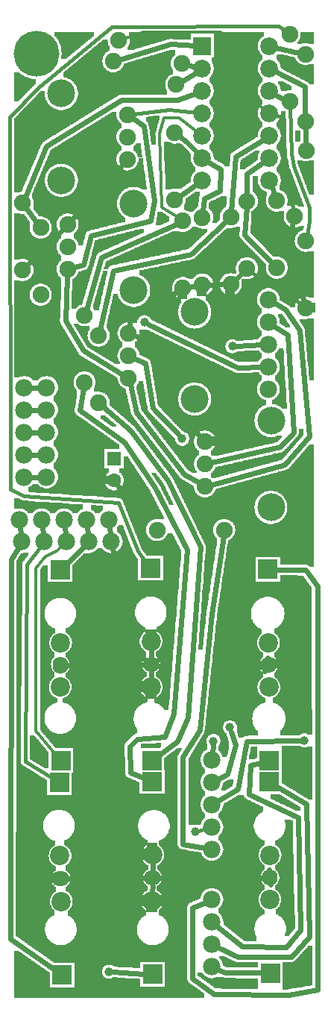
<source format=gbl>
G04 MADE WITH FRITZING*
G04 WWW.FRITZING.ORG*
G04 DOUBLE SIDED*
G04 HOLES PLATED*
G04 CONTOUR ON CENTER OF CONTOUR VECTOR*
%ASAXBY*%
%FSLAX23Y23*%
%MOIN*%
%OFA0B0*%
%SFA1.0B1.0*%
%ADD10C,0.075000*%
%ADD11C,0.078000*%
%ADD12C,0.086614*%
%ADD13C,0.086555*%
%ADD14C,0.070232*%
%ADD15C,0.039370*%
%ADD16C,0.074667*%
%ADD17C,0.074695*%
%ADD18C,0.124033*%
%ADD19C,0.079370*%
%ADD20C,0.204725*%
%ADD21C,0.062992*%
%ADD22R,0.086614X0.086614*%
%ADD23R,0.079370X0.079370*%
%ADD24R,0.062992X0.062992*%
%ADD25C,0.024000*%
%ADD26C,0.012000*%
%ADD27C,0.016000*%
%LNCOPPER0*%
G90*
G70*
G54D10*
X980Y4280D03*
X366Y4128D03*
X767Y3788D03*
X1191Y3431D03*
X655Y2962D03*
X1294Y1089D03*
X1297Y145D03*
X440Y3906D03*
G54D11*
X461Y2178D03*
X361Y2178D03*
X261Y2178D03*
X161Y2178D03*
X61Y2178D03*
G54D12*
X654Y1102D03*
G54D13*
X651Y1430D03*
G54D14*
X651Y1532D03*
G54D12*
X1180Y1007D03*
G54D13*
X1182Y679D03*
G54D14*
X1182Y577D03*
G54D15*
X930Y1189D03*
X1003Y1250D03*
X1336Y1191D03*
X790Y2540D03*
X1014Y2953D03*
X621Y3060D03*
X463Y158D03*
G54D11*
X1175Y3162D03*
X1175Y3062D03*
X1175Y2962D03*
X1175Y2862D03*
X1175Y2762D03*
X83Y2769D03*
X83Y2669D03*
X83Y2569D03*
X83Y2469D03*
X83Y2369D03*
X83Y2769D03*
X83Y2669D03*
X83Y2569D03*
X83Y2469D03*
X83Y2369D03*
X183Y2369D03*
X183Y2469D03*
X183Y2569D03*
X183Y2669D03*
X183Y2769D03*
G54D12*
X648Y1962D03*
G54D13*
X651Y1634D03*
G54D14*
X651Y1532D03*
G54D12*
X244Y1955D03*
G54D13*
X246Y1628D03*
G54D14*
X246Y1525D03*
G54D16*
X550Y3012D03*
X550Y2912D03*
G54D17*
X550Y2812D03*
G54D18*
X846Y3106D03*
X846Y2717D03*
G54D16*
X891Y2527D03*
X891Y2427D03*
G54D17*
X891Y2327D03*
G54D18*
X1187Y2621D03*
X1187Y2233D03*
G54D16*
X278Y3497D03*
X278Y3397D03*
G54D17*
X278Y3297D03*
G54D18*
X573Y3591D03*
X573Y3203D03*
G54D16*
X545Y3789D03*
X545Y3889D03*
G54D17*
X545Y3989D03*
G54D18*
X249Y3695D03*
X249Y4083D03*
G54D12*
X241Y1004D03*
G54D13*
X243Y676D03*
G54D14*
X243Y574D03*
G54D11*
X922Y180D03*
X922Y280D03*
X922Y380D03*
X922Y480D03*
X922Y180D03*
X922Y280D03*
X922Y380D03*
X922Y480D03*
X72Y2080D03*
X172Y2080D03*
X272Y2080D03*
X372Y2080D03*
X472Y2080D03*
G54D12*
X1173Y1956D03*
G54D13*
X1176Y1628D03*
G54D14*
X1176Y1526D03*
G54D12*
X1180Y1102D03*
G54D13*
X1177Y1430D03*
G54D14*
X1177Y1532D03*
G54D12*
X1185Y152D03*
G54D13*
X1182Y480D03*
G54D14*
X1182Y582D03*
G54D12*
X656Y1007D03*
G54D13*
X658Y680D03*
G54D14*
X658Y577D03*
G54D12*
X247Y1102D03*
G54D13*
X244Y1430D03*
G54D14*
X244Y1532D03*
G54D12*
X252Y144D03*
G54D13*
X250Y472D03*
G54D14*
X250Y574D03*
G54D12*
X658Y146D03*
G54D13*
X655Y474D03*
G54D14*
X655Y576D03*
G54D19*
X880Y4294D03*
X1180Y4294D03*
X880Y4194D03*
X1180Y4194D03*
X880Y4094D03*
X1180Y4094D03*
X880Y3994D03*
X1180Y3994D03*
X880Y3894D03*
X1180Y3894D03*
X880Y3794D03*
X1180Y3794D03*
X880Y3694D03*
X1180Y3694D03*
G54D10*
X416Y3001D03*
X416Y2701D03*
X1271Y4048D03*
X1271Y4348D03*
X353Y3092D03*
X353Y2792D03*
X157Y3483D03*
X157Y3183D03*
X76Y3594D03*
X76Y3294D03*
X1342Y3425D03*
X1342Y3125D03*
X1007Y3531D03*
X1007Y3231D03*
X793Y3513D03*
X793Y3213D03*
X1341Y4259D03*
X1341Y3959D03*
X1213Y3304D03*
X1213Y3604D03*
X756Y3909D03*
X756Y3609D03*
X482Y4227D03*
X763Y4123D03*
X1344Y3829D03*
X1292Y3534D03*
X1080Y3602D03*
X1080Y3302D03*
X506Y4320D03*
X788Y4217D03*
X880Y3229D03*
X880Y3529D03*
G54D20*
X137Y4262D03*
G54D10*
X678Y2132D03*
X978Y2132D03*
G54D15*
X850Y784D03*
G54D21*
X485Y2451D03*
X485Y2353D03*
G54D11*
X922Y705D03*
X922Y805D03*
X922Y905D03*
X922Y1005D03*
X922Y1105D03*
G54D22*
X654Y1102D03*
X1180Y1007D03*
X648Y1962D03*
X244Y1955D03*
X241Y1004D03*
X1173Y1956D03*
X1180Y1102D03*
X1185Y152D03*
X656Y1007D03*
X247Y1102D03*
X252Y144D03*
X658Y146D03*
G54D23*
X880Y4294D03*
G54D24*
X485Y2451D03*
G54D25*
X465Y2148D02*
X469Y2110D01*
D02*
X65Y2148D02*
X69Y2110D01*
D02*
X165Y2148D02*
X169Y2110D01*
D02*
X265Y2148D02*
X269Y2110D01*
D02*
X365Y2148D02*
X369Y2110D01*
D02*
X850Y4202D02*
X816Y4210D01*
D02*
X1033Y2954D02*
X1145Y2960D01*
D02*
X1037Y2858D02*
X638Y3052D01*
D02*
X1145Y2861D02*
X1037Y2858D01*
D02*
X616Y149D02*
X482Y157D01*
D02*
X1210Y4288D02*
X1313Y4265D01*
D02*
X153Y2569D02*
X113Y2569D01*
D02*
X153Y2669D02*
X113Y2669D01*
D02*
X153Y2769D02*
X113Y2769D01*
D02*
X153Y2369D02*
X113Y2369D01*
D02*
X153Y2469D02*
X113Y2469D01*
D02*
X658Y614D02*
X658Y638D01*
D02*
X948Y921D02*
X1037Y973D01*
D02*
X1078Y1188D02*
X1317Y1191D01*
D02*
X1037Y973D02*
X1078Y1188D01*
D02*
X283Y1526D02*
X391Y1527D01*
D02*
X417Y575D02*
X280Y574D01*
D02*
X391Y1527D02*
X417Y575D01*
D02*
X96Y3314D02*
X255Y3475D01*
D02*
X871Y2056D02*
X815Y1295D01*
D02*
X770Y1188D02*
X688Y1127D01*
D02*
X815Y1295D02*
X770Y1188D01*
D02*
X726Y2354D02*
X871Y2056D01*
D02*
X558Y2578D02*
X726Y2354D01*
D02*
X438Y2682D02*
X558Y2578D01*
D02*
X1059Y3282D02*
X1027Y3251D01*
D02*
X1029Y1171D02*
X993Y1040D01*
D02*
X1009Y1232D02*
X1029Y1171D01*
D02*
X993Y1040D02*
X949Y1018D01*
D02*
X864Y2343D02*
X800Y2380D01*
D02*
X585Y2658D02*
X557Y2781D01*
D02*
X800Y2380D02*
X585Y2658D01*
D02*
X1154Y3878D02*
X1029Y3800D01*
D02*
X1029Y3800D02*
X1009Y3559D01*
D02*
X1337Y4114D02*
X1340Y3988D01*
D02*
X1207Y4180D02*
X1337Y4114D01*
D02*
X347Y2933D02*
X267Y3069D01*
D02*
X523Y2828D02*
X347Y2933D01*
D02*
X267Y3069D02*
X276Y3266D01*
G54D26*
D02*
X860Y3910D02*
X775Y3975D01*
D02*
X775Y3975D02*
X708Y3975D01*
D02*
X708Y3975D02*
X689Y3903D01*
D02*
X689Y3903D02*
X700Y3575D01*
D02*
X700Y3575D02*
X774Y3526D01*
G54D25*
D02*
X348Y3317D02*
X308Y3306D01*
D02*
X381Y3447D02*
X348Y3317D01*
D02*
X650Y3514D02*
X381Y3447D01*
D02*
X664Y3605D02*
X650Y3514D01*
D02*
X617Y3939D02*
X664Y3605D01*
D02*
X571Y3971D02*
X617Y3939D01*
G54D26*
D02*
X178Y2014D02*
X228Y2039D01*
D02*
X136Y1961D02*
X178Y2014D01*
D02*
X136Y1233D02*
X136Y1961D01*
D02*
X223Y1130D02*
X136Y1233D01*
G54D25*
D02*
X978Y3230D02*
X909Y3229D01*
D02*
X659Y2677D02*
X777Y2554D01*
D02*
X626Y2877D02*
X659Y2677D01*
D02*
X579Y2898D02*
X626Y2877D01*
D02*
X430Y3351D02*
X767Y3502D01*
D02*
X361Y3119D02*
X430Y3351D01*
D02*
X349Y2764D02*
X333Y2666D01*
D02*
X533Y2525D02*
X667Y2321D01*
D02*
X333Y2666D02*
X533Y2525D01*
D02*
X667Y2321D02*
X811Y2043D01*
D02*
X811Y2043D02*
X752Y1310D01*
D02*
X589Y1199D02*
X556Y1165D01*
D02*
X711Y1206D02*
X589Y1199D01*
D02*
X752Y1310D02*
X711Y1206D01*
D02*
X556Y1165D02*
X559Y1047D01*
D02*
X559Y1047D02*
X617Y1023D01*
D02*
X1249Y4054D02*
X1206Y4079D01*
D02*
X1243Y4055D02*
X1249Y4054D01*
D02*
X737Y4303D02*
X509Y4235D01*
D02*
X849Y4296D02*
X737Y4303D01*
D02*
X981Y154D02*
X950Y168D01*
D02*
X1142Y153D02*
X981Y154D01*
D02*
X1215Y1955D02*
X1341Y1953D01*
D02*
X1341Y1953D02*
X1394Y1880D01*
D02*
X1394Y1880D02*
X1396Y77D01*
D02*
X1264Y55D02*
X933Y58D01*
D02*
X933Y58D02*
X836Y128D01*
D02*
X1396Y77D02*
X1264Y55D01*
D02*
X836Y128D02*
X836Y444D01*
D02*
X836Y444D02*
X894Y469D01*
D02*
X140Y3506D02*
X93Y3571D01*
D02*
X1263Y3003D02*
X1200Y3045D01*
D02*
X1289Y2569D02*
X1263Y3003D01*
D02*
X1228Y2503D02*
X1289Y2569D01*
D02*
X922Y2434D02*
X1228Y2503D01*
D02*
X481Y3291D02*
X830Y3365D01*
D02*
X423Y3029D02*
X481Y3291D01*
D02*
X830Y3365D02*
X986Y3511D01*
D02*
X928Y1170D02*
X925Y1135D01*
D02*
X906Y3779D02*
X962Y3745D01*
D02*
X962Y3745D02*
X960Y3647D01*
D02*
X960Y3647D02*
X889Y3614D01*
D02*
X889Y3614D02*
X883Y3557D01*
D02*
X1341Y3931D02*
X1343Y3858D01*
D02*
X859Y3817D02*
X809Y3869D01*
D02*
X809Y3869D02*
X779Y3892D01*
D02*
X1096Y1080D02*
X1139Y1091D01*
D02*
X1089Y951D02*
X1096Y1080D01*
D02*
X1307Y847D02*
X1089Y951D01*
D02*
X1319Y343D02*
X1307Y847D01*
D02*
X1256Y269D02*
X1319Y343D01*
D02*
X1058Y272D02*
X1256Y269D01*
D02*
X946Y362D02*
X1058Y272D01*
D02*
X580Y3000D02*
X663Y2965D01*
D02*
X663Y2965D02*
X730Y2834D01*
D02*
X730Y2834D02*
X741Y2699D01*
D02*
X741Y2699D02*
X870Y2551D01*
D02*
X1203Y3631D02*
X1191Y3666D01*
G54D27*
D02*
X592Y2036D02*
X626Y1991D01*
D02*
X506Y2255D02*
X592Y2036D01*
D02*
X83Y2283D02*
X506Y2255D01*
D02*
X22Y2314D02*
X83Y2283D01*
D02*
X18Y3978D02*
X22Y2314D01*
D02*
X147Y4111D02*
X18Y3978D01*
D02*
X475Y4380D02*
X147Y4111D01*
D02*
X1222Y4383D02*
X475Y4380D01*
D02*
X1252Y4362D02*
X1222Y4383D01*
G54D25*
D02*
X1179Y613D02*
X1185Y546D01*
D02*
X651Y1496D02*
X651Y1472D01*
G54D27*
D02*
X1324Y3139D02*
X1208Y3230D01*
G54D25*
D02*
X615Y1531D02*
X283Y1526D01*
D02*
X657Y541D02*
X656Y516D01*
D02*
X780Y3625D02*
X855Y3677D01*
G54D27*
D02*
X1289Y3758D02*
X1278Y3814D01*
D02*
X1359Y3573D02*
X1289Y3758D01*
D02*
X1359Y3514D02*
X1359Y3573D01*
D02*
X1278Y3814D02*
X1271Y4025D01*
D02*
X1347Y3447D02*
X1359Y3514D01*
G54D25*
D02*
X351Y2059D02*
X274Y1985D01*
D02*
X1070Y3451D02*
X1193Y3325D01*
D02*
X1078Y3574D02*
X1070Y3451D01*
D02*
X622Y577D02*
X280Y574D01*
G54D27*
D02*
X89Y1097D02*
X210Y1023D01*
D02*
X94Y1978D02*
X89Y1097D01*
D02*
X157Y2061D02*
X94Y1978D01*
G54D25*
D02*
X663Y3136D02*
X560Y3103D01*
D02*
X560Y3103D02*
X554Y3043D01*
D02*
X769Y3199D02*
X663Y3136D01*
D02*
X1286Y3506D02*
X1264Y3403D01*
D02*
X1264Y3403D02*
X1334Y3152D01*
G54D27*
D02*
X733Y4011D02*
X571Y3992D01*
D02*
X855Y3997D02*
X733Y4011D01*
G54D25*
D02*
X1250Y2425D02*
X1358Y2550D01*
D02*
X922Y2335D02*
X1250Y2425D01*
D02*
X1358Y2550D02*
X1314Y3025D01*
D02*
X1253Y3116D02*
X1201Y3146D01*
D02*
X1314Y3025D02*
X1253Y3116D01*
D02*
X87Y3620D02*
X183Y3847D01*
D02*
X183Y3847D02*
X519Y4054D01*
D02*
X519Y4054D02*
X769Y4053D01*
D02*
X769Y4053D02*
X851Y4084D01*
D02*
X787Y4138D02*
X854Y4178D01*
G54D27*
D02*
X1248Y3747D02*
X1237Y3973D01*
D02*
X1288Y3556D02*
X1248Y3747D01*
D02*
X1237Y3973D02*
X1204Y3986D01*
G54D25*
D02*
X686Y1523D02*
X662Y1529D01*
D02*
X662Y1529D02*
X686Y1523D01*
D02*
X651Y1568D02*
X651Y1592D01*
D02*
X477Y2051D02*
X553Y1607D01*
D02*
X553Y1607D02*
X622Y1554D01*
G54D26*
D02*
X1160Y4010D02*
X1067Y4083D01*
D02*
X1067Y4083D02*
X961Y4358D01*
D02*
X961Y4358D02*
X618Y4358D01*
D02*
X618Y4358D02*
X528Y4327D01*
G54D25*
D02*
X1155Y3776D02*
X1080Y3723D01*
D02*
X1080Y3723D02*
X1080Y3631D01*
D02*
X852Y3224D02*
X822Y3218D01*
D02*
X1037Y225D02*
X949Y267D01*
D02*
X1278Y225D02*
X1037Y225D01*
D02*
X1358Y314D02*
X1278Y225D01*
D02*
X1344Y906D02*
X1358Y314D01*
D02*
X1216Y985D02*
X1344Y906D01*
D02*
X694Y577D02*
X1146Y577D01*
D02*
X1158Y1501D02*
X1176Y1529D01*
D02*
X1176Y1529D02*
X1172Y1562D01*
D02*
X25Y2000D02*
X57Y2054D01*
D02*
X22Y305D02*
X25Y2000D01*
D02*
X218Y168D02*
X22Y305D01*
D02*
X523Y3765D02*
X299Y3521D01*
G54D27*
D02*
X863Y788D02*
X899Y798D01*
G54D25*
D02*
X922Y1758D02*
X974Y2104D01*
D02*
X793Y729D02*
X793Y1116D01*
D02*
X793Y1116D02*
X867Y1236D01*
D02*
X867Y1236D02*
X922Y1758D01*
D02*
X893Y711D02*
X793Y729D01*
D02*
X729Y1583D02*
X733Y2034D01*
D02*
X733Y2034D02*
X625Y2069D01*
D02*
X625Y2069D02*
X558Y2255D01*
D02*
X558Y2255D02*
X501Y2332D01*
D02*
X682Y1552D02*
X729Y1583D01*
G54D26*
D02*
X228Y2039D02*
X254Y2064D01*
G54D27*
D02*
X1147Y3244D02*
X1097Y3287D01*
D02*
X1208Y3230D02*
X1147Y3244D01*
G36*
X220Y4359D02*
X220Y4339D01*
X222Y4339D01*
X222Y4337D01*
X224Y4337D01*
X224Y4335D01*
X226Y4335D01*
X226Y4333D01*
X228Y4333D01*
X228Y4329D01*
X230Y4329D01*
X230Y4327D01*
X232Y4327D01*
X232Y4323D01*
X234Y4323D01*
X234Y4321D01*
X236Y4321D01*
X236Y4317D01*
X238Y4317D01*
X238Y4313D01*
X240Y4313D01*
X240Y4309D01*
X242Y4309D01*
X242Y4305D01*
X244Y4305D01*
X244Y4299D01*
X246Y4299D01*
X246Y4293D01*
X248Y4293D01*
X248Y4285D01*
X250Y4285D01*
X250Y4269D01*
X252Y4269D01*
X252Y4255D01*
X250Y4255D01*
X250Y4237D01*
X270Y4237D01*
X270Y4239D01*
X272Y4239D01*
X272Y4241D01*
X276Y4241D01*
X276Y4243D01*
X278Y4243D01*
X278Y4245D01*
X280Y4245D01*
X280Y4247D01*
X282Y4247D01*
X282Y4249D01*
X284Y4249D01*
X284Y4251D01*
X288Y4251D01*
X288Y4253D01*
X290Y4253D01*
X290Y4255D01*
X292Y4255D01*
X292Y4257D01*
X294Y4257D01*
X294Y4259D01*
X296Y4259D01*
X296Y4261D01*
X300Y4261D01*
X300Y4263D01*
X302Y4263D01*
X302Y4265D01*
X304Y4265D01*
X304Y4267D01*
X306Y4267D01*
X306Y4269D01*
X310Y4269D01*
X310Y4271D01*
X312Y4271D01*
X312Y4273D01*
X314Y4273D01*
X314Y4275D01*
X316Y4275D01*
X316Y4277D01*
X318Y4277D01*
X318Y4279D01*
X322Y4279D01*
X322Y4281D01*
X324Y4281D01*
X324Y4283D01*
X326Y4283D01*
X326Y4285D01*
X328Y4285D01*
X328Y4287D01*
X330Y4287D01*
X330Y4289D01*
X334Y4289D01*
X334Y4291D01*
X336Y4291D01*
X336Y4293D01*
X338Y4293D01*
X338Y4295D01*
X340Y4295D01*
X340Y4297D01*
X344Y4297D01*
X344Y4299D01*
X346Y4299D01*
X346Y4301D01*
X348Y4301D01*
X348Y4303D01*
X350Y4303D01*
X350Y4305D01*
X352Y4305D01*
X352Y4307D01*
X356Y4307D01*
X356Y4309D01*
X358Y4309D01*
X358Y4311D01*
X360Y4311D01*
X360Y4313D01*
X362Y4313D01*
X362Y4315D01*
X366Y4315D01*
X366Y4317D01*
X368Y4317D01*
X368Y4319D01*
X370Y4319D01*
X370Y4321D01*
X372Y4321D01*
X372Y4323D01*
X374Y4323D01*
X374Y4325D01*
X378Y4325D01*
X378Y4327D01*
X380Y4327D01*
X380Y4329D01*
X382Y4329D01*
X382Y4331D01*
X384Y4331D01*
X384Y4333D01*
X386Y4333D01*
X386Y4335D01*
X390Y4335D01*
X390Y4337D01*
X392Y4337D01*
X392Y4339D01*
X394Y4339D01*
X394Y4359D01*
X220Y4359D01*
G37*
D02*
G36*
X552Y4359D02*
X552Y4335D01*
X554Y4335D01*
X554Y4327D01*
X750Y4327D01*
X750Y4325D01*
X786Y4325D01*
X786Y4323D01*
X828Y4323D01*
X828Y4359D01*
X552Y4359D01*
G37*
D02*
G36*
X556Y4327D02*
X556Y4311D01*
X554Y4311D01*
X554Y4303D01*
X552Y4303D01*
X552Y4299D01*
X550Y4299D01*
X550Y4295D01*
X548Y4295D01*
X548Y4291D01*
X546Y4291D01*
X546Y4277D01*
X568Y4277D01*
X568Y4279D01*
X574Y4279D01*
X574Y4281D01*
X582Y4281D01*
X582Y4283D01*
X588Y4283D01*
X588Y4285D01*
X596Y4285D01*
X596Y4287D01*
X602Y4287D01*
X602Y4289D01*
X608Y4289D01*
X608Y4291D01*
X616Y4291D01*
X616Y4293D01*
X622Y4293D01*
X622Y4295D01*
X630Y4295D01*
X630Y4297D01*
X636Y4297D01*
X636Y4299D01*
X642Y4299D01*
X642Y4301D01*
X650Y4301D01*
X650Y4303D01*
X656Y4303D01*
X656Y4305D01*
X664Y4305D01*
X664Y4307D01*
X670Y4307D01*
X670Y4309D01*
X676Y4309D01*
X676Y4311D01*
X684Y4311D01*
X684Y4313D01*
X690Y4313D01*
X690Y4315D01*
X698Y4315D01*
X698Y4317D01*
X704Y4317D01*
X704Y4319D01*
X710Y4319D01*
X710Y4321D01*
X718Y4321D01*
X718Y4323D01*
X724Y4323D01*
X724Y4325D01*
X732Y4325D01*
X732Y4327D01*
X556Y4327D01*
G37*
D02*
G36*
X932Y4359D02*
X932Y4243D01*
X922Y4243D01*
X922Y4223D01*
X924Y4223D01*
X924Y4219D01*
X926Y4219D01*
X926Y4215D01*
X928Y4215D01*
X928Y4211D01*
X930Y4211D01*
X930Y4201D01*
X932Y4201D01*
X932Y4187D01*
X930Y4187D01*
X930Y4179D01*
X928Y4179D01*
X928Y4173D01*
X926Y4173D01*
X926Y4169D01*
X924Y4169D01*
X924Y4167D01*
X922Y4167D01*
X922Y4163D01*
X920Y4163D01*
X920Y4161D01*
X918Y4161D01*
X918Y4159D01*
X916Y4159D01*
X916Y4157D01*
X914Y4157D01*
X914Y4155D01*
X912Y4155D01*
X912Y4133D01*
X916Y4133D01*
X916Y4131D01*
X918Y4131D01*
X918Y4129D01*
X920Y4129D01*
X920Y4125D01*
X922Y4125D01*
X922Y4123D01*
X924Y4123D01*
X924Y4119D01*
X926Y4119D01*
X926Y4115D01*
X928Y4115D01*
X928Y4111D01*
X930Y4111D01*
X930Y4101D01*
X932Y4101D01*
X932Y4087D01*
X930Y4087D01*
X930Y4079D01*
X928Y4079D01*
X928Y4073D01*
X926Y4073D01*
X926Y4069D01*
X924Y4069D01*
X924Y4067D01*
X922Y4067D01*
X922Y4063D01*
X920Y4063D01*
X920Y4061D01*
X918Y4061D01*
X918Y4059D01*
X916Y4059D01*
X916Y4057D01*
X914Y4057D01*
X914Y4055D01*
X912Y4055D01*
X912Y4033D01*
X916Y4033D01*
X916Y4031D01*
X918Y4031D01*
X918Y4029D01*
X920Y4029D01*
X920Y4025D01*
X922Y4025D01*
X922Y4023D01*
X924Y4023D01*
X924Y4019D01*
X926Y4019D01*
X926Y4015D01*
X928Y4015D01*
X928Y4011D01*
X930Y4011D01*
X930Y4001D01*
X932Y4001D01*
X932Y3987D01*
X930Y3987D01*
X930Y3979D01*
X928Y3979D01*
X928Y3973D01*
X926Y3973D01*
X926Y3969D01*
X924Y3969D01*
X924Y3967D01*
X922Y3967D01*
X922Y3963D01*
X920Y3963D01*
X920Y3961D01*
X918Y3961D01*
X918Y3959D01*
X916Y3959D01*
X916Y3957D01*
X914Y3957D01*
X914Y3955D01*
X912Y3955D01*
X912Y3933D01*
X916Y3933D01*
X916Y3931D01*
X918Y3931D01*
X918Y3929D01*
X920Y3929D01*
X920Y3925D01*
X922Y3925D01*
X922Y3923D01*
X924Y3923D01*
X924Y3919D01*
X926Y3919D01*
X926Y3915D01*
X928Y3915D01*
X928Y3911D01*
X930Y3911D01*
X930Y3901D01*
X932Y3901D01*
X932Y3887D01*
X930Y3887D01*
X930Y3879D01*
X928Y3879D01*
X928Y3873D01*
X926Y3873D01*
X926Y3869D01*
X924Y3869D01*
X924Y3867D01*
X922Y3867D01*
X922Y3863D01*
X920Y3863D01*
X920Y3861D01*
X918Y3861D01*
X918Y3859D01*
X916Y3859D01*
X916Y3857D01*
X914Y3857D01*
X914Y3855D01*
X912Y3855D01*
X912Y3833D01*
X916Y3833D01*
X916Y3831D01*
X918Y3831D01*
X918Y3829D01*
X920Y3829D01*
X920Y3825D01*
X922Y3825D01*
X922Y3823D01*
X924Y3823D01*
X924Y3819D01*
X926Y3819D01*
X926Y3815D01*
X928Y3815D01*
X928Y3811D01*
X930Y3811D01*
X930Y3801D01*
X932Y3801D01*
X932Y3791D01*
X934Y3791D01*
X934Y3789D01*
X938Y3789D01*
X938Y3787D01*
X940Y3787D01*
X940Y3785D01*
X944Y3785D01*
X944Y3783D01*
X948Y3783D01*
X948Y3781D01*
X950Y3781D01*
X950Y3779D01*
X954Y3779D01*
X954Y3777D01*
X958Y3777D01*
X958Y3775D01*
X960Y3775D01*
X960Y3773D01*
X964Y3773D01*
X964Y3771D01*
X968Y3771D01*
X968Y3769D01*
X970Y3769D01*
X970Y3767D01*
X974Y3767D01*
X974Y3765D01*
X976Y3765D01*
X976Y3763D01*
X980Y3763D01*
X980Y3759D01*
X982Y3759D01*
X982Y3757D01*
X1002Y3757D01*
X1002Y3779D01*
X1004Y3779D01*
X1004Y3803D01*
X1006Y3803D01*
X1006Y3811D01*
X1008Y3811D01*
X1008Y3813D01*
X1010Y3813D01*
X1010Y3817D01*
X1012Y3817D01*
X1012Y3819D01*
X1016Y3819D01*
X1016Y3821D01*
X1018Y3821D01*
X1018Y3823D01*
X1022Y3823D01*
X1022Y3825D01*
X1024Y3825D01*
X1024Y3827D01*
X1028Y3827D01*
X1028Y3829D01*
X1030Y3829D01*
X1030Y3831D01*
X1034Y3831D01*
X1034Y3833D01*
X1038Y3833D01*
X1038Y3835D01*
X1040Y3835D01*
X1040Y3837D01*
X1044Y3837D01*
X1044Y3839D01*
X1046Y3839D01*
X1046Y3841D01*
X1050Y3841D01*
X1050Y3843D01*
X1054Y3843D01*
X1054Y3845D01*
X1056Y3845D01*
X1056Y3847D01*
X1060Y3847D01*
X1060Y3849D01*
X1062Y3849D01*
X1062Y3851D01*
X1066Y3851D01*
X1066Y3853D01*
X1070Y3853D01*
X1070Y3855D01*
X1072Y3855D01*
X1072Y3857D01*
X1076Y3857D01*
X1076Y3859D01*
X1078Y3859D01*
X1078Y3861D01*
X1082Y3861D01*
X1082Y3863D01*
X1086Y3863D01*
X1086Y3865D01*
X1088Y3865D01*
X1088Y3867D01*
X1092Y3867D01*
X1092Y3869D01*
X1096Y3869D01*
X1096Y3871D01*
X1098Y3871D01*
X1098Y3873D01*
X1102Y3873D01*
X1102Y3875D01*
X1104Y3875D01*
X1104Y3877D01*
X1108Y3877D01*
X1108Y3879D01*
X1112Y3879D01*
X1112Y3881D01*
X1114Y3881D01*
X1114Y3883D01*
X1118Y3883D01*
X1118Y3885D01*
X1120Y3885D01*
X1120Y3887D01*
X1124Y3887D01*
X1124Y3889D01*
X1128Y3889D01*
X1128Y3903D01*
X1130Y3903D01*
X1130Y3911D01*
X1132Y3911D01*
X1132Y3917D01*
X1134Y3917D01*
X1134Y3919D01*
X1136Y3919D01*
X1136Y3923D01*
X1138Y3923D01*
X1138Y3925D01*
X1140Y3925D01*
X1140Y3929D01*
X1142Y3929D01*
X1142Y3931D01*
X1144Y3931D01*
X1144Y3933D01*
X1146Y3933D01*
X1146Y3935D01*
X1148Y3935D01*
X1148Y3955D01*
X1146Y3955D01*
X1146Y3957D01*
X1144Y3957D01*
X1144Y3959D01*
X1142Y3959D01*
X1142Y3961D01*
X1140Y3961D01*
X1140Y3963D01*
X1138Y3963D01*
X1138Y3967D01*
X1136Y3967D01*
X1136Y3969D01*
X1134Y3969D01*
X1134Y3973D01*
X1132Y3973D01*
X1132Y3979D01*
X1130Y3979D01*
X1130Y3987D01*
X1128Y3987D01*
X1128Y4003D01*
X1130Y4003D01*
X1130Y4011D01*
X1132Y4011D01*
X1132Y4017D01*
X1134Y4017D01*
X1134Y4019D01*
X1136Y4019D01*
X1136Y4023D01*
X1138Y4023D01*
X1138Y4025D01*
X1140Y4025D01*
X1140Y4029D01*
X1142Y4029D01*
X1142Y4031D01*
X1144Y4031D01*
X1144Y4033D01*
X1146Y4033D01*
X1146Y4035D01*
X1148Y4035D01*
X1148Y4055D01*
X1146Y4055D01*
X1146Y4057D01*
X1144Y4057D01*
X1144Y4059D01*
X1142Y4059D01*
X1142Y4061D01*
X1140Y4061D01*
X1140Y4063D01*
X1138Y4063D01*
X1138Y4067D01*
X1136Y4067D01*
X1136Y4069D01*
X1134Y4069D01*
X1134Y4073D01*
X1132Y4073D01*
X1132Y4079D01*
X1130Y4079D01*
X1130Y4087D01*
X1128Y4087D01*
X1128Y4103D01*
X1130Y4103D01*
X1130Y4111D01*
X1132Y4111D01*
X1132Y4117D01*
X1134Y4117D01*
X1134Y4119D01*
X1136Y4119D01*
X1136Y4123D01*
X1138Y4123D01*
X1138Y4125D01*
X1140Y4125D01*
X1140Y4129D01*
X1142Y4129D01*
X1142Y4131D01*
X1144Y4131D01*
X1144Y4133D01*
X1146Y4133D01*
X1146Y4135D01*
X1148Y4135D01*
X1148Y4155D01*
X1146Y4155D01*
X1146Y4157D01*
X1144Y4157D01*
X1144Y4159D01*
X1142Y4159D01*
X1142Y4161D01*
X1140Y4161D01*
X1140Y4163D01*
X1138Y4163D01*
X1138Y4167D01*
X1136Y4167D01*
X1136Y4169D01*
X1134Y4169D01*
X1134Y4173D01*
X1132Y4173D01*
X1132Y4179D01*
X1130Y4179D01*
X1130Y4187D01*
X1128Y4187D01*
X1128Y4203D01*
X1130Y4203D01*
X1130Y4211D01*
X1132Y4211D01*
X1132Y4217D01*
X1134Y4217D01*
X1134Y4219D01*
X1136Y4219D01*
X1136Y4223D01*
X1138Y4223D01*
X1138Y4225D01*
X1140Y4225D01*
X1140Y4229D01*
X1142Y4229D01*
X1142Y4231D01*
X1144Y4231D01*
X1144Y4233D01*
X1146Y4233D01*
X1146Y4235D01*
X1148Y4235D01*
X1148Y4255D01*
X1146Y4255D01*
X1146Y4257D01*
X1144Y4257D01*
X1144Y4259D01*
X1142Y4259D01*
X1142Y4261D01*
X1140Y4261D01*
X1140Y4263D01*
X1138Y4263D01*
X1138Y4267D01*
X1136Y4267D01*
X1136Y4269D01*
X1134Y4269D01*
X1134Y4273D01*
X1132Y4273D01*
X1132Y4279D01*
X1130Y4279D01*
X1130Y4287D01*
X1128Y4287D01*
X1128Y4303D01*
X1130Y4303D01*
X1130Y4311D01*
X1132Y4311D01*
X1132Y4317D01*
X1134Y4317D01*
X1134Y4319D01*
X1136Y4319D01*
X1136Y4323D01*
X1138Y4323D01*
X1138Y4325D01*
X1140Y4325D01*
X1140Y4329D01*
X1142Y4329D01*
X1142Y4331D01*
X1144Y4331D01*
X1144Y4333D01*
X1146Y4333D01*
X1146Y4335D01*
X1150Y4335D01*
X1150Y4337D01*
X1152Y4337D01*
X1152Y4339D01*
X1156Y4339D01*
X1156Y4359D01*
X932Y4359D01*
G37*
D02*
G36*
X1320Y4359D02*
X1320Y4339D01*
X1318Y4339D01*
X1318Y4331D01*
X1316Y4331D01*
X1316Y4327D01*
X1314Y4327D01*
X1314Y4323D01*
X1312Y4323D01*
X1312Y4319D01*
X1310Y4319D01*
X1310Y4317D01*
X1308Y4317D01*
X1308Y4315D01*
X1306Y4315D01*
X1306Y4313D01*
X1304Y4313D01*
X1304Y4309D01*
X1350Y4309D01*
X1350Y4307D01*
X1356Y4307D01*
X1356Y4305D01*
X1378Y4305D01*
X1378Y4359D01*
X1320Y4359D01*
G37*
D02*
G36*
X1304Y4309D02*
X1304Y4305D01*
X1324Y4305D01*
X1324Y4307D01*
X1332Y4307D01*
X1332Y4309D01*
X1304Y4309D01*
G37*
D02*
G36*
X1214Y4257D02*
X1214Y4255D01*
X1212Y4255D01*
X1212Y4233D01*
X1216Y4233D01*
X1216Y4231D01*
X1218Y4231D01*
X1218Y4229D01*
X1220Y4229D01*
X1220Y4225D01*
X1222Y4225D01*
X1222Y4223D01*
X1224Y4223D01*
X1224Y4219D01*
X1226Y4219D01*
X1226Y4215D01*
X1228Y4215D01*
X1228Y4211D01*
X1230Y4211D01*
X1230Y4209D01*
X1340Y4209D01*
X1340Y4211D01*
X1328Y4211D01*
X1328Y4213D01*
X1322Y4213D01*
X1322Y4215D01*
X1318Y4215D01*
X1318Y4217D01*
X1314Y4217D01*
X1314Y4219D01*
X1312Y4219D01*
X1312Y4221D01*
X1308Y4221D01*
X1308Y4223D01*
X1306Y4223D01*
X1306Y4225D01*
X1304Y4225D01*
X1304Y4227D01*
X1302Y4227D01*
X1302Y4231D01*
X1300Y4231D01*
X1300Y4233D01*
X1298Y4233D01*
X1298Y4237D01*
X1296Y4237D01*
X1296Y4241D01*
X1294Y4241D01*
X1294Y4245D01*
X1290Y4245D01*
X1290Y4247D01*
X1280Y4247D01*
X1280Y4249D01*
X1272Y4249D01*
X1272Y4251D01*
X1262Y4251D01*
X1262Y4253D01*
X1254Y4253D01*
X1254Y4255D01*
X1244Y4255D01*
X1244Y4257D01*
X1214Y4257D01*
G37*
D02*
G36*
X1354Y4213D02*
X1354Y4211D01*
X1342Y4211D01*
X1342Y4209D01*
X1378Y4209D01*
X1378Y4213D01*
X1354Y4213D01*
G37*
D02*
G36*
X1230Y4209D02*
X1230Y4207D01*
X1378Y4207D01*
X1378Y4209D01*
X1230Y4209D01*
G37*
D02*
G36*
X1230Y4209D02*
X1230Y4207D01*
X1378Y4207D01*
X1378Y4209D01*
X1230Y4209D01*
G37*
D02*
G36*
X1230Y4207D02*
X1230Y4201D01*
X1232Y4201D01*
X1232Y4195D01*
X1234Y4195D01*
X1234Y4193D01*
X1238Y4193D01*
X1238Y4191D01*
X1242Y4191D01*
X1242Y4189D01*
X1246Y4189D01*
X1246Y4187D01*
X1250Y4187D01*
X1250Y4185D01*
X1254Y4185D01*
X1254Y4183D01*
X1256Y4183D01*
X1256Y4181D01*
X1260Y4181D01*
X1260Y4179D01*
X1264Y4179D01*
X1264Y4177D01*
X1268Y4177D01*
X1268Y4175D01*
X1272Y4175D01*
X1272Y4173D01*
X1276Y4173D01*
X1276Y4171D01*
X1280Y4171D01*
X1280Y4169D01*
X1284Y4169D01*
X1284Y4167D01*
X1288Y4167D01*
X1288Y4165D01*
X1292Y4165D01*
X1292Y4163D01*
X1296Y4163D01*
X1296Y4161D01*
X1300Y4161D01*
X1300Y4159D01*
X1304Y4159D01*
X1304Y4157D01*
X1308Y4157D01*
X1308Y4155D01*
X1312Y4155D01*
X1312Y4153D01*
X1316Y4153D01*
X1316Y4151D01*
X1320Y4151D01*
X1320Y4149D01*
X1324Y4149D01*
X1324Y4147D01*
X1326Y4147D01*
X1326Y4145D01*
X1330Y4145D01*
X1330Y4143D01*
X1334Y4143D01*
X1334Y4141D01*
X1338Y4141D01*
X1338Y4139D01*
X1342Y4139D01*
X1342Y4137D01*
X1346Y4137D01*
X1346Y4135D01*
X1350Y4135D01*
X1350Y4133D01*
X1352Y4133D01*
X1352Y4131D01*
X1354Y4131D01*
X1354Y4129D01*
X1356Y4129D01*
X1356Y4127D01*
X1358Y4127D01*
X1358Y4123D01*
X1378Y4123D01*
X1378Y4207D01*
X1230Y4207D01*
G37*
D02*
G36*
X40Y4179D02*
X40Y4049D01*
X60Y4049D01*
X60Y4051D01*
X62Y4051D01*
X62Y4053D01*
X64Y4053D01*
X64Y4055D01*
X66Y4055D01*
X66Y4057D01*
X68Y4057D01*
X68Y4059D01*
X70Y4059D01*
X70Y4061D01*
X72Y4061D01*
X72Y4063D01*
X74Y4063D01*
X74Y4065D01*
X76Y4065D01*
X76Y4067D01*
X78Y4067D01*
X78Y4069D01*
X80Y4069D01*
X80Y4071D01*
X82Y4071D01*
X82Y4073D01*
X84Y4073D01*
X84Y4075D01*
X86Y4075D01*
X86Y4077D01*
X88Y4077D01*
X88Y4079D01*
X90Y4079D01*
X90Y4083D01*
X92Y4083D01*
X92Y4085D01*
X94Y4085D01*
X94Y4087D01*
X96Y4087D01*
X96Y4089D01*
X98Y4089D01*
X98Y4091D01*
X100Y4091D01*
X100Y4093D01*
X102Y4093D01*
X102Y4095D01*
X104Y4095D01*
X104Y4097D01*
X106Y4097D01*
X106Y4099D01*
X108Y4099D01*
X108Y4101D01*
X110Y4101D01*
X110Y4103D01*
X112Y4103D01*
X112Y4105D01*
X114Y4105D01*
X114Y4107D01*
X116Y4107D01*
X116Y4109D01*
X118Y4109D01*
X118Y4111D01*
X120Y4111D01*
X120Y4113D01*
X122Y4113D01*
X122Y4115D01*
X124Y4115D01*
X124Y4117D01*
X126Y4117D01*
X126Y4119D01*
X128Y4119D01*
X128Y4121D01*
X130Y4121D01*
X130Y4123D01*
X132Y4123D01*
X132Y4125D01*
X134Y4125D01*
X134Y4127D01*
X136Y4127D01*
X136Y4147D01*
X130Y4147D01*
X130Y4149D01*
X114Y4149D01*
X114Y4151D01*
X106Y4151D01*
X106Y4153D01*
X100Y4153D01*
X100Y4155D01*
X94Y4155D01*
X94Y4157D01*
X90Y4157D01*
X90Y4159D01*
X86Y4159D01*
X86Y4161D01*
X82Y4161D01*
X82Y4163D01*
X78Y4163D01*
X78Y4165D01*
X76Y4165D01*
X76Y4167D01*
X72Y4167D01*
X72Y4169D01*
X70Y4169D01*
X70Y4171D01*
X66Y4171D01*
X66Y4173D01*
X64Y4173D01*
X64Y4175D01*
X62Y4175D01*
X62Y4177D01*
X60Y4177D01*
X60Y4179D01*
X40Y4179D01*
G37*
D02*
G36*
X1220Y4137D02*
X1220Y4125D01*
X1222Y4125D01*
X1222Y4123D01*
X1224Y4123D01*
X1224Y4119D01*
X1226Y4119D01*
X1226Y4115D01*
X1228Y4115D01*
X1228Y4111D01*
X1230Y4111D01*
X1230Y4101D01*
X1232Y4101D01*
X1232Y4093D01*
X1252Y4093D01*
X1252Y4095D01*
X1258Y4095D01*
X1258Y4097D01*
X1280Y4097D01*
X1280Y4117D01*
X1276Y4117D01*
X1276Y4119D01*
X1272Y4119D01*
X1272Y4121D01*
X1268Y4121D01*
X1268Y4123D01*
X1264Y4123D01*
X1264Y4125D01*
X1260Y4125D01*
X1260Y4127D01*
X1256Y4127D01*
X1256Y4129D01*
X1254Y4129D01*
X1254Y4131D01*
X1250Y4131D01*
X1250Y4133D01*
X1246Y4133D01*
X1246Y4135D01*
X1242Y4135D01*
X1242Y4137D01*
X1220Y4137D01*
G37*
D02*
G36*
X436Y4323D02*
X436Y4321D01*
X432Y4321D01*
X432Y4319D01*
X430Y4319D01*
X430Y4317D01*
X428Y4317D01*
X428Y4315D01*
X426Y4315D01*
X426Y4313D01*
X424Y4313D01*
X424Y4311D01*
X420Y4311D01*
X420Y4309D01*
X418Y4309D01*
X418Y4307D01*
X416Y4307D01*
X416Y4305D01*
X414Y4305D01*
X414Y4303D01*
X412Y4303D01*
X412Y4301D01*
X408Y4301D01*
X408Y4299D01*
X406Y4299D01*
X406Y4297D01*
X404Y4297D01*
X404Y4295D01*
X402Y4295D01*
X402Y4293D01*
X398Y4293D01*
X398Y4291D01*
X396Y4291D01*
X396Y4289D01*
X394Y4289D01*
X394Y4287D01*
X392Y4287D01*
X392Y4285D01*
X390Y4285D01*
X390Y4283D01*
X386Y4283D01*
X386Y4281D01*
X384Y4281D01*
X384Y4279D01*
X382Y4279D01*
X382Y4277D01*
X380Y4277D01*
X380Y4275D01*
X376Y4275D01*
X376Y4273D01*
X374Y4273D01*
X374Y4271D01*
X372Y4271D01*
X372Y4269D01*
X370Y4269D01*
X370Y4267D01*
X368Y4267D01*
X368Y4265D01*
X364Y4265D01*
X364Y4263D01*
X362Y4263D01*
X362Y4261D01*
X360Y4261D01*
X360Y4259D01*
X358Y4259D01*
X358Y4257D01*
X356Y4257D01*
X356Y4255D01*
X352Y4255D01*
X352Y4253D01*
X350Y4253D01*
X350Y4251D01*
X348Y4251D01*
X348Y4249D01*
X346Y4249D01*
X346Y4247D01*
X342Y4247D01*
X342Y4245D01*
X340Y4245D01*
X340Y4243D01*
X338Y4243D01*
X338Y4241D01*
X336Y4241D01*
X336Y4239D01*
X334Y4239D01*
X334Y4237D01*
X330Y4237D01*
X330Y4235D01*
X328Y4235D01*
X328Y4233D01*
X326Y4233D01*
X326Y4231D01*
X324Y4231D01*
X324Y4229D01*
X320Y4229D01*
X320Y4227D01*
X318Y4227D01*
X318Y4225D01*
X316Y4225D01*
X316Y4223D01*
X314Y4223D01*
X314Y4221D01*
X312Y4221D01*
X312Y4219D01*
X308Y4219D01*
X308Y4217D01*
X306Y4217D01*
X306Y4215D01*
X304Y4215D01*
X304Y4213D01*
X302Y4213D01*
X302Y4211D01*
X300Y4211D01*
X300Y4209D01*
X296Y4209D01*
X296Y4207D01*
X294Y4207D01*
X294Y4205D01*
X292Y4205D01*
X292Y4203D01*
X290Y4203D01*
X290Y4201D01*
X286Y4201D01*
X286Y4199D01*
X284Y4199D01*
X284Y4197D01*
X282Y4197D01*
X282Y4195D01*
X280Y4195D01*
X280Y4193D01*
X278Y4193D01*
X278Y4191D01*
X274Y4191D01*
X274Y4189D01*
X272Y4189D01*
X272Y4187D01*
X270Y4187D01*
X270Y4185D01*
X268Y4185D01*
X268Y4183D01*
X266Y4183D01*
X266Y4181D01*
X262Y4181D01*
X262Y4179D01*
X468Y4179D01*
X468Y4181D01*
X462Y4181D01*
X462Y4183D01*
X458Y4183D01*
X458Y4185D01*
X456Y4185D01*
X456Y4187D01*
X452Y4187D01*
X452Y4189D01*
X450Y4189D01*
X450Y4191D01*
X448Y4191D01*
X448Y4193D01*
X446Y4193D01*
X446Y4195D01*
X444Y4195D01*
X444Y4197D01*
X442Y4197D01*
X442Y4199D01*
X440Y4199D01*
X440Y4203D01*
X438Y4203D01*
X438Y4207D01*
X436Y4207D01*
X436Y4211D01*
X434Y4211D01*
X434Y4221D01*
X432Y4221D01*
X432Y4235D01*
X434Y4235D01*
X434Y4243D01*
X436Y4243D01*
X436Y4249D01*
X438Y4249D01*
X438Y4253D01*
X440Y4253D01*
X440Y4255D01*
X442Y4255D01*
X442Y4259D01*
X444Y4259D01*
X444Y4261D01*
X446Y4261D01*
X446Y4263D01*
X448Y4263D01*
X448Y4265D01*
X450Y4265D01*
X450Y4267D01*
X454Y4267D01*
X454Y4269D01*
X456Y4269D01*
X456Y4271D01*
X460Y4271D01*
X460Y4273D01*
X466Y4273D01*
X466Y4293D01*
X464Y4293D01*
X464Y4297D01*
X462Y4297D01*
X462Y4299D01*
X460Y4299D01*
X460Y4305D01*
X458Y4305D01*
X458Y4317D01*
X456Y4317D01*
X456Y4323D01*
X436Y4323D01*
G37*
D02*
G36*
X732Y4277D02*
X732Y4275D01*
X724Y4275D01*
X724Y4273D01*
X718Y4273D01*
X718Y4271D01*
X710Y4271D01*
X710Y4269D01*
X704Y4269D01*
X704Y4267D01*
X698Y4267D01*
X698Y4265D01*
X690Y4265D01*
X690Y4263D01*
X684Y4263D01*
X684Y4261D01*
X676Y4261D01*
X676Y4259D01*
X670Y4259D01*
X670Y4257D01*
X664Y4257D01*
X664Y4255D01*
X656Y4255D01*
X656Y4253D01*
X650Y4253D01*
X650Y4251D01*
X642Y4251D01*
X642Y4249D01*
X636Y4249D01*
X636Y4247D01*
X630Y4247D01*
X630Y4245D01*
X622Y4245D01*
X622Y4243D01*
X616Y4243D01*
X616Y4241D01*
X608Y4241D01*
X608Y4239D01*
X602Y4239D01*
X602Y4237D01*
X596Y4237D01*
X596Y4235D01*
X588Y4235D01*
X588Y4233D01*
X582Y4233D01*
X582Y4231D01*
X576Y4231D01*
X576Y4229D01*
X568Y4229D01*
X568Y4227D01*
X562Y4227D01*
X562Y4225D01*
X554Y4225D01*
X554Y4223D01*
X548Y4223D01*
X548Y4221D01*
X542Y4221D01*
X542Y4219D01*
X534Y4219D01*
X534Y4217D01*
X530Y4217D01*
X530Y4213D01*
X528Y4213D01*
X528Y4207D01*
X526Y4207D01*
X526Y4203D01*
X524Y4203D01*
X524Y4201D01*
X522Y4201D01*
X522Y4197D01*
X520Y4197D01*
X520Y4195D01*
X518Y4195D01*
X518Y4193D01*
X516Y4193D01*
X516Y4191D01*
X514Y4191D01*
X514Y4189D01*
X512Y4189D01*
X512Y4187D01*
X508Y4187D01*
X508Y4185D01*
X504Y4185D01*
X504Y4183D01*
X500Y4183D01*
X500Y4181D01*
X494Y4181D01*
X494Y4179D01*
X748Y4179D01*
X748Y4191D01*
X746Y4191D01*
X746Y4193D01*
X744Y4193D01*
X744Y4197D01*
X742Y4197D01*
X742Y4203D01*
X740Y4203D01*
X740Y4213D01*
X738Y4213D01*
X738Y4217D01*
X740Y4217D01*
X740Y4231D01*
X742Y4231D01*
X742Y4237D01*
X744Y4237D01*
X744Y4241D01*
X746Y4241D01*
X746Y4245D01*
X748Y4245D01*
X748Y4247D01*
X750Y4247D01*
X750Y4249D01*
X752Y4249D01*
X752Y4251D01*
X754Y4251D01*
X754Y4253D01*
X756Y4253D01*
X756Y4255D01*
X758Y4255D01*
X758Y4257D01*
X760Y4257D01*
X760Y4277D01*
X732Y4277D01*
G37*
D02*
G36*
X260Y4179D02*
X260Y4177D01*
X748Y4177D01*
X748Y4179D01*
X260Y4179D01*
G37*
D02*
G36*
X260Y4179D02*
X260Y4177D01*
X748Y4177D01*
X748Y4179D01*
X260Y4179D01*
G37*
D02*
G36*
X258Y4177D02*
X258Y4157D01*
X262Y4157D01*
X262Y4155D01*
X270Y4155D01*
X270Y4153D01*
X276Y4153D01*
X276Y4151D01*
X280Y4151D01*
X280Y4149D01*
X284Y4149D01*
X284Y4147D01*
X288Y4147D01*
X288Y4145D01*
X292Y4145D01*
X292Y4143D01*
X294Y4143D01*
X294Y4141D01*
X296Y4141D01*
X296Y4139D01*
X298Y4139D01*
X298Y4137D01*
X302Y4137D01*
X302Y4135D01*
X304Y4135D01*
X304Y4131D01*
X306Y4131D01*
X306Y4129D01*
X308Y4129D01*
X308Y4127D01*
X310Y4127D01*
X310Y4125D01*
X312Y4125D01*
X312Y4121D01*
X314Y4121D01*
X314Y4117D01*
X316Y4117D01*
X316Y4113D01*
X318Y4113D01*
X318Y4109D01*
X320Y4109D01*
X320Y4101D01*
X322Y4101D01*
X322Y4091D01*
X324Y4091D01*
X324Y4079D01*
X596Y4079D01*
X596Y4077D01*
X722Y4077D01*
X722Y4097D01*
X720Y4097D01*
X720Y4101D01*
X718Y4101D01*
X718Y4105D01*
X716Y4105D01*
X716Y4111D01*
X714Y4111D01*
X714Y4135D01*
X716Y4135D01*
X716Y4141D01*
X718Y4141D01*
X718Y4145D01*
X720Y4145D01*
X720Y4149D01*
X722Y4149D01*
X722Y4151D01*
X724Y4151D01*
X724Y4155D01*
X726Y4155D01*
X726Y4157D01*
X728Y4157D01*
X728Y4159D01*
X730Y4159D01*
X730Y4161D01*
X732Y4161D01*
X732Y4163D01*
X736Y4163D01*
X736Y4165D01*
X740Y4165D01*
X740Y4167D01*
X742Y4167D01*
X742Y4169D01*
X748Y4169D01*
X748Y4177D01*
X258Y4177D01*
G37*
D02*
G36*
X156Y4093D02*
X156Y4091D01*
X154Y4091D01*
X154Y4089D01*
X152Y4089D01*
X152Y4087D01*
X150Y4087D01*
X150Y4085D01*
X148Y4085D01*
X148Y4083D01*
X146Y4083D01*
X146Y4081D01*
X144Y4081D01*
X144Y4079D01*
X142Y4079D01*
X142Y4077D01*
X140Y4077D01*
X140Y4073D01*
X138Y4073D01*
X138Y4071D01*
X136Y4071D01*
X136Y4069D01*
X134Y4069D01*
X134Y4067D01*
X132Y4067D01*
X132Y4065D01*
X130Y4065D01*
X130Y4063D01*
X128Y4063D01*
X128Y4061D01*
X126Y4061D01*
X126Y4059D01*
X124Y4059D01*
X124Y4057D01*
X122Y4057D01*
X122Y4055D01*
X120Y4055D01*
X120Y4053D01*
X118Y4053D01*
X118Y4051D01*
X116Y4051D01*
X116Y4049D01*
X114Y4049D01*
X114Y4047D01*
X112Y4047D01*
X112Y4045D01*
X110Y4045D01*
X110Y4043D01*
X108Y4043D01*
X108Y4041D01*
X106Y4041D01*
X106Y4039D01*
X104Y4039D01*
X104Y4037D01*
X102Y4037D01*
X102Y4035D01*
X100Y4035D01*
X100Y4033D01*
X98Y4033D01*
X98Y4031D01*
X96Y4031D01*
X96Y4029D01*
X94Y4029D01*
X94Y4027D01*
X92Y4027D01*
X92Y4025D01*
X90Y4025D01*
X90Y4023D01*
X88Y4023D01*
X88Y4021D01*
X86Y4021D01*
X86Y4019D01*
X84Y4019D01*
X84Y4017D01*
X82Y4017D01*
X82Y4015D01*
X80Y4015D01*
X80Y4013D01*
X78Y4013D01*
X78Y4011D01*
X76Y4011D01*
X76Y4009D01*
X238Y4009D01*
X238Y4011D01*
X230Y4011D01*
X230Y4013D01*
X224Y4013D01*
X224Y4015D01*
X218Y4015D01*
X218Y4017D01*
X214Y4017D01*
X214Y4019D01*
X212Y4019D01*
X212Y4021D01*
X208Y4021D01*
X208Y4023D01*
X206Y4023D01*
X206Y4025D01*
X202Y4025D01*
X202Y4027D01*
X200Y4027D01*
X200Y4029D01*
X198Y4029D01*
X198Y4031D01*
X196Y4031D01*
X196Y4033D01*
X194Y4033D01*
X194Y4035D01*
X192Y4035D01*
X192Y4037D01*
X190Y4037D01*
X190Y4041D01*
X188Y4041D01*
X188Y4043D01*
X186Y4043D01*
X186Y4047D01*
X184Y4047D01*
X184Y4051D01*
X182Y4051D01*
X182Y4055D01*
X180Y4055D01*
X180Y4061D01*
X178Y4061D01*
X178Y4069D01*
X176Y4069D01*
X176Y4093D01*
X156Y4093D01*
G37*
D02*
G36*
X324Y4079D02*
X324Y4075D01*
X322Y4075D01*
X322Y4065D01*
X320Y4065D01*
X320Y4057D01*
X318Y4057D01*
X318Y4053D01*
X316Y4053D01*
X316Y4049D01*
X314Y4049D01*
X314Y4045D01*
X312Y4045D01*
X312Y4043D01*
X310Y4043D01*
X310Y4039D01*
X308Y4039D01*
X308Y4037D01*
X306Y4037D01*
X306Y4035D01*
X304Y4035D01*
X304Y4033D01*
X302Y4033D01*
X302Y4031D01*
X300Y4031D01*
X300Y4029D01*
X298Y4029D01*
X298Y4027D01*
X296Y4027D01*
X296Y4025D01*
X294Y4025D01*
X294Y4023D01*
X292Y4023D01*
X292Y4021D01*
X288Y4021D01*
X288Y4019D01*
X284Y4019D01*
X284Y4017D01*
X280Y4017D01*
X280Y4015D01*
X276Y4015D01*
X276Y4013D01*
X270Y4013D01*
X270Y4011D01*
X260Y4011D01*
X260Y4009D01*
X400Y4009D01*
X400Y4011D01*
X404Y4011D01*
X404Y4013D01*
X408Y4013D01*
X408Y4015D01*
X410Y4015D01*
X410Y4017D01*
X414Y4017D01*
X414Y4019D01*
X418Y4019D01*
X418Y4021D01*
X420Y4021D01*
X420Y4023D01*
X424Y4023D01*
X424Y4025D01*
X426Y4025D01*
X426Y4027D01*
X430Y4027D01*
X430Y4029D01*
X434Y4029D01*
X434Y4031D01*
X436Y4031D01*
X436Y4033D01*
X440Y4033D01*
X440Y4035D01*
X442Y4035D01*
X442Y4037D01*
X446Y4037D01*
X446Y4039D01*
X450Y4039D01*
X450Y4041D01*
X452Y4041D01*
X452Y4043D01*
X456Y4043D01*
X456Y4045D01*
X460Y4045D01*
X460Y4047D01*
X462Y4047D01*
X462Y4049D01*
X466Y4049D01*
X466Y4051D01*
X468Y4051D01*
X468Y4053D01*
X472Y4053D01*
X472Y4055D01*
X476Y4055D01*
X476Y4057D01*
X478Y4057D01*
X478Y4059D01*
X482Y4059D01*
X482Y4061D01*
X484Y4061D01*
X484Y4063D01*
X488Y4063D01*
X488Y4065D01*
X492Y4065D01*
X492Y4067D01*
X494Y4067D01*
X494Y4069D01*
X498Y4069D01*
X498Y4071D01*
X502Y4071D01*
X502Y4073D01*
X504Y4073D01*
X504Y4075D01*
X508Y4075D01*
X508Y4077D01*
X514Y4077D01*
X514Y4079D01*
X324Y4079D01*
G37*
D02*
G36*
X74Y4009D02*
X74Y4007D01*
X398Y4007D01*
X398Y4009D01*
X74Y4009D01*
G37*
D02*
G36*
X74Y4009D02*
X74Y4007D01*
X398Y4007D01*
X398Y4009D01*
X74Y4009D01*
G37*
D02*
G36*
X72Y4007D02*
X72Y4005D01*
X70Y4005D01*
X70Y4003D01*
X68Y4003D01*
X68Y4001D01*
X66Y4001D01*
X66Y3999D01*
X64Y3999D01*
X64Y3997D01*
X62Y3997D01*
X62Y3993D01*
X60Y3993D01*
X60Y3991D01*
X58Y3991D01*
X58Y3989D01*
X56Y3989D01*
X56Y3987D01*
X54Y3987D01*
X54Y3985D01*
X52Y3985D01*
X52Y3983D01*
X50Y3983D01*
X50Y3981D01*
X48Y3981D01*
X48Y3979D01*
X46Y3979D01*
X46Y3977D01*
X44Y3977D01*
X44Y3975D01*
X42Y3975D01*
X42Y3973D01*
X40Y3973D01*
X40Y3641D01*
X64Y3641D01*
X64Y3643D01*
X72Y3643D01*
X72Y3649D01*
X74Y3649D01*
X74Y3653D01*
X76Y3653D01*
X76Y3657D01*
X78Y3657D01*
X78Y3663D01*
X80Y3663D01*
X80Y3667D01*
X82Y3667D01*
X82Y3673D01*
X84Y3673D01*
X84Y3677D01*
X86Y3677D01*
X86Y3681D01*
X88Y3681D01*
X88Y3687D01*
X90Y3687D01*
X90Y3691D01*
X92Y3691D01*
X92Y3695D01*
X94Y3695D01*
X94Y3701D01*
X96Y3701D01*
X96Y3705D01*
X98Y3705D01*
X98Y3709D01*
X100Y3709D01*
X100Y3715D01*
X102Y3715D01*
X102Y3719D01*
X104Y3719D01*
X104Y3723D01*
X106Y3723D01*
X106Y3729D01*
X108Y3729D01*
X108Y3733D01*
X110Y3733D01*
X110Y3739D01*
X112Y3739D01*
X112Y3743D01*
X114Y3743D01*
X114Y3747D01*
X116Y3747D01*
X116Y3753D01*
X118Y3753D01*
X118Y3757D01*
X120Y3757D01*
X120Y3761D01*
X122Y3761D01*
X122Y3767D01*
X124Y3767D01*
X124Y3771D01*
X126Y3771D01*
X126Y3775D01*
X128Y3775D01*
X128Y3781D01*
X130Y3781D01*
X130Y3785D01*
X132Y3785D01*
X132Y3789D01*
X134Y3789D01*
X134Y3795D01*
X136Y3795D01*
X136Y3799D01*
X138Y3799D01*
X138Y3805D01*
X140Y3805D01*
X140Y3809D01*
X142Y3809D01*
X142Y3813D01*
X144Y3813D01*
X144Y3819D01*
X146Y3819D01*
X146Y3823D01*
X148Y3823D01*
X148Y3827D01*
X150Y3827D01*
X150Y3833D01*
X152Y3833D01*
X152Y3837D01*
X154Y3837D01*
X154Y3841D01*
X156Y3841D01*
X156Y3847D01*
X158Y3847D01*
X158Y3851D01*
X160Y3851D01*
X160Y3855D01*
X162Y3855D01*
X162Y3859D01*
X164Y3859D01*
X164Y3863D01*
X166Y3863D01*
X166Y3865D01*
X168Y3865D01*
X168Y3867D01*
X172Y3867D01*
X172Y3869D01*
X174Y3869D01*
X174Y3871D01*
X178Y3871D01*
X178Y3873D01*
X182Y3873D01*
X182Y3875D01*
X184Y3875D01*
X184Y3877D01*
X188Y3877D01*
X188Y3879D01*
X190Y3879D01*
X190Y3881D01*
X194Y3881D01*
X194Y3883D01*
X198Y3883D01*
X198Y3885D01*
X200Y3885D01*
X200Y3887D01*
X204Y3887D01*
X204Y3889D01*
X206Y3889D01*
X206Y3891D01*
X210Y3891D01*
X210Y3893D01*
X214Y3893D01*
X214Y3895D01*
X216Y3895D01*
X216Y3897D01*
X220Y3897D01*
X220Y3899D01*
X224Y3899D01*
X224Y3901D01*
X226Y3901D01*
X226Y3903D01*
X230Y3903D01*
X230Y3905D01*
X232Y3905D01*
X232Y3907D01*
X236Y3907D01*
X236Y3909D01*
X240Y3909D01*
X240Y3911D01*
X242Y3911D01*
X242Y3913D01*
X246Y3913D01*
X246Y3915D01*
X248Y3915D01*
X248Y3917D01*
X252Y3917D01*
X252Y3919D01*
X256Y3919D01*
X256Y3921D01*
X258Y3921D01*
X258Y3923D01*
X262Y3923D01*
X262Y3925D01*
X266Y3925D01*
X266Y3927D01*
X268Y3927D01*
X268Y3929D01*
X272Y3929D01*
X272Y3931D01*
X274Y3931D01*
X274Y3933D01*
X278Y3933D01*
X278Y3935D01*
X282Y3935D01*
X282Y3937D01*
X284Y3937D01*
X284Y3939D01*
X288Y3939D01*
X288Y3941D01*
X290Y3941D01*
X290Y3943D01*
X294Y3943D01*
X294Y3945D01*
X298Y3945D01*
X298Y3947D01*
X300Y3947D01*
X300Y3949D01*
X304Y3949D01*
X304Y3951D01*
X308Y3951D01*
X308Y3953D01*
X310Y3953D01*
X310Y3955D01*
X314Y3955D01*
X314Y3957D01*
X316Y3957D01*
X316Y3959D01*
X320Y3959D01*
X320Y3961D01*
X324Y3961D01*
X324Y3963D01*
X326Y3963D01*
X326Y3965D01*
X330Y3965D01*
X330Y3967D01*
X334Y3967D01*
X334Y3969D01*
X336Y3969D01*
X336Y3971D01*
X340Y3971D01*
X340Y3973D01*
X342Y3973D01*
X342Y3975D01*
X346Y3975D01*
X346Y3977D01*
X350Y3977D01*
X350Y3979D01*
X352Y3979D01*
X352Y3981D01*
X356Y3981D01*
X356Y3983D01*
X358Y3983D01*
X358Y3985D01*
X362Y3985D01*
X362Y3987D01*
X366Y3987D01*
X366Y3989D01*
X368Y3989D01*
X368Y3991D01*
X372Y3991D01*
X372Y3993D01*
X376Y3993D01*
X376Y3995D01*
X378Y3995D01*
X378Y3997D01*
X382Y3997D01*
X382Y3999D01*
X384Y3999D01*
X384Y4001D01*
X388Y4001D01*
X388Y4003D01*
X392Y4003D01*
X392Y4005D01*
X394Y4005D01*
X394Y4007D01*
X72Y4007D01*
G37*
D02*
G36*
X1232Y4003D02*
X1232Y3987D01*
X1230Y3987D01*
X1230Y3979D01*
X1228Y3979D01*
X1228Y3973D01*
X1226Y3973D01*
X1226Y3969D01*
X1224Y3969D01*
X1224Y3967D01*
X1222Y3967D01*
X1222Y3963D01*
X1220Y3963D01*
X1220Y3961D01*
X1218Y3961D01*
X1218Y3959D01*
X1216Y3959D01*
X1216Y3957D01*
X1214Y3957D01*
X1214Y3955D01*
X1212Y3955D01*
X1212Y3933D01*
X1216Y3933D01*
X1216Y3931D01*
X1218Y3931D01*
X1218Y3929D01*
X1220Y3929D01*
X1220Y3925D01*
X1222Y3925D01*
X1222Y3923D01*
X1224Y3923D01*
X1224Y3919D01*
X1226Y3919D01*
X1226Y3915D01*
X1228Y3915D01*
X1228Y3911D01*
X1230Y3911D01*
X1230Y3901D01*
X1232Y3901D01*
X1232Y3887D01*
X1230Y3887D01*
X1230Y3879D01*
X1228Y3879D01*
X1228Y3873D01*
X1226Y3873D01*
X1226Y3869D01*
X1224Y3869D01*
X1224Y3867D01*
X1222Y3867D01*
X1222Y3863D01*
X1220Y3863D01*
X1220Y3861D01*
X1218Y3861D01*
X1218Y3859D01*
X1216Y3859D01*
X1216Y3857D01*
X1214Y3857D01*
X1214Y3855D01*
X1212Y3855D01*
X1212Y3833D01*
X1216Y3833D01*
X1216Y3831D01*
X1218Y3831D01*
X1218Y3829D01*
X1220Y3829D01*
X1220Y3825D01*
X1222Y3825D01*
X1222Y3823D01*
X1224Y3823D01*
X1224Y3819D01*
X1226Y3819D01*
X1226Y3815D01*
X1228Y3815D01*
X1228Y3811D01*
X1230Y3811D01*
X1230Y3801D01*
X1232Y3801D01*
X1232Y3787D01*
X1230Y3787D01*
X1230Y3779D01*
X1228Y3779D01*
X1228Y3773D01*
X1226Y3773D01*
X1226Y3769D01*
X1224Y3769D01*
X1224Y3767D01*
X1222Y3767D01*
X1222Y3763D01*
X1220Y3763D01*
X1220Y3761D01*
X1218Y3761D01*
X1218Y3759D01*
X1216Y3759D01*
X1216Y3757D01*
X1214Y3757D01*
X1214Y3755D01*
X1212Y3755D01*
X1212Y3733D01*
X1216Y3733D01*
X1216Y3731D01*
X1218Y3731D01*
X1218Y3729D01*
X1220Y3729D01*
X1220Y3725D01*
X1222Y3725D01*
X1222Y3723D01*
X1224Y3723D01*
X1224Y3719D01*
X1226Y3719D01*
X1226Y3715D01*
X1228Y3715D01*
X1228Y3711D01*
X1230Y3711D01*
X1230Y3701D01*
X1232Y3701D01*
X1232Y3687D01*
X1230Y3687D01*
X1230Y3679D01*
X1228Y3679D01*
X1228Y3673D01*
X1226Y3673D01*
X1226Y3651D01*
X1232Y3651D01*
X1232Y3649D01*
X1236Y3649D01*
X1236Y3647D01*
X1240Y3647D01*
X1240Y3645D01*
X1242Y3645D01*
X1242Y3643D01*
X1244Y3643D01*
X1244Y3641D01*
X1248Y3641D01*
X1248Y3639D01*
X1250Y3639D01*
X1250Y3635D01*
X1252Y3635D01*
X1252Y3633D01*
X1254Y3633D01*
X1254Y3631D01*
X1256Y3631D01*
X1256Y3627D01*
X1258Y3627D01*
X1258Y3623D01*
X1260Y3623D01*
X1260Y3615D01*
X1262Y3615D01*
X1262Y3593D01*
X1260Y3593D01*
X1260Y3583D01*
X1304Y3583D01*
X1304Y3581D01*
X1310Y3581D01*
X1310Y3579D01*
X1314Y3579D01*
X1314Y3577D01*
X1336Y3577D01*
X1336Y3581D01*
X1334Y3581D01*
X1334Y3585D01*
X1332Y3585D01*
X1332Y3591D01*
X1330Y3591D01*
X1330Y3597D01*
X1328Y3597D01*
X1328Y3601D01*
X1326Y3601D01*
X1326Y3607D01*
X1324Y3607D01*
X1324Y3613D01*
X1322Y3613D01*
X1322Y3617D01*
X1320Y3617D01*
X1320Y3623D01*
X1318Y3623D01*
X1318Y3627D01*
X1316Y3627D01*
X1316Y3633D01*
X1314Y3633D01*
X1314Y3639D01*
X1312Y3639D01*
X1312Y3643D01*
X1310Y3643D01*
X1310Y3649D01*
X1308Y3649D01*
X1308Y3655D01*
X1306Y3655D01*
X1306Y3659D01*
X1304Y3659D01*
X1304Y3665D01*
X1302Y3665D01*
X1302Y3671D01*
X1300Y3671D01*
X1300Y3675D01*
X1298Y3675D01*
X1298Y3681D01*
X1296Y3681D01*
X1296Y3685D01*
X1294Y3685D01*
X1294Y3691D01*
X1292Y3691D01*
X1292Y3697D01*
X1290Y3697D01*
X1290Y3701D01*
X1288Y3701D01*
X1288Y3707D01*
X1286Y3707D01*
X1286Y3713D01*
X1284Y3713D01*
X1284Y3717D01*
X1282Y3717D01*
X1282Y3723D01*
X1280Y3723D01*
X1280Y3727D01*
X1278Y3727D01*
X1278Y3733D01*
X1276Y3733D01*
X1276Y3739D01*
X1274Y3739D01*
X1274Y3743D01*
X1272Y3743D01*
X1272Y3749D01*
X1270Y3749D01*
X1270Y3755D01*
X1268Y3755D01*
X1268Y3765D01*
X1266Y3765D01*
X1266Y3775D01*
X1264Y3775D01*
X1264Y3785D01*
X1262Y3785D01*
X1262Y3795D01*
X1260Y3795D01*
X1260Y3805D01*
X1258Y3805D01*
X1258Y3839D01*
X1256Y3839D01*
X1256Y3905D01*
X1254Y3905D01*
X1254Y3971D01*
X1252Y3971D01*
X1252Y4003D01*
X1232Y4003D01*
G37*
D02*
G36*
X1260Y3583D02*
X1260Y3581D01*
X1280Y3581D01*
X1280Y3583D01*
X1260Y3583D01*
G37*
D02*
G36*
X658Y3983D02*
X658Y3981D01*
X640Y3981D01*
X640Y3979D01*
X628Y3979D01*
X628Y3959D01*
X632Y3959D01*
X632Y3957D01*
X634Y3957D01*
X634Y3955D01*
X636Y3955D01*
X636Y3951D01*
X638Y3951D01*
X638Y3947D01*
X640Y3947D01*
X640Y3939D01*
X642Y3939D01*
X642Y3925D01*
X644Y3925D01*
X644Y3909D01*
X646Y3909D01*
X646Y3895D01*
X648Y3895D01*
X648Y3881D01*
X650Y3881D01*
X650Y3867D01*
X652Y3867D01*
X652Y3853D01*
X672Y3853D01*
X672Y3899D01*
X670Y3899D01*
X670Y3905D01*
X672Y3905D01*
X672Y3913D01*
X674Y3913D01*
X674Y3921D01*
X676Y3921D01*
X676Y3927D01*
X678Y3927D01*
X678Y3935D01*
X680Y3935D01*
X680Y3943D01*
X682Y3943D01*
X682Y3951D01*
X684Y3951D01*
X684Y3957D01*
X686Y3957D01*
X686Y3965D01*
X688Y3965D01*
X688Y3983D01*
X658Y3983D01*
G37*
D02*
G36*
X1294Y3919D02*
X1294Y3907D01*
X1296Y3907D01*
X1296Y3869D01*
X1316Y3869D01*
X1316Y3871D01*
X1318Y3871D01*
X1318Y3917D01*
X1314Y3917D01*
X1314Y3919D01*
X1294Y3919D01*
G37*
D02*
G36*
X708Y3869D02*
X708Y3859D01*
X750Y3859D01*
X750Y3861D01*
X742Y3861D01*
X742Y3863D01*
X736Y3863D01*
X736Y3865D01*
X732Y3865D01*
X732Y3867D01*
X730Y3867D01*
X730Y3869D01*
X708Y3869D01*
G37*
D02*
G36*
X762Y3861D02*
X762Y3859D01*
X782Y3859D01*
X782Y3861D01*
X762Y3861D01*
G37*
D02*
G36*
X708Y3859D02*
X708Y3857D01*
X784Y3857D01*
X784Y3859D01*
X708Y3859D01*
G37*
D02*
G36*
X708Y3859D02*
X708Y3857D01*
X784Y3857D01*
X784Y3859D01*
X708Y3859D01*
G37*
D02*
G36*
X708Y3857D02*
X708Y3841D01*
X710Y3841D01*
X710Y3781D01*
X712Y3781D01*
X712Y3723D01*
X714Y3723D01*
X714Y3665D01*
X716Y3665D01*
X716Y3659D01*
X762Y3659D01*
X762Y3657D01*
X784Y3657D01*
X784Y3659D01*
X788Y3659D01*
X788Y3661D01*
X790Y3661D01*
X790Y3663D01*
X794Y3663D01*
X794Y3665D01*
X796Y3665D01*
X796Y3667D01*
X800Y3667D01*
X800Y3669D01*
X802Y3669D01*
X802Y3671D01*
X806Y3671D01*
X806Y3673D01*
X808Y3673D01*
X808Y3675D01*
X810Y3675D01*
X810Y3677D01*
X814Y3677D01*
X814Y3679D01*
X816Y3679D01*
X816Y3681D01*
X820Y3681D01*
X820Y3683D01*
X822Y3683D01*
X822Y3685D01*
X826Y3685D01*
X826Y3687D01*
X828Y3687D01*
X828Y3703D01*
X830Y3703D01*
X830Y3711D01*
X832Y3711D01*
X832Y3717D01*
X834Y3717D01*
X834Y3719D01*
X836Y3719D01*
X836Y3723D01*
X838Y3723D01*
X838Y3725D01*
X840Y3725D01*
X840Y3729D01*
X842Y3729D01*
X842Y3731D01*
X844Y3731D01*
X844Y3733D01*
X846Y3733D01*
X846Y3735D01*
X848Y3735D01*
X848Y3755D01*
X846Y3755D01*
X846Y3757D01*
X844Y3757D01*
X844Y3759D01*
X842Y3759D01*
X842Y3761D01*
X840Y3761D01*
X840Y3763D01*
X838Y3763D01*
X838Y3767D01*
X836Y3767D01*
X836Y3769D01*
X834Y3769D01*
X834Y3773D01*
X832Y3773D01*
X832Y3779D01*
X830Y3779D01*
X830Y3787D01*
X828Y3787D01*
X828Y3815D01*
X826Y3815D01*
X826Y3817D01*
X824Y3817D01*
X824Y3819D01*
X822Y3819D01*
X822Y3823D01*
X820Y3823D01*
X820Y3825D01*
X818Y3825D01*
X818Y3827D01*
X816Y3827D01*
X816Y3829D01*
X814Y3829D01*
X814Y3831D01*
X812Y3831D01*
X812Y3833D01*
X810Y3833D01*
X810Y3835D01*
X808Y3835D01*
X808Y3837D01*
X806Y3837D01*
X806Y3839D01*
X804Y3839D01*
X804Y3841D01*
X802Y3841D01*
X802Y3843D01*
X800Y3843D01*
X800Y3845D01*
X798Y3845D01*
X798Y3847D01*
X796Y3847D01*
X796Y3849D01*
X794Y3849D01*
X794Y3851D01*
X792Y3851D01*
X792Y3853D01*
X790Y3853D01*
X790Y3855D01*
X788Y3855D01*
X788Y3857D01*
X708Y3857D01*
G37*
D02*
G36*
X716Y3659D02*
X716Y3653D01*
X736Y3653D01*
X736Y3655D01*
X742Y3655D01*
X742Y3657D01*
X750Y3657D01*
X750Y3659D01*
X716Y3659D01*
G37*
D02*
G36*
X584Y3861D02*
X584Y3859D01*
X582Y3859D01*
X582Y3855D01*
X580Y3855D01*
X580Y3853D01*
X578Y3853D01*
X578Y3851D01*
X574Y3851D01*
X574Y3849D01*
X572Y3849D01*
X572Y3829D01*
X574Y3829D01*
X574Y3827D01*
X576Y3827D01*
X576Y3825D01*
X580Y3825D01*
X580Y3823D01*
X582Y3823D01*
X582Y3819D01*
X584Y3819D01*
X584Y3817D01*
X586Y3817D01*
X586Y3813D01*
X588Y3813D01*
X588Y3811D01*
X590Y3811D01*
X590Y3805D01*
X592Y3805D01*
X592Y3799D01*
X612Y3799D01*
X612Y3807D01*
X610Y3807D01*
X610Y3821D01*
X608Y3821D01*
X608Y3835D01*
X606Y3835D01*
X606Y3851D01*
X604Y3851D01*
X604Y3861D01*
X584Y3861D01*
G37*
D02*
G36*
X1116Y3827D02*
X1116Y3825D01*
X1112Y3825D01*
X1112Y3823D01*
X1108Y3823D01*
X1108Y3821D01*
X1106Y3821D01*
X1106Y3819D01*
X1102Y3819D01*
X1102Y3817D01*
X1100Y3817D01*
X1100Y3815D01*
X1096Y3815D01*
X1096Y3813D01*
X1092Y3813D01*
X1092Y3811D01*
X1090Y3811D01*
X1090Y3809D01*
X1086Y3809D01*
X1086Y3807D01*
X1084Y3807D01*
X1084Y3805D01*
X1080Y3805D01*
X1080Y3803D01*
X1076Y3803D01*
X1076Y3801D01*
X1074Y3801D01*
X1074Y3799D01*
X1070Y3799D01*
X1070Y3797D01*
X1068Y3797D01*
X1068Y3795D01*
X1064Y3795D01*
X1064Y3793D01*
X1060Y3793D01*
X1060Y3791D01*
X1058Y3791D01*
X1058Y3789D01*
X1054Y3789D01*
X1054Y3787D01*
X1052Y3787D01*
X1052Y3777D01*
X1050Y3777D01*
X1050Y3751D01*
X1048Y3751D01*
X1048Y3743D01*
X1068Y3743D01*
X1068Y3745D01*
X1072Y3745D01*
X1072Y3747D01*
X1074Y3747D01*
X1074Y3749D01*
X1076Y3749D01*
X1076Y3751D01*
X1080Y3751D01*
X1080Y3753D01*
X1082Y3753D01*
X1082Y3755D01*
X1086Y3755D01*
X1086Y3757D01*
X1088Y3757D01*
X1088Y3759D01*
X1090Y3759D01*
X1090Y3761D01*
X1094Y3761D01*
X1094Y3763D01*
X1096Y3763D01*
X1096Y3765D01*
X1100Y3765D01*
X1100Y3767D01*
X1102Y3767D01*
X1102Y3769D01*
X1104Y3769D01*
X1104Y3771D01*
X1108Y3771D01*
X1108Y3773D01*
X1110Y3773D01*
X1110Y3775D01*
X1112Y3775D01*
X1112Y3777D01*
X1116Y3777D01*
X1116Y3779D01*
X1118Y3779D01*
X1118Y3781D01*
X1122Y3781D01*
X1122Y3783D01*
X1124Y3783D01*
X1124Y3785D01*
X1126Y3785D01*
X1126Y3787D01*
X1128Y3787D01*
X1128Y3803D01*
X1130Y3803D01*
X1130Y3811D01*
X1132Y3811D01*
X1132Y3817D01*
X1134Y3817D01*
X1134Y3819D01*
X1136Y3819D01*
X1136Y3827D01*
X1116Y3827D01*
G37*
D02*
G36*
X1304Y3785D02*
X1304Y3783D01*
X1324Y3783D01*
X1324Y3785D01*
X1304Y3785D01*
G37*
D02*
G36*
X1304Y3783D02*
X1304Y3781D01*
X1330Y3781D01*
X1330Y3783D01*
X1304Y3783D01*
G37*
D02*
G36*
X1356Y3783D02*
X1356Y3781D01*
X1378Y3781D01*
X1378Y3783D01*
X1356Y3783D01*
G37*
D02*
G36*
X1304Y3781D02*
X1304Y3779D01*
X1378Y3779D01*
X1378Y3781D01*
X1304Y3781D01*
G37*
D02*
G36*
X1304Y3781D02*
X1304Y3779D01*
X1378Y3779D01*
X1378Y3781D01*
X1304Y3781D01*
G37*
D02*
G36*
X1306Y3779D02*
X1306Y3769D01*
X1308Y3769D01*
X1308Y3761D01*
X1310Y3761D01*
X1310Y3757D01*
X1312Y3757D01*
X1312Y3751D01*
X1314Y3751D01*
X1314Y3745D01*
X1316Y3745D01*
X1316Y3741D01*
X1318Y3741D01*
X1318Y3735D01*
X1320Y3735D01*
X1320Y3731D01*
X1322Y3731D01*
X1322Y3725D01*
X1324Y3725D01*
X1324Y3719D01*
X1326Y3719D01*
X1326Y3715D01*
X1328Y3715D01*
X1328Y3709D01*
X1330Y3709D01*
X1330Y3703D01*
X1332Y3703D01*
X1332Y3699D01*
X1334Y3699D01*
X1334Y3693D01*
X1336Y3693D01*
X1336Y3689D01*
X1338Y3689D01*
X1338Y3683D01*
X1340Y3683D01*
X1340Y3677D01*
X1342Y3677D01*
X1342Y3673D01*
X1344Y3673D01*
X1344Y3667D01*
X1346Y3667D01*
X1346Y3661D01*
X1348Y3661D01*
X1348Y3657D01*
X1350Y3657D01*
X1350Y3651D01*
X1352Y3651D01*
X1352Y3645D01*
X1354Y3645D01*
X1354Y3641D01*
X1356Y3641D01*
X1356Y3635D01*
X1358Y3635D01*
X1358Y3631D01*
X1378Y3631D01*
X1378Y3779D01*
X1306Y3779D01*
G37*
D02*
G36*
X848Y3645D02*
X848Y3643D01*
X846Y3643D01*
X846Y3641D01*
X844Y3641D01*
X844Y3639D01*
X840Y3639D01*
X840Y3637D01*
X838Y3637D01*
X838Y3635D01*
X834Y3635D01*
X834Y3633D01*
X832Y3633D01*
X832Y3631D01*
X828Y3631D01*
X828Y3629D01*
X826Y3629D01*
X826Y3627D01*
X824Y3627D01*
X824Y3625D01*
X820Y3625D01*
X820Y3623D01*
X818Y3623D01*
X818Y3621D01*
X814Y3621D01*
X814Y3619D01*
X812Y3619D01*
X812Y3617D01*
X808Y3617D01*
X808Y3615D01*
X806Y3615D01*
X806Y3601D01*
X804Y3601D01*
X804Y3593D01*
X802Y3593D01*
X802Y3587D01*
X800Y3587D01*
X800Y3585D01*
X798Y3585D01*
X798Y3563D01*
X802Y3563D01*
X802Y3561D01*
X810Y3561D01*
X810Y3559D01*
X814Y3559D01*
X814Y3557D01*
X818Y3557D01*
X818Y3555D01*
X840Y3555D01*
X840Y3559D01*
X842Y3559D01*
X842Y3561D01*
X844Y3561D01*
X844Y3563D01*
X846Y3563D01*
X846Y3565D01*
X848Y3565D01*
X848Y3567D01*
X850Y3567D01*
X850Y3569D01*
X852Y3569D01*
X852Y3571D01*
X856Y3571D01*
X856Y3573D01*
X860Y3573D01*
X860Y3577D01*
X862Y3577D01*
X862Y3597D01*
X864Y3597D01*
X864Y3617D01*
X866Y3617D01*
X866Y3623D01*
X868Y3623D01*
X868Y3645D01*
X848Y3645D01*
G37*
D02*
G36*
X968Y3625D02*
X968Y3623D01*
X962Y3623D01*
X962Y3621D01*
X958Y3621D01*
X958Y3619D01*
X954Y3619D01*
X954Y3617D01*
X950Y3617D01*
X950Y3615D01*
X946Y3615D01*
X946Y3613D01*
X942Y3613D01*
X942Y3611D01*
X938Y3611D01*
X938Y3609D01*
X934Y3609D01*
X934Y3607D01*
X928Y3607D01*
X928Y3605D01*
X924Y3605D01*
X924Y3603D01*
X920Y3603D01*
X920Y3601D01*
X916Y3601D01*
X916Y3599D01*
X912Y3599D01*
X912Y3595D01*
X910Y3595D01*
X910Y3567D01*
X912Y3567D01*
X912Y3565D01*
X916Y3565D01*
X916Y3561D01*
X918Y3561D01*
X918Y3559D01*
X920Y3559D01*
X920Y3557D01*
X922Y3557D01*
X922Y3553D01*
X924Y3553D01*
X924Y3549D01*
X926Y3549D01*
X926Y3545D01*
X928Y3545D01*
X928Y3537D01*
X930Y3537D01*
X930Y3521D01*
X928Y3521D01*
X928Y3513D01*
X926Y3513D01*
X926Y3509D01*
X924Y3509D01*
X924Y3505D01*
X922Y3505D01*
X922Y3503D01*
X942Y3503D01*
X942Y3505D01*
X944Y3505D01*
X944Y3507D01*
X948Y3507D01*
X948Y3509D01*
X950Y3509D01*
X950Y3511D01*
X952Y3511D01*
X952Y3513D01*
X954Y3513D01*
X954Y3515D01*
X956Y3515D01*
X956Y3517D01*
X958Y3517D01*
X958Y3543D01*
X960Y3543D01*
X960Y3549D01*
X962Y3549D01*
X962Y3553D01*
X964Y3553D01*
X964Y3557D01*
X966Y3557D01*
X966Y3559D01*
X968Y3559D01*
X968Y3563D01*
X970Y3563D01*
X970Y3565D01*
X972Y3565D01*
X972Y3567D01*
X974Y3567D01*
X974Y3569D01*
X976Y3569D01*
X976Y3571D01*
X980Y3571D01*
X980Y3573D01*
X984Y3573D01*
X984Y3575D01*
X986Y3575D01*
X986Y3583D01*
X988Y3583D01*
X988Y3607D01*
X990Y3607D01*
X990Y3625D01*
X968Y3625D01*
G37*
D02*
G36*
X680Y3555D02*
X680Y3545D01*
X678Y3545D01*
X678Y3531D01*
X676Y3531D01*
X676Y3519D01*
X674Y3519D01*
X674Y3507D01*
X672Y3507D01*
X672Y3493D01*
X692Y3493D01*
X692Y3495D01*
X696Y3495D01*
X696Y3497D01*
X700Y3497D01*
X700Y3499D01*
X704Y3499D01*
X704Y3501D01*
X708Y3501D01*
X708Y3503D01*
X714Y3503D01*
X714Y3505D01*
X718Y3505D01*
X718Y3507D01*
X722Y3507D01*
X722Y3509D01*
X726Y3509D01*
X726Y3511D01*
X732Y3511D01*
X732Y3533D01*
X730Y3533D01*
X730Y3535D01*
X726Y3535D01*
X726Y3537D01*
X724Y3537D01*
X724Y3539D01*
X720Y3539D01*
X720Y3541D01*
X718Y3541D01*
X718Y3543D01*
X714Y3543D01*
X714Y3545D01*
X712Y3545D01*
X712Y3547D01*
X708Y3547D01*
X708Y3549D01*
X706Y3549D01*
X706Y3551D01*
X702Y3551D01*
X702Y3553D01*
X700Y3553D01*
X700Y3555D01*
X680Y3555D01*
G37*
D02*
G36*
X598Y3477D02*
X598Y3475D01*
X588Y3475D01*
X588Y3473D01*
X580Y3473D01*
X580Y3471D01*
X572Y3471D01*
X572Y3469D01*
X564Y3469D01*
X564Y3467D01*
X556Y3467D01*
X556Y3465D01*
X548Y3465D01*
X548Y3463D01*
X540Y3463D01*
X540Y3461D01*
X532Y3461D01*
X532Y3459D01*
X524Y3459D01*
X524Y3457D01*
X516Y3457D01*
X516Y3455D01*
X508Y3455D01*
X508Y3453D01*
X500Y3453D01*
X500Y3451D01*
X492Y3451D01*
X492Y3449D01*
X484Y3449D01*
X484Y3447D01*
X476Y3447D01*
X476Y3445D01*
X468Y3445D01*
X468Y3443D01*
X460Y3443D01*
X460Y3441D01*
X452Y3441D01*
X452Y3439D01*
X444Y3439D01*
X444Y3437D01*
X436Y3437D01*
X436Y3435D01*
X428Y3435D01*
X428Y3433D01*
X420Y3433D01*
X420Y3431D01*
X412Y3431D01*
X412Y3429D01*
X404Y3429D01*
X404Y3427D01*
X400Y3427D01*
X400Y3421D01*
X398Y3421D01*
X398Y3413D01*
X396Y3413D01*
X396Y3405D01*
X394Y3405D01*
X394Y3397D01*
X392Y3397D01*
X392Y3389D01*
X390Y3389D01*
X390Y3381D01*
X388Y3381D01*
X388Y3373D01*
X386Y3373D01*
X386Y3365D01*
X384Y3365D01*
X384Y3357D01*
X382Y3357D01*
X382Y3349D01*
X380Y3349D01*
X380Y3341D01*
X378Y3341D01*
X378Y3333D01*
X376Y3333D01*
X376Y3325D01*
X374Y3325D01*
X374Y3317D01*
X372Y3317D01*
X372Y3311D01*
X370Y3311D01*
X370Y3305D01*
X368Y3305D01*
X368Y3303D01*
X366Y3303D01*
X366Y3301D01*
X364Y3301D01*
X364Y3299D01*
X362Y3299D01*
X362Y3297D01*
X358Y3297D01*
X358Y3295D01*
X354Y3295D01*
X354Y3293D01*
X346Y3293D01*
X346Y3291D01*
X340Y3291D01*
X340Y3289D01*
X332Y3289D01*
X332Y3287D01*
X326Y3287D01*
X326Y3285D01*
X324Y3285D01*
X324Y3279D01*
X322Y3279D01*
X322Y3275D01*
X320Y3275D01*
X320Y3271D01*
X318Y3271D01*
X318Y3269D01*
X316Y3269D01*
X316Y3265D01*
X314Y3265D01*
X314Y3263D01*
X312Y3263D01*
X312Y3261D01*
X310Y3261D01*
X310Y3259D01*
X306Y3259D01*
X306Y3257D01*
X304Y3257D01*
X304Y3255D01*
X300Y3255D01*
X300Y3241D01*
X298Y3241D01*
X298Y3201D01*
X296Y3201D01*
X296Y3159D01*
X294Y3159D01*
X294Y3121D01*
X314Y3121D01*
X314Y3123D01*
X316Y3123D01*
X316Y3125D01*
X318Y3125D01*
X318Y3127D01*
X320Y3127D01*
X320Y3129D01*
X322Y3129D01*
X322Y3131D01*
X324Y3131D01*
X324Y3133D01*
X328Y3133D01*
X328Y3135D01*
X330Y3135D01*
X330Y3137D01*
X334Y3137D01*
X334Y3139D01*
X342Y3139D01*
X342Y3143D01*
X344Y3143D01*
X344Y3149D01*
X346Y3149D01*
X346Y3157D01*
X348Y3157D01*
X348Y3163D01*
X350Y3163D01*
X350Y3169D01*
X352Y3169D01*
X352Y3177D01*
X354Y3177D01*
X354Y3183D01*
X356Y3183D01*
X356Y3189D01*
X358Y3189D01*
X358Y3197D01*
X360Y3197D01*
X360Y3203D01*
X362Y3203D01*
X362Y3211D01*
X364Y3211D01*
X364Y3217D01*
X366Y3217D01*
X366Y3223D01*
X368Y3223D01*
X368Y3231D01*
X370Y3231D01*
X370Y3237D01*
X372Y3237D01*
X372Y3245D01*
X374Y3245D01*
X374Y3251D01*
X376Y3251D01*
X376Y3257D01*
X378Y3257D01*
X378Y3265D01*
X380Y3265D01*
X380Y3271D01*
X382Y3271D01*
X382Y3277D01*
X384Y3277D01*
X384Y3285D01*
X386Y3285D01*
X386Y3291D01*
X388Y3291D01*
X388Y3299D01*
X390Y3299D01*
X390Y3305D01*
X392Y3305D01*
X392Y3311D01*
X394Y3311D01*
X394Y3319D01*
X396Y3319D01*
X396Y3325D01*
X398Y3325D01*
X398Y3331D01*
X400Y3331D01*
X400Y3339D01*
X402Y3339D01*
X402Y3345D01*
X404Y3345D01*
X404Y3353D01*
X406Y3353D01*
X406Y3359D01*
X408Y3359D01*
X408Y3363D01*
X410Y3363D01*
X410Y3365D01*
X412Y3365D01*
X412Y3369D01*
X416Y3369D01*
X416Y3371D01*
X418Y3371D01*
X418Y3373D01*
X422Y3373D01*
X422Y3375D01*
X428Y3375D01*
X428Y3377D01*
X432Y3377D01*
X432Y3379D01*
X436Y3379D01*
X436Y3381D01*
X440Y3381D01*
X440Y3383D01*
X444Y3383D01*
X444Y3385D01*
X450Y3385D01*
X450Y3387D01*
X454Y3387D01*
X454Y3389D01*
X458Y3389D01*
X458Y3391D01*
X462Y3391D01*
X462Y3393D01*
X468Y3393D01*
X468Y3395D01*
X472Y3395D01*
X472Y3397D01*
X476Y3397D01*
X476Y3399D01*
X480Y3399D01*
X480Y3401D01*
X486Y3401D01*
X486Y3403D01*
X490Y3403D01*
X490Y3405D01*
X494Y3405D01*
X494Y3407D01*
X498Y3407D01*
X498Y3409D01*
X504Y3409D01*
X504Y3411D01*
X508Y3411D01*
X508Y3413D01*
X512Y3413D01*
X512Y3415D01*
X516Y3415D01*
X516Y3417D01*
X522Y3417D01*
X522Y3419D01*
X526Y3419D01*
X526Y3421D01*
X530Y3421D01*
X530Y3423D01*
X534Y3423D01*
X534Y3425D01*
X538Y3425D01*
X538Y3427D01*
X544Y3427D01*
X544Y3429D01*
X548Y3429D01*
X548Y3431D01*
X552Y3431D01*
X552Y3433D01*
X556Y3433D01*
X556Y3435D01*
X562Y3435D01*
X562Y3437D01*
X566Y3437D01*
X566Y3439D01*
X570Y3439D01*
X570Y3441D01*
X574Y3441D01*
X574Y3443D01*
X580Y3443D01*
X580Y3445D01*
X584Y3445D01*
X584Y3447D01*
X588Y3447D01*
X588Y3449D01*
X592Y3449D01*
X592Y3451D01*
X598Y3451D01*
X598Y3453D01*
X602Y3453D01*
X602Y3455D01*
X606Y3455D01*
X606Y3457D01*
X610Y3457D01*
X610Y3459D01*
X616Y3459D01*
X616Y3461D01*
X620Y3461D01*
X620Y3477D01*
X598Y3477D01*
G37*
D02*
G36*
X834Y3487D02*
X834Y3485D01*
X832Y3485D01*
X832Y3481D01*
X830Y3481D01*
X830Y3479D01*
X828Y3479D01*
X828Y3477D01*
X826Y3477D01*
X826Y3475D01*
X822Y3475D01*
X822Y3473D01*
X820Y3473D01*
X820Y3471D01*
X816Y3471D01*
X816Y3469D01*
X812Y3469D01*
X812Y3467D01*
X806Y3467D01*
X806Y3465D01*
X794Y3465D01*
X794Y3463D01*
X900Y3463D01*
X900Y3465D01*
X902Y3465D01*
X902Y3479D01*
X874Y3479D01*
X874Y3481D01*
X866Y3481D01*
X866Y3483D01*
X860Y3483D01*
X860Y3485D01*
X856Y3485D01*
X856Y3487D01*
X834Y3487D01*
G37*
D02*
G36*
X750Y3469D02*
X750Y3467D01*
X746Y3467D01*
X746Y3465D01*
X742Y3465D01*
X742Y3463D01*
X792Y3463D01*
X792Y3465D01*
X780Y3465D01*
X780Y3467D01*
X774Y3467D01*
X774Y3469D01*
X750Y3469D01*
G37*
D02*
G36*
X738Y3463D02*
X738Y3461D01*
X898Y3461D01*
X898Y3463D01*
X738Y3463D01*
G37*
D02*
G36*
X738Y3463D02*
X738Y3461D01*
X898Y3461D01*
X898Y3463D01*
X738Y3463D01*
G37*
D02*
G36*
X732Y3461D02*
X732Y3459D01*
X728Y3459D01*
X728Y3457D01*
X724Y3457D01*
X724Y3455D01*
X720Y3455D01*
X720Y3453D01*
X714Y3453D01*
X714Y3451D01*
X710Y3451D01*
X710Y3449D01*
X706Y3449D01*
X706Y3447D01*
X702Y3447D01*
X702Y3445D01*
X696Y3445D01*
X696Y3443D01*
X692Y3443D01*
X692Y3441D01*
X688Y3441D01*
X688Y3439D01*
X684Y3439D01*
X684Y3437D01*
X680Y3437D01*
X680Y3435D01*
X674Y3435D01*
X674Y3433D01*
X670Y3433D01*
X670Y3431D01*
X666Y3431D01*
X666Y3429D01*
X662Y3429D01*
X662Y3427D01*
X656Y3427D01*
X656Y3425D01*
X652Y3425D01*
X652Y3423D01*
X648Y3423D01*
X648Y3421D01*
X644Y3421D01*
X644Y3419D01*
X638Y3419D01*
X638Y3417D01*
X634Y3417D01*
X634Y3415D01*
X630Y3415D01*
X630Y3413D01*
X626Y3413D01*
X626Y3411D01*
X620Y3411D01*
X620Y3409D01*
X616Y3409D01*
X616Y3407D01*
X612Y3407D01*
X612Y3405D01*
X608Y3405D01*
X608Y3403D01*
X602Y3403D01*
X602Y3401D01*
X598Y3401D01*
X598Y3399D01*
X594Y3399D01*
X594Y3397D01*
X590Y3397D01*
X590Y3395D01*
X586Y3395D01*
X586Y3393D01*
X580Y3393D01*
X580Y3391D01*
X576Y3391D01*
X576Y3389D01*
X572Y3389D01*
X572Y3387D01*
X568Y3387D01*
X568Y3385D01*
X562Y3385D01*
X562Y3383D01*
X558Y3383D01*
X558Y3381D01*
X554Y3381D01*
X554Y3379D01*
X550Y3379D01*
X550Y3377D01*
X544Y3377D01*
X544Y3375D01*
X540Y3375D01*
X540Y3373D01*
X536Y3373D01*
X536Y3371D01*
X532Y3371D01*
X532Y3369D01*
X526Y3369D01*
X526Y3367D01*
X522Y3367D01*
X522Y3365D01*
X518Y3365D01*
X518Y3363D01*
X514Y3363D01*
X514Y3361D01*
X508Y3361D01*
X508Y3359D01*
X504Y3359D01*
X504Y3357D01*
X500Y3357D01*
X500Y3355D01*
X496Y3355D01*
X496Y3353D01*
X492Y3353D01*
X492Y3351D01*
X486Y3351D01*
X486Y3349D01*
X482Y3349D01*
X482Y3347D01*
X478Y3347D01*
X478Y3345D01*
X474Y3345D01*
X474Y3343D01*
X468Y3343D01*
X468Y3341D01*
X464Y3341D01*
X464Y3339D01*
X460Y3339D01*
X460Y3337D01*
X456Y3337D01*
X456Y3335D01*
X450Y3335D01*
X450Y3331D01*
X448Y3331D01*
X448Y3325D01*
X446Y3325D01*
X446Y3319D01*
X444Y3319D01*
X444Y3311D01*
X442Y3311D01*
X442Y3305D01*
X440Y3305D01*
X440Y3299D01*
X460Y3299D01*
X460Y3303D01*
X462Y3303D01*
X462Y3307D01*
X464Y3307D01*
X464Y3309D01*
X466Y3309D01*
X466Y3311D01*
X468Y3311D01*
X468Y3313D01*
X474Y3313D01*
X474Y3315D01*
X480Y3315D01*
X480Y3317D01*
X490Y3317D01*
X490Y3319D01*
X500Y3319D01*
X500Y3321D01*
X510Y3321D01*
X510Y3323D01*
X518Y3323D01*
X518Y3325D01*
X528Y3325D01*
X528Y3327D01*
X538Y3327D01*
X538Y3329D01*
X546Y3329D01*
X546Y3331D01*
X556Y3331D01*
X556Y3333D01*
X566Y3333D01*
X566Y3335D01*
X574Y3335D01*
X574Y3337D01*
X584Y3337D01*
X584Y3339D01*
X594Y3339D01*
X594Y3341D01*
X602Y3341D01*
X602Y3343D01*
X612Y3343D01*
X612Y3345D01*
X622Y3345D01*
X622Y3347D01*
X632Y3347D01*
X632Y3349D01*
X640Y3349D01*
X640Y3351D01*
X650Y3351D01*
X650Y3353D01*
X660Y3353D01*
X660Y3355D01*
X668Y3355D01*
X668Y3357D01*
X678Y3357D01*
X678Y3359D01*
X688Y3359D01*
X688Y3361D01*
X696Y3361D01*
X696Y3363D01*
X706Y3363D01*
X706Y3365D01*
X716Y3365D01*
X716Y3367D01*
X726Y3367D01*
X726Y3369D01*
X734Y3369D01*
X734Y3371D01*
X744Y3371D01*
X744Y3373D01*
X754Y3373D01*
X754Y3375D01*
X762Y3375D01*
X762Y3377D01*
X772Y3377D01*
X772Y3379D01*
X782Y3379D01*
X782Y3381D01*
X790Y3381D01*
X790Y3383D01*
X800Y3383D01*
X800Y3385D01*
X810Y3385D01*
X810Y3387D01*
X818Y3387D01*
X818Y3389D01*
X820Y3389D01*
X820Y3391D01*
X822Y3391D01*
X822Y3393D01*
X824Y3393D01*
X824Y3395D01*
X826Y3395D01*
X826Y3397D01*
X830Y3397D01*
X830Y3399D01*
X832Y3399D01*
X832Y3401D01*
X834Y3401D01*
X834Y3403D01*
X836Y3403D01*
X836Y3405D01*
X838Y3405D01*
X838Y3407D01*
X840Y3407D01*
X840Y3409D01*
X842Y3409D01*
X842Y3411D01*
X844Y3411D01*
X844Y3413D01*
X846Y3413D01*
X846Y3415D01*
X848Y3415D01*
X848Y3417D01*
X850Y3417D01*
X850Y3419D01*
X852Y3419D01*
X852Y3421D01*
X854Y3421D01*
X854Y3423D01*
X856Y3423D01*
X856Y3425D01*
X860Y3425D01*
X860Y3427D01*
X862Y3427D01*
X862Y3429D01*
X864Y3429D01*
X864Y3431D01*
X866Y3431D01*
X866Y3433D01*
X868Y3433D01*
X868Y3435D01*
X870Y3435D01*
X870Y3437D01*
X872Y3437D01*
X872Y3439D01*
X874Y3439D01*
X874Y3441D01*
X876Y3441D01*
X876Y3443D01*
X878Y3443D01*
X878Y3445D01*
X880Y3445D01*
X880Y3447D01*
X882Y3447D01*
X882Y3449D01*
X884Y3449D01*
X884Y3451D01*
X888Y3451D01*
X888Y3453D01*
X890Y3453D01*
X890Y3455D01*
X892Y3455D01*
X892Y3457D01*
X894Y3457D01*
X894Y3459D01*
X896Y3459D01*
X896Y3461D01*
X732Y3461D01*
G37*
D02*
G36*
X436Y3291D02*
X436Y3285D01*
X434Y3285D01*
X434Y3277D01*
X432Y3277D01*
X432Y3271D01*
X430Y3271D01*
X430Y3265D01*
X428Y3265D01*
X428Y3257D01*
X426Y3257D01*
X426Y3251D01*
X424Y3251D01*
X424Y3243D01*
X422Y3243D01*
X422Y3237D01*
X420Y3237D01*
X420Y3231D01*
X418Y3231D01*
X418Y3223D01*
X416Y3223D01*
X416Y3217D01*
X414Y3217D01*
X414Y3211D01*
X412Y3211D01*
X412Y3203D01*
X410Y3203D01*
X410Y3197D01*
X408Y3197D01*
X408Y3189D01*
X406Y3189D01*
X406Y3183D01*
X404Y3183D01*
X404Y3177D01*
X402Y3177D01*
X402Y3169D01*
X400Y3169D01*
X400Y3163D01*
X398Y3163D01*
X398Y3155D01*
X396Y3155D01*
X396Y3149D01*
X394Y3149D01*
X394Y3143D01*
X392Y3143D01*
X392Y3121D01*
X394Y3121D01*
X394Y3119D01*
X396Y3119D01*
X396Y3115D01*
X398Y3115D01*
X398Y3113D01*
X418Y3113D01*
X418Y3123D01*
X420Y3123D01*
X420Y3131D01*
X422Y3131D01*
X422Y3141D01*
X424Y3141D01*
X424Y3149D01*
X426Y3149D01*
X426Y3159D01*
X428Y3159D01*
X428Y3167D01*
X430Y3167D01*
X430Y3177D01*
X432Y3177D01*
X432Y3185D01*
X434Y3185D01*
X434Y3195D01*
X436Y3195D01*
X436Y3203D01*
X438Y3203D01*
X438Y3211D01*
X440Y3211D01*
X440Y3221D01*
X442Y3221D01*
X442Y3229D01*
X444Y3229D01*
X444Y3239D01*
X446Y3239D01*
X446Y3247D01*
X448Y3247D01*
X448Y3257D01*
X450Y3257D01*
X450Y3265D01*
X452Y3265D01*
X452Y3275D01*
X454Y3275D01*
X454Y3283D01*
X456Y3283D01*
X456Y3291D01*
X436Y3291D01*
G37*
D02*
G36*
X1218Y3097D02*
X1218Y3087D01*
X1220Y3087D01*
X1220Y3083D01*
X1222Y3083D01*
X1222Y3079D01*
X1224Y3079D01*
X1224Y3073D01*
X1226Y3073D01*
X1226Y3055D01*
X1230Y3055D01*
X1230Y3053D01*
X1232Y3053D01*
X1232Y3051D01*
X1236Y3051D01*
X1236Y3049D01*
X1238Y3049D01*
X1238Y3047D01*
X1242Y3047D01*
X1242Y3045D01*
X1244Y3045D01*
X1244Y3043D01*
X1248Y3043D01*
X1248Y3041D01*
X1250Y3041D01*
X1250Y3039D01*
X1272Y3039D01*
X1272Y3047D01*
X1270Y3047D01*
X1270Y3049D01*
X1268Y3049D01*
X1268Y3053D01*
X1266Y3053D01*
X1266Y3055D01*
X1264Y3055D01*
X1264Y3059D01*
X1262Y3059D01*
X1262Y3061D01*
X1260Y3061D01*
X1260Y3065D01*
X1258Y3065D01*
X1258Y3067D01*
X1256Y3067D01*
X1256Y3071D01*
X1254Y3071D01*
X1254Y3073D01*
X1252Y3073D01*
X1252Y3077D01*
X1250Y3077D01*
X1250Y3079D01*
X1248Y3079D01*
X1248Y3083D01*
X1246Y3083D01*
X1246Y3085D01*
X1244Y3085D01*
X1244Y3089D01*
X1242Y3089D01*
X1242Y3091D01*
X1240Y3091D01*
X1240Y3095D01*
X1238Y3095D01*
X1238Y3097D01*
X1218Y3097D01*
G37*
D02*
G36*
X1358Y3079D02*
X1358Y3077D01*
X1350Y3077D01*
X1350Y3075D01*
X1316Y3075D01*
X1316Y3063D01*
X1318Y3063D01*
X1318Y3061D01*
X1320Y3061D01*
X1320Y3057D01*
X1322Y3057D01*
X1322Y3055D01*
X1324Y3055D01*
X1324Y3051D01*
X1326Y3051D01*
X1326Y3049D01*
X1328Y3049D01*
X1328Y3045D01*
X1330Y3045D01*
X1330Y3043D01*
X1332Y3043D01*
X1332Y3039D01*
X1334Y3039D01*
X1334Y3037D01*
X1336Y3037D01*
X1336Y3031D01*
X1338Y3031D01*
X1338Y3015D01*
X1340Y3015D01*
X1340Y2993D01*
X1342Y2993D01*
X1342Y2971D01*
X1344Y2971D01*
X1344Y2949D01*
X1346Y2949D01*
X1346Y2929D01*
X1348Y2929D01*
X1348Y2907D01*
X1350Y2907D01*
X1350Y2885D01*
X1352Y2885D01*
X1352Y2865D01*
X1354Y2865D01*
X1354Y2843D01*
X1356Y2843D01*
X1356Y2821D01*
X1358Y2821D01*
X1358Y2801D01*
X1378Y2801D01*
X1378Y3079D01*
X1358Y3079D01*
G37*
D02*
G36*
X1110Y3715D02*
X1110Y3713D01*
X1106Y3713D01*
X1106Y3711D01*
X1104Y3711D01*
X1104Y3645D01*
X1106Y3645D01*
X1106Y3643D01*
X1108Y3643D01*
X1108Y3641D01*
X1112Y3641D01*
X1112Y3639D01*
X1114Y3639D01*
X1114Y3637D01*
X1116Y3637D01*
X1116Y3635D01*
X1118Y3635D01*
X1118Y3631D01*
X1120Y3631D01*
X1120Y3629D01*
X1122Y3629D01*
X1122Y3625D01*
X1124Y3625D01*
X1124Y3621D01*
X1126Y3621D01*
X1126Y3615D01*
X1128Y3615D01*
X1128Y3603D01*
X1130Y3603D01*
X1130Y3601D01*
X1128Y3601D01*
X1128Y3589D01*
X1126Y3589D01*
X1126Y3583D01*
X1124Y3583D01*
X1124Y3579D01*
X1122Y3579D01*
X1122Y3575D01*
X1120Y3575D01*
X1120Y3573D01*
X1118Y3573D01*
X1118Y3571D01*
X1116Y3571D01*
X1116Y3567D01*
X1112Y3567D01*
X1112Y3565D01*
X1110Y3565D01*
X1110Y3563D01*
X1108Y3563D01*
X1108Y3561D01*
X1104Y3561D01*
X1104Y3559D01*
X1102Y3559D01*
X1102Y3557D01*
X1100Y3557D01*
X1100Y3555D01*
X1202Y3555D01*
X1202Y3557D01*
X1196Y3557D01*
X1196Y3559D01*
X1192Y3559D01*
X1192Y3561D01*
X1188Y3561D01*
X1188Y3563D01*
X1184Y3563D01*
X1184Y3565D01*
X1182Y3565D01*
X1182Y3567D01*
X1180Y3567D01*
X1180Y3569D01*
X1178Y3569D01*
X1178Y3571D01*
X1176Y3571D01*
X1176Y3573D01*
X1174Y3573D01*
X1174Y3575D01*
X1172Y3575D01*
X1172Y3579D01*
X1170Y3579D01*
X1170Y3583D01*
X1168Y3583D01*
X1168Y3587D01*
X1166Y3587D01*
X1166Y3593D01*
X1164Y3593D01*
X1164Y3615D01*
X1166Y3615D01*
X1166Y3623D01*
X1168Y3623D01*
X1168Y3645D01*
X1162Y3645D01*
X1162Y3647D01*
X1158Y3647D01*
X1158Y3649D01*
X1154Y3649D01*
X1154Y3651D01*
X1150Y3651D01*
X1150Y3653D01*
X1148Y3653D01*
X1148Y3655D01*
X1146Y3655D01*
X1146Y3657D01*
X1144Y3657D01*
X1144Y3659D01*
X1142Y3659D01*
X1142Y3661D01*
X1140Y3661D01*
X1140Y3663D01*
X1138Y3663D01*
X1138Y3667D01*
X1136Y3667D01*
X1136Y3669D01*
X1134Y3669D01*
X1134Y3673D01*
X1132Y3673D01*
X1132Y3679D01*
X1130Y3679D01*
X1130Y3687D01*
X1128Y3687D01*
X1128Y3703D01*
X1130Y3703D01*
X1130Y3715D01*
X1110Y3715D01*
G37*
D02*
G36*
X1222Y3557D02*
X1222Y3555D01*
X1246Y3555D01*
X1246Y3557D01*
X1222Y3557D01*
G37*
D02*
G36*
X1100Y3555D02*
X1100Y3553D01*
X1246Y3553D01*
X1246Y3555D01*
X1100Y3555D01*
G37*
D02*
G36*
X1100Y3555D02*
X1100Y3553D01*
X1246Y3553D01*
X1246Y3555D01*
X1100Y3555D01*
G37*
D02*
G36*
X1100Y3553D02*
X1100Y3527D01*
X1098Y3527D01*
X1098Y3493D01*
X1096Y3493D01*
X1096Y3485D01*
X1280Y3485D01*
X1280Y3487D01*
X1274Y3487D01*
X1274Y3489D01*
X1270Y3489D01*
X1270Y3491D01*
X1266Y3491D01*
X1266Y3493D01*
X1264Y3493D01*
X1264Y3495D01*
X1262Y3495D01*
X1262Y3497D01*
X1258Y3497D01*
X1258Y3499D01*
X1256Y3499D01*
X1256Y3501D01*
X1254Y3501D01*
X1254Y3505D01*
X1252Y3505D01*
X1252Y3507D01*
X1250Y3507D01*
X1250Y3511D01*
X1248Y3511D01*
X1248Y3515D01*
X1246Y3515D01*
X1246Y3521D01*
X1244Y3521D01*
X1244Y3547D01*
X1246Y3547D01*
X1246Y3553D01*
X1100Y3553D01*
G37*
D02*
G36*
X1314Y3491D02*
X1314Y3489D01*
X1310Y3489D01*
X1310Y3487D01*
X1304Y3487D01*
X1304Y3485D01*
X1334Y3485D01*
X1334Y3491D01*
X1314Y3491D01*
G37*
D02*
G36*
X1028Y3487D02*
X1028Y3485D01*
X1022Y3485D01*
X1022Y3483D01*
X1014Y3483D01*
X1014Y3481D01*
X988Y3481D01*
X988Y3479D01*
X986Y3479D01*
X986Y3477D01*
X984Y3477D01*
X984Y3475D01*
X982Y3475D01*
X982Y3473D01*
X978Y3473D01*
X978Y3471D01*
X976Y3471D01*
X976Y3469D01*
X974Y3469D01*
X974Y3467D01*
X972Y3467D01*
X972Y3465D01*
X970Y3465D01*
X970Y3463D01*
X968Y3463D01*
X968Y3461D01*
X966Y3461D01*
X966Y3459D01*
X964Y3459D01*
X964Y3457D01*
X962Y3457D01*
X962Y3455D01*
X960Y3455D01*
X960Y3453D01*
X958Y3453D01*
X958Y3451D01*
X956Y3451D01*
X956Y3449D01*
X954Y3449D01*
X954Y3447D01*
X950Y3447D01*
X950Y3445D01*
X948Y3445D01*
X948Y3443D01*
X946Y3443D01*
X946Y3441D01*
X944Y3441D01*
X944Y3439D01*
X942Y3439D01*
X942Y3437D01*
X940Y3437D01*
X940Y3435D01*
X938Y3435D01*
X938Y3433D01*
X936Y3433D01*
X936Y3431D01*
X934Y3431D01*
X934Y3429D01*
X932Y3429D01*
X932Y3427D01*
X930Y3427D01*
X930Y3425D01*
X928Y3425D01*
X928Y3423D01*
X926Y3423D01*
X926Y3421D01*
X924Y3421D01*
X924Y3419D01*
X920Y3419D01*
X920Y3417D01*
X918Y3417D01*
X918Y3415D01*
X916Y3415D01*
X916Y3413D01*
X914Y3413D01*
X914Y3411D01*
X912Y3411D01*
X912Y3409D01*
X910Y3409D01*
X910Y3407D01*
X908Y3407D01*
X908Y3405D01*
X906Y3405D01*
X906Y3403D01*
X904Y3403D01*
X904Y3401D01*
X902Y3401D01*
X902Y3399D01*
X900Y3399D01*
X900Y3397D01*
X898Y3397D01*
X898Y3395D01*
X896Y3395D01*
X896Y3393D01*
X894Y3393D01*
X894Y3391D01*
X890Y3391D01*
X890Y3389D01*
X888Y3389D01*
X888Y3387D01*
X886Y3387D01*
X886Y3385D01*
X884Y3385D01*
X884Y3383D01*
X882Y3383D01*
X882Y3381D01*
X880Y3381D01*
X880Y3379D01*
X878Y3379D01*
X878Y3377D01*
X876Y3377D01*
X876Y3375D01*
X874Y3375D01*
X874Y3373D01*
X872Y3373D01*
X872Y3371D01*
X870Y3371D01*
X870Y3369D01*
X868Y3369D01*
X868Y3367D01*
X866Y3367D01*
X866Y3365D01*
X864Y3365D01*
X864Y3363D01*
X860Y3363D01*
X860Y3361D01*
X858Y3361D01*
X858Y3359D01*
X856Y3359D01*
X856Y3357D01*
X854Y3357D01*
X854Y3355D01*
X852Y3355D01*
X852Y3353D01*
X850Y3353D01*
X850Y3351D01*
X1092Y3351D01*
X1092Y3349D01*
X1098Y3349D01*
X1098Y3347D01*
X1102Y3347D01*
X1102Y3345D01*
X1106Y3345D01*
X1106Y3343D01*
X1108Y3343D01*
X1108Y3341D01*
X1112Y3341D01*
X1112Y3339D01*
X1114Y3339D01*
X1114Y3337D01*
X1116Y3337D01*
X1116Y3335D01*
X1118Y3335D01*
X1118Y3331D01*
X1120Y3331D01*
X1120Y3329D01*
X1122Y3329D01*
X1122Y3325D01*
X1124Y3325D01*
X1124Y3321D01*
X1126Y3321D01*
X1126Y3315D01*
X1128Y3315D01*
X1128Y3303D01*
X1130Y3303D01*
X1130Y3301D01*
X1128Y3301D01*
X1128Y3289D01*
X1126Y3289D01*
X1126Y3283D01*
X1124Y3283D01*
X1124Y3279D01*
X1122Y3279D01*
X1122Y3275D01*
X1120Y3275D01*
X1120Y3273D01*
X1118Y3273D01*
X1118Y3271D01*
X1116Y3271D01*
X1116Y3267D01*
X1112Y3267D01*
X1112Y3265D01*
X1110Y3265D01*
X1110Y3263D01*
X1108Y3263D01*
X1108Y3261D01*
X1104Y3261D01*
X1104Y3259D01*
X1102Y3259D01*
X1102Y3257D01*
X1096Y3257D01*
X1096Y3255D01*
X1202Y3255D01*
X1202Y3257D01*
X1196Y3257D01*
X1196Y3259D01*
X1192Y3259D01*
X1192Y3261D01*
X1188Y3261D01*
X1188Y3263D01*
X1184Y3263D01*
X1184Y3265D01*
X1182Y3265D01*
X1182Y3267D01*
X1180Y3267D01*
X1180Y3269D01*
X1178Y3269D01*
X1178Y3271D01*
X1176Y3271D01*
X1176Y3273D01*
X1174Y3273D01*
X1174Y3275D01*
X1172Y3275D01*
X1172Y3279D01*
X1170Y3279D01*
X1170Y3283D01*
X1168Y3283D01*
X1168Y3287D01*
X1166Y3287D01*
X1166Y3293D01*
X1164Y3293D01*
X1164Y3321D01*
X1162Y3321D01*
X1162Y3323D01*
X1160Y3323D01*
X1160Y3325D01*
X1158Y3325D01*
X1158Y3327D01*
X1156Y3327D01*
X1156Y3329D01*
X1154Y3329D01*
X1154Y3331D01*
X1152Y3331D01*
X1152Y3333D01*
X1150Y3333D01*
X1150Y3335D01*
X1148Y3335D01*
X1148Y3337D01*
X1146Y3337D01*
X1146Y3339D01*
X1144Y3339D01*
X1144Y3341D01*
X1142Y3341D01*
X1142Y3343D01*
X1140Y3343D01*
X1140Y3345D01*
X1138Y3345D01*
X1138Y3347D01*
X1136Y3347D01*
X1136Y3351D01*
X1134Y3351D01*
X1134Y3353D01*
X1132Y3353D01*
X1132Y3355D01*
X1130Y3355D01*
X1130Y3357D01*
X1128Y3357D01*
X1128Y3359D01*
X1126Y3359D01*
X1126Y3361D01*
X1124Y3361D01*
X1124Y3363D01*
X1122Y3363D01*
X1122Y3365D01*
X1120Y3365D01*
X1120Y3367D01*
X1118Y3367D01*
X1118Y3369D01*
X1116Y3369D01*
X1116Y3371D01*
X1114Y3371D01*
X1114Y3373D01*
X1112Y3373D01*
X1112Y3375D01*
X1110Y3375D01*
X1110Y3377D01*
X1108Y3377D01*
X1108Y3379D01*
X1106Y3379D01*
X1106Y3381D01*
X1104Y3381D01*
X1104Y3383D01*
X1102Y3383D01*
X1102Y3385D01*
X1100Y3385D01*
X1100Y3387D01*
X1098Y3387D01*
X1098Y3389D01*
X1096Y3389D01*
X1096Y3391D01*
X1094Y3391D01*
X1094Y3393D01*
X1092Y3393D01*
X1092Y3395D01*
X1090Y3395D01*
X1090Y3397D01*
X1088Y3397D01*
X1088Y3399D01*
X1086Y3399D01*
X1086Y3401D01*
X1084Y3401D01*
X1084Y3403D01*
X1082Y3403D01*
X1082Y3405D01*
X1080Y3405D01*
X1080Y3407D01*
X1078Y3407D01*
X1078Y3409D01*
X1076Y3409D01*
X1076Y3411D01*
X1074Y3411D01*
X1074Y3413D01*
X1072Y3413D01*
X1072Y3415D01*
X1070Y3415D01*
X1070Y3417D01*
X1068Y3417D01*
X1068Y3419D01*
X1066Y3419D01*
X1066Y3421D01*
X1064Y3421D01*
X1064Y3423D01*
X1062Y3423D01*
X1062Y3427D01*
X1060Y3427D01*
X1060Y3429D01*
X1058Y3429D01*
X1058Y3431D01*
X1056Y3431D01*
X1056Y3433D01*
X1054Y3433D01*
X1054Y3435D01*
X1052Y3435D01*
X1052Y3437D01*
X1050Y3437D01*
X1050Y3441D01*
X1048Y3441D01*
X1048Y3445D01*
X1046Y3445D01*
X1046Y3463D01*
X1048Y3463D01*
X1048Y3487D01*
X1028Y3487D01*
G37*
D02*
G36*
X1096Y3485D02*
X1096Y3483D01*
X1334Y3483D01*
X1334Y3485D01*
X1096Y3485D01*
G37*
D02*
G36*
X1096Y3485D02*
X1096Y3483D01*
X1334Y3483D01*
X1334Y3485D01*
X1096Y3485D01*
G37*
D02*
G36*
X1096Y3483D02*
X1096Y3457D01*
X1098Y3457D01*
X1098Y3455D01*
X1100Y3455D01*
X1100Y3453D01*
X1102Y3453D01*
X1102Y3451D01*
X1104Y3451D01*
X1104Y3449D01*
X1106Y3449D01*
X1106Y3447D01*
X1108Y3447D01*
X1108Y3445D01*
X1110Y3445D01*
X1110Y3443D01*
X1112Y3443D01*
X1112Y3441D01*
X1114Y3441D01*
X1114Y3439D01*
X1116Y3439D01*
X1116Y3437D01*
X1118Y3437D01*
X1118Y3435D01*
X1120Y3435D01*
X1120Y3433D01*
X1122Y3433D01*
X1122Y3431D01*
X1124Y3431D01*
X1124Y3429D01*
X1126Y3429D01*
X1126Y3427D01*
X1128Y3427D01*
X1128Y3425D01*
X1130Y3425D01*
X1130Y3423D01*
X1132Y3423D01*
X1132Y3421D01*
X1134Y3421D01*
X1134Y3419D01*
X1136Y3419D01*
X1136Y3417D01*
X1138Y3417D01*
X1138Y3415D01*
X1140Y3415D01*
X1140Y3413D01*
X1142Y3413D01*
X1142Y3411D01*
X1144Y3411D01*
X1144Y3409D01*
X1146Y3409D01*
X1146Y3407D01*
X1148Y3407D01*
X1148Y3405D01*
X1150Y3405D01*
X1150Y3403D01*
X1152Y3403D01*
X1152Y3401D01*
X1154Y3401D01*
X1154Y3399D01*
X1156Y3399D01*
X1156Y3397D01*
X1158Y3397D01*
X1158Y3395D01*
X1160Y3395D01*
X1160Y3393D01*
X1162Y3393D01*
X1162Y3391D01*
X1164Y3391D01*
X1164Y3389D01*
X1166Y3389D01*
X1166Y3385D01*
X1168Y3385D01*
X1168Y3383D01*
X1170Y3383D01*
X1170Y3381D01*
X1172Y3381D01*
X1172Y3379D01*
X1174Y3379D01*
X1174Y3377D01*
X1176Y3377D01*
X1176Y3375D01*
X1334Y3375D01*
X1334Y3377D01*
X1326Y3377D01*
X1326Y3379D01*
X1322Y3379D01*
X1322Y3381D01*
X1318Y3381D01*
X1318Y3383D01*
X1314Y3383D01*
X1314Y3385D01*
X1312Y3385D01*
X1312Y3387D01*
X1310Y3387D01*
X1310Y3389D01*
X1308Y3389D01*
X1308Y3391D01*
X1306Y3391D01*
X1306Y3393D01*
X1304Y3393D01*
X1304Y3395D01*
X1302Y3395D01*
X1302Y3397D01*
X1300Y3397D01*
X1300Y3401D01*
X1298Y3401D01*
X1298Y3405D01*
X1296Y3405D01*
X1296Y3411D01*
X1294Y3411D01*
X1294Y3419D01*
X1292Y3419D01*
X1292Y3429D01*
X1294Y3429D01*
X1294Y3439D01*
X1296Y3439D01*
X1296Y3445D01*
X1298Y3445D01*
X1298Y3449D01*
X1300Y3449D01*
X1300Y3451D01*
X1302Y3451D01*
X1302Y3455D01*
X1304Y3455D01*
X1304Y3457D01*
X1306Y3457D01*
X1306Y3459D01*
X1308Y3459D01*
X1308Y3461D01*
X1310Y3461D01*
X1310Y3463D01*
X1312Y3463D01*
X1312Y3465D01*
X1316Y3465D01*
X1316Y3467D01*
X1318Y3467D01*
X1318Y3469D01*
X1322Y3469D01*
X1322Y3471D01*
X1328Y3471D01*
X1328Y3473D01*
X1332Y3473D01*
X1332Y3483D01*
X1096Y3483D01*
G37*
D02*
G36*
X1358Y3379D02*
X1358Y3377D01*
X1350Y3377D01*
X1350Y3375D01*
X1378Y3375D01*
X1378Y3379D01*
X1358Y3379D01*
G37*
D02*
G36*
X1178Y3375D02*
X1178Y3373D01*
X1378Y3373D01*
X1378Y3375D01*
X1178Y3375D01*
G37*
D02*
G36*
X1178Y3375D02*
X1178Y3373D01*
X1378Y3373D01*
X1378Y3375D01*
X1178Y3375D01*
G37*
D02*
G36*
X1180Y3373D02*
X1180Y3371D01*
X1182Y3371D01*
X1182Y3369D01*
X1184Y3369D01*
X1184Y3367D01*
X1186Y3367D01*
X1186Y3365D01*
X1188Y3365D01*
X1188Y3363D01*
X1190Y3363D01*
X1190Y3361D01*
X1192Y3361D01*
X1192Y3359D01*
X1194Y3359D01*
X1194Y3357D01*
X1196Y3357D01*
X1196Y3355D01*
X1198Y3355D01*
X1198Y3353D01*
X1226Y3353D01*
X1226Y3351D01*
X1232Y3351D01*
X1232Y3349D01*
X1236Y3349D01*
X1236Y3347D01*
X1240Y3347D01*
X1240Y3345D01*
X1242Y3345D01*
X1242Y3343D01*
X1244Y3343D01*
X1244Y3341D01*
X1248Y3341D01*
X1248Y3339D01*
X1250Y3339D01*
X1250Y3335D01*
X1252Y3335D01*
X1252Y3333D01*
X1254Y3333D01*
X1254Y3331D01*
X1256Y3331D01*
X1256Y3327D01*
X1258Y3327D01*
X1258Y3323D01*
X1260Y3323D01*
X1260Y3315D01*
X1262Y3315D01*
X1262Y3293D01*
X1260Y3293D01*
X1260Y3287D01*
X1258Y3287D01*
X1258Y3283D01*
X1256Y3283D01*
X1256Y3279D01*
X1254Y3279D01*
X1254Y3275D01*
X1252Y3275D01*
X1252Y3273D01*
X1250Y3273D01*
X1250Y3271D01*
X1248Y3271D01*
X1248Y3269D01*
X1246Y3269D01*
X1246Y3267D01*
X1244Y3267D01*
X1244Y3265D01*
X1242Y3265D01*
X1242Y3263D01*
X1238Y3263D01*
X1238Y3261D01*
X1234Y3261D01*
X1234Y3259D01*
X1230Y3259D01*
X1230Y3257D01*
X1222Y3257D01*
X1222Y3255D01*
X1378Y3255D01*
X1378Y3373D01*
X1180Y3373D01*
G37*
D02*
G36*
X848Y3351D02*
X848Y3349D01*
X846Y3349D01*
X846Y3347D01*
X844Y3347D01*
X844Y3345D01*
X840Y3345D01*
X840Y3343D01*
X834Y3343D01*
X834Y3341D01*
X824Y3341D01*
X824Y3339D01*
X814Y3339D01*
X814Y3337D01*
X806Y3337D01*
X806Y3335D01*
X796Y3335D01*
X796Y3333D01*
X786Y3333D01*
X786Y3331D01*
X778Y3331D01*
X778Y3329D01*
X768Y3329D01*
X768Y3327D01*
X758Y3327D01*
X758Y3325D01*
X750Y3325D01*
X750Y3323D01*
X740Y3323D01*
X740Y3321D01*
X730Y3321D01*
X730Y3319D01*
X720Y3319D01*
X720Y3317D01*
X712Y3317D01*
X712Y3315D01*
X702Y3315D01*
X702Y3313D01*
X692Y3313D01*
X692Y3311D01*
X684Y3311D01*
X684Y3309D01*
X674Y3309D01*
X674Y3307D01*
X664Y3307D01*
X664Y3305D01*
X656Y3305D01*
X656Y3303D01*
X646Y3303D01*
X646Y3301D01*
X636Y3301D01*
X636Y3299D01*
X626Y3299D01*
X626Y3297D01*
X618Y3297D01*
X618Y3295D01*
X608Y3295D01*
X608Y3293D01*
X598Y3293D01*
X598Y3281D01*
X1012Y3281D01*
X1012Y3279D01*
X1032Y3279D01*
X1032Y3293D01*
X1030Y3293D01*
X1030Y3311D01*
X1032Y3311D01*
X1032Y3319D01*
X1034Y3319D01*
X1034Y3323D01*
X1036Y3323D01*
X1036Y3327D01*
X1038Y3327D01*
X1038Y3331D01*
X1040Y3331D01*
X1040Y3333D01*
X1042Y3333D01*
X1042Y3335D01*
X1044Y3335D01*
X1044Y3337D01*
X1046Y3337D01*
X1046Y3339D01*
X1048Y3339D01*
X1048Y3341D01*
X1050Y3341D01*
X1050Y3343D01*
X1054Y3343D01*
X1054Y3345D01*
X1056Y3345D01*
X1056Y3347D01*
X1060Y3347D01*
X1060Y3349D01*
X1068Y3349D01*
X1068Y3351D01*
X848Y3351D01*
G37*
D02*
G36*
X598Y3281D02*
X598Y3279D01*
X886Y3279D01*
X886Y3277D01*
X894Y3277D01*
X894Y3275D01*
X900Y3275D01*
X900Y3273D01*
X904Y3273D01*
X904Y3271D01*
X908Y3271D01*
X908Y3269D01*
X910Y3269D01*
X910Y3267D01*
X912Y3267D01*
X912Y3265D01*
X916Y3265D01*
X916Y3261D01*
X918Y3261D01*
X918Y3259D01*
X920Y3259D01*
X920Y3257D01*
X922Y3257D01*
X922Y3253D01*
X924Y3253D01*
X924Y3249D01*
X926Y3249D01*
X926Y3245D01*
X928Y3245D01*
X928Y3237D01*
X930Y3237D01*
X930Y3221D01*
X928Y3221D01*
X928Y3213D01*
X926Y3213D01*
X926Y3209D01*
X924Y3209D01*
X924Y3205D01*
X922Y3205D01*
X922Y3201D01*
X920Y3201D01*
X920Y3199D01*
X918Y3199D01*
X918Y3197D01*
X916Y3197D01*
X916Y3193D01*
X912Y3193D01*
X912Y3191D01*
X910Y3191D01*
X910Y3189D01*
X908Y3189D01*
X908Y3187D01*
X904Y3187D01*
X904Y3185D01*
X900Y3185D01*
X900Y3183D01*
X896Y3183D01*
X896Y3181D01*
X1000Y3181D01*
X1000Y3183D01*
X992Y3183D01*
X992Y3185D01*
X986Y3185D01*
X986Y3187D01*
X982Y3187D01*
X982Y3189D01*
X980Y3189D01*
X980Y3191D01*
X976Y3191D01*
X976Y3193D01*
X974Y3193D01*
X974Y3195D01*
X972Y3195D01*
X972Y3197D01*
X970Y3197D01*
X970Y3199D01*
X968Y3199D01*
X968Y3201D01*
X966Y3201D01*
X966Y3205D01*
X964Y3205D01*
X964Y3209D01*
X962Y3209D01*
X962Y3213D01*
X960Y3213D01*
X960Y3219D01*
X958Y3219D01*
X958Y3243D01*
X960Y3243D01*
X960Y3249D01*
X962Y3249D01*
X962Y3253D01*
X964Y3253D01*
X964Y3257D01*
X966Y3257D01*
X966Y3259D01*
X968Y3259D01*
X968Y3263D01*
X970Y3263D01*
X970Y3265D01*
X972Y3265D01*
X972Y3267D01*
X974Y3267D01*
X974Y3269D01*
X976Y3269D01*
X976Y3271D01*
X980Y3271D01*
X980Y3273D01*
X984Y3273D01*
X984Y3275D01*
X986Y3275D01*
X986Y3277D01*
X992Y3277D01*
X992Y3279D01*
X1002Y3279D01*
X1002Y3281D01*
X598Y3281D01*
G37*
D02*
G36*
X598Y3279D02*
X598Y3273D01*
X600Y3273D01*
X600Y3271D01*
X604Y3271D01*
X604Y3269D01*
X608Y3269D01*
X608Y3267D01*
X612Y3267D01*
X612Y3265D01*
X616Y3265D01*
X616Y3263D01*
X802Y3263D01*
X802Y3261D01*
X810Y3261D01*
X810Y3259D01*
X814Y3259D01*
X814Y3257D01*
X818Y3257D01*
X818Y3255D01*
X840Y3255D01*
X840Y3259D01*
X842Y3259D01*
X842Y3261D01*
X844Y3261D01*
X844Y3263D01*
X846Y3263D01*
X846Y3265D01*
X848Y3265D01*
X848Y3267D01*
X850Y3267D01*
X850Y3269D01*
X852Y3269D01*
X852Y3271D01*
X856Y3271D01*
X856Y3273D01*
X860Y3273D01*
X860Y3275D01*
X866Y3275D01*
X866Y3277D01*
X874Y3277D01*
X874Y3279D01*
X598Y3279D01*
G37*
D02*
G36*
X618Y3263D02*
X618Y3261D01*
X620Y3261D01*
X620Y3259D01*
X622Y3259D01*
X622Y3257D01*
X624Y3257D01*
X624Y3255D01*
X626Y3255D01*
X626Y3253D01*
X628Y3253D01*
X628Y3251D01*
X630Y3251D01*
X630Y3249D01*
X632Y3249D01*
X632Y3247D01*
X634Y3247D01*
X634Y3243D01*
X636Y3243D01*
X636Y3241D01*
X638Y3241D01*
X638Y3237D01*
X640Y3237D01*
X640Y3233D01*
X642Y3233D01*
X642Y3227D01*
X644Y3227D01*
X644Y3219D01*
X646Y3219D01*
X646Y3187D01*
X644Y3187D01*
X644Y3179D01*
X642Y3179D01*
X642Y3175D01*
X640Y3175D01*
X640Y3171D01*
X638Y3171D01*
X638Y3167D01*
X636Y3167D01*
X636Y3163D01*
X634Y3163D01*
X634Y3161D01*
X632Y3161D01*
X632Y3157D01*
X630Y3157D01*
X630Y3155D01*
X628Y3155D01*
X628Y3153D01*
X626Y3153D01*
X626Y3151D01*
X624Y3151D01*
X624Y3149D01*
X622Y3149D01*
X622Y3147D01*
X620Y3147D01*
X620Y3145D01*
X616Y3145D01*
X616Y3143D01*
X614Y3143D01*
X614Y3141D01*
X610Y3141D01*
X610Y3139D01*
X608Y3139D01*
X608Y3137D01*
X604Y3137D01*
X604Y3135D01*
X598Y3135D01*
X598Y3133D01*
X592Y3133D01*
X592Y3131D01*
X582Y3131D01*
X582Y3129D01*
X776Y3129D01*
X776Y3133D01*
X778Y3133D01*
X778Y3139D01*
X780Y3139D01*
X780Y3143D01*
X782Y3143D01*
X782Y3145D01*
X784Y3145D01*
X784Y3165D01*
X780Y3165D01*
X780Y3167D01*
X774Y3167D01*
X774Y3169D01*
X770Y3169D01*
X770Y3171D01*
X766Y3171D01*
X766Y3173D01*
X764Y3173D01*
X764Y3175D01*
X762Y3175D01*
X762Y3177D01*
X760Y3177D01*
X760Y3179D01*
X758Y3179D01*
X758Y3181D01*
X756Y3181D01*
X756Y3183D01*
X754Y3183D01*
X754Y3185D01*
X752Y3185D01*
X752Y3189D01*
X750Y3189D01*
X750Y3193D01*
X748Y3193D01*
X748Y3197D01*
X746Y3197D01*
X746Y3203D01*
X744Y3203D01*
X744Y3223D01*
X746Y3223D01*
X746Y3229D01*
X748Y3229D01*
X748Y3235D01*
X750Y3235D01*
X750Y3239D01*
X752Y3239D01*
X752Y3241D01*
X754Y3241D01*
X754Y3245D01*
X756Y3245D01*
X756Y3247D01*
X758Y3247D01*
X758Y3249D01*
X760Y3249D01*
X760Y3251D01*
X762Y3251D01*
X762Y3253D01*
X766Y3253D01*
X766Y3255D01*
X768Y3255D01*
X768Y3257D01*
X772Y3257D01*
X772Y3259D01*
X778Y3259D01*
X778Y3261D01*
X784Y3261D01*
X784Y3263D01*
X618Y3263D01*
G37*
D02*
G36*
X1090Y3255D02*
X1090Y3253D01*
X1378Y3253D01*
X1378Y3255D01*
X1090Y3255D01*
G37*
D02*
G36*
X1090Y3255D02*
X1090Y3253D01*
X1378Y3253D01*
X1378Y3255D01*
X1090Y3255D01*
G37*
D02*
G36*
X1056Y3253D02*
X1056Y3221D01*
X1054Y3221D01*
X1054Y3213D01*
X1184Y3213D01*
X1184Y3211D01*
X1192Y3211D01*
X1192Y3209D01*
X1196Y3209D01*
X1196Y3207D01*
X1200Y3207D01*
X1200Y3205D01*
X1204Y3205D01*
X1204Y3203D01*
X1206Y3203D01*
X1206Y3201D01*
X1208Y3201D01*
X1208Y3199D01*
X1212Y3199D01*
X1212Y3195D01*
X1214Y3195D01*
X1214Y3193D01*
X1216Y3193D01*
X1216Y3191D01*
X1218Y3191D01*
X1218Y3187D01*
X1220Y3187D01*
X1220Y3183D01*
X1222Y3183D01*
X1222Y3179D01*
X1224Y3179D01*
X1224Y3175D01*
X1346Y3175D01*
X1346Y3173D01*
X1356Y3173D01*
X1356Y3171D01*
X1378Y3171D01*
X1378Y3253D01*
X1056Y3253D01*
G37*
D02*
G36*
X1052Y3213D02*
X1052Y3209D01*
X1050Y3209D01*
X1050Y3205D01*
X1048Y3205D01*
X1048Y3203D01*
X1046Y3203D01*
X1046Y3199D01*
X1044Y3199D01*
X1044Y3197D01*
X1042Y3197D01*
X1042Y3195D01*
X1040Y3195D01*
X1040Y3193D01*
X1038Y3193D01*
X1038Y3191D01*
X1034Y3191D01*
X1034Y3189D01*
X1032Y3189D01*
X1032Y3187D01*
X1028Y3187D01*
X1028Y3185D01*
X1022Y3185D01*
X1022Y3183D01*
X1014Y3183D01*
X1014Y3181D01*
X1128Y3181D01*
X1128Y3183D01*
X1130Y3183D01*
X1130Y3187D01*
X1132Y3187D01*
X1132Y3191D01*
X1134Y3191D01*
X1134Y3193D01*
X1136Y3193D01*
X1136Y3195D01*
X1138Y3195D01*
X1138Y3197D01*
X1140Y3197D01*
X1140Y3199D01*
X1142Y3199D01*
X1142Y3201D01*
X1144Y3201D01*
X1144Y3203D01*
X1146Y3203D01*
X1146Y3205D01*
X1150Y3205D01*
X1150Y3207D01*
X1154Y3207D01*
X1154Y3209D01*
X1158Y3209D01*
X1158Y3211D01*
X1166Y3211D01*
X1166Y3213D01*
X1052Y3213D01*
G37*
D02*
G36*
X482Y3187D02*
X482Y3179D01*
X480Y3179D01*
X480Y3171D01*
X478Y3171D01*
X478Y3161D01*
X476Y3161D01*
X476Y3153D01*
X474Y3153D01*
X474Y3145D01*
X472Y3145D01*
X472Y3135D01*
X470Y3135D01*
X470Y3129D01*
X564Y3129D01*
X564Y3131D01*
X554Y3131D01*
X554Y3133D01*
X548Y3133D01*
X548Y3135D01*
X542Y3135D01*
X542Y3137D01*
X538Y3137D01*
X538Y3139D01*
X534Y3139D01*
X534Y3141D01*
X532Y3141D01*
X532Y3143D01*
X528Y3143D01*
X528Y3145D01*
X526Y3145D01*
X526Y3147D01*
X524Y3147D01*
X524Y3149D01*
X522Y3149D01*
X522Y3151D01*
X520Y3151D01*
X520Y3153D01*
X518Y3153D01*
X518Y3155D01*
X516Y3155D01*
X516Y3157D01*
X514Y3157D01*
X514Y3161D01*
X512Y3161D01*
X512Y3163D01*
X510Y3163D01*
X510Y3167D01*
X508Y3167D01*
X508Y3169D01*
X506Y3169D01*
X506Y3173D01*
X504Y3173D01*
X504Y3179D01*
X502Y3179D01*
X502Y3187D01*
X482Y3187D01*
G37*
D02*
G36*
X894Y3181D02*
X894Y3179D01*
X1128Y3179D01*
X1128Y3181D01*
X894Y3181D01*
G37*
D02*
G36*
X894Y3181D02*
X894Y3179D01*
X1128Y3179D01*
X1128Y3181D01*
X894Y3181D01*
G37*
D02*
G36*
X894Y3179D02*
X894Y3161D01*
X896Y3161D01*
X896Y3159D01*
X898Y3159D01*
X898Y3157D01*
X900Y3157D01*
X900Y3155D01*
X902Y3155D01*
X902Y3153D01*
X904Y3153D01*
X904Y3149D01*
X906Y3149D01*
X906Y3147D01*
X908Y3147D01*
X908Y3143D01*
X910Y3143D01*
X910Y3141D01*
X912Y3141D01*
X912Y3137D01*
X914Y3137D01*
X914Y3131D01*
X916Y3131D01*
X916Y3125D01*
X918Y3125D01*
X918Y3113D01*
X920Y3113D01*
X920Y3097D01*
X918Y3097D01*
X918Y3087D01*
X916Y3087D01*
X916Y3081D01*
X914Y3081D01*
X914Y3075D01*
X912Y3075D01*
X912Y3071D01*
X910Y3071D01*
X910Y3069D01*
X908Y3069D01*
X908Y3065D01*
X906Y3065D01*
X906Y3063D01*
X904Y3063D01*
X904Y3059D01*
X902Y3059D01*
X902Y3057D01*
X900Y3057D01*
X900Y3055D01*
X898Y3055D01*
X898Y3053D01*
X896Y3053D01*
X896Y3051D01*
X894Y3051D01*
X894Y3049D01*
X892Y3049D01*
X892Y3047D01*
X888Y3047D01*
X888Y3045D01*
X886Y3045D01*
X886Y3043D01*
X882Y3043D01*
X882Y3041D01*
X880Y3041D01*
X880Y3039D01*
X874Y3039D01*
X874Y3037D01*
X870Y3037D01*
X870Y3035D01*
X862Y3035D01*
X862Y3033D01*
X848Y3033D01*
X848Y3031D01*
X1134Y3031D01*
X1134Y3033D01*
X1132Y3033D01*
X1132Y3037D01*
X1130Y3037D01*
X1130Y3041D01*
X1128Y3041D01*
X1128Y3045D01*
X1126Y3045D01*
X1126Y3053D01*
X1124Y3053D01*
X1124Y3069D01*
X1126Y3069D01*
X1126Y3079D01*
X1128Y3079D01*
X1128Y3083D01*
X1130Y3083D01*
X1130Y3087D01*
X1132Y3087D01*
X1132Y3091D01*
X1134Y3091D01*
X1134Y3093D01*
X1136Y3093D01*
X1136Y3095D01*
X1138Y3095D01*
X1138Y3097D01*
X1140Y3097D01*
X1140Y3099D01*
X1142Y3099D01*
X1142Y3101D01*
X1144Y3101D01*
X1144Y3123D01*
X1142Y3123D01*
X1142Y3125D01*
X1140Y3125D01*
X1140Y3127D01*
X1138Y3127D01*
X1138Y3129D01*
X1136Y3129D01*
X1136Y3131D01*
X1134Y3131D01*
X1134Y3133D01*
X1132Y3133D01*
X1132Y3137D01*
X1130Y3137D01*
X1130Y3141D01*
X1128Y3141D01*
X1128Y3145D01*
X1126Y3145D01*
X1126Y3153D01*
X1124Y3153D01*
X1124Y3169D01*
X1126Y3169D01*
X1126Y3179D01*
X894Y3179D01*
G37*
D02*
G36*
X1224Y3175D02*
X1224Y3173D01*
X1226Y3173D01*
X1226Y3159D01*
X1230Y3159D01*
X1230Y3157D01*
X1232Y3157D01*
X1232Y3155D01*
X1236Y3155D01*
X1236Y3153D01*
X1240Y3153D01*
X1240Y3151D01*
X1242Y3151D01*
X1242Y3149D01*
X1246Y3149D01*
X1246Y3147D01*
X1250Y3147D01*
X1250Y3145D01*
X1254Y3145D01*
X1254Y3143D01*
X1256Y3143D01*
X1256Y3141D01*
X1260Y3141D01*
X1260Y3139D01*
X1264Y3139D01*
X1264Y3137D01*
X1266Y3137D01*
X1266Y3135D01*
X1270Y3135D01*
X1270Y3133D01*
X1272Y3133D01*
X1272Y3129D01*
X1294Y3129D01*
X1294Y3139D01*
X1296Y3139D01*
X1296Y3145D01*
X1298Y3145D01*
X1298Y3149D01*
X1300Y3149D01*
X1300Y3151D01*
X1302Y3151D01*
X1302Y3155D01*
X1304Y3155D01*
X1304Y3157D01*
X1306Y3157D01*
X1306Y3159D01*
X1308Y3159D01*
X1308Y3161D01*
X1310Y3161D01*
X1310Y3163D01*
X1312Y3163D01*
X1312Y3165D01*
X1316Y3165D01*
X1316Y3167D01*
X1318Y3167D01*
X1318Y3169D01*
X1322Y3169D01*
X1322Y3171D01*
X1328Y3171D01*
X1328Y3173D01*
X1338Y3173D01*
X1338Y3175D01*
X1224Y3175D01*
G37*
D02*
G36*
X470Y3129D02*
X470Y3127D01*
X774Y3127D01*
X774Y3129D01*
X470Y3129D01*
G37*
D02*
G36*
X470Y3129D02*
X470Y3127D01*
X774Y3127D01*
X774Y3129D01*
X470Y3129D01*
G37*
D02*
G36*
X468Y3127D02*
X468Y3117D01*
X466Y3117D01*
X466Y3109D01*
X464Y3109D01*
X464Y3099D01*
X462Y3099D01*
X462Y3093D01*
X622Y3093D01*
X622Y3091D01*
X632Y3091D01*
X632Y3089D01*
X636Y3089D01*
X636Y3087D01*
X640Y3087D01*
X640Y3085D01*
X642Y3085D01*
X642Y3083D01*
X644Y3083D01*
X644Y3081D01*
X646Y3081D01*
X646Y3077D01*
X648Y3077D01*
X648Y3075D01*
X650Y3075D01*
X650Y3073D01*
X652Y3073D01*
X652Y3071D01*
X656Y3071D01*
X656Y3069D01*
X660Y3069D01*
X660Y3067D01*
X664Y3067D01*
X664Y3065D01*
X668Y3065D01*
X668Y3063D01*
X672Y3063D01*
X672Y3061D01*
X676Y3061D01*
X676Y3059D01*
X680Y3059D01*
X680Y3057D01*
X684Y3057D01*
X684Y3055D01*
X690Y3055D01*
X690Y3053D01*
X694Y3053D01*
X694Y3051D01*
X698Y3051D01*
X698Y3049D01*
X702Y3049D01*
X702Y3047D01*
X706Y3047D01*
X706Y3045D01*
X710Y3045D01*
X710Y3043D01*
X714Y3043D01*
X714Y3041D01*
X718Y3041D01*
X718Y3039D01*
X722Y3039D01*
X722Y3037D01*
X726Y3037D01*
X726Y3035D01*
X730Y3035D01*
X730Y3033D01*
X734Y3033D01*
X734Y3031D01*
X842Y3031D01*
X842Y3033D01*
X828Y3033D01*
X828Y3035D01*
X822Y3035D01*
X822Y3037D01*
X816Y3037D01*
X816Y3039D01*
X812Y3039D01*
X812Y3041D01*
X808Y3041D01*
X808Y3043D01*
X806Y3043D01*
X806Y3045D01*
X802Y3045D01*
X802Y3047D01*
X800Y3047D01*
X800Y3049D01*
X798Y3049D01*
X798Y3051D01*
X794Y3051D01*
X794Y3053D01*
X792Y3053D01*
X792Y3055D01*
X790Y3055D01*
X790Y3059D01*
X788Y3059D01*
X788Y3061D01*
X786Y3061D01*
X786Y3063D01*
X784Y3063D01*
X784Y3067D01*
X782Y3067D01*
X782Y3069D01*
X780Y3069D01*
X780Y3073D01*
X778Y3073D01*
X778Y3077D01*
X776Y3077D01*
X776Y3083D01*
X774Y3083D01*
X774Y3091D01*
X772Y3091D01*
X772Y3121D01*
X774Y3121D01*
X774Y3127D01*
X468Y3127D01*
G37*
D02*
G36*
X462Y3093D02*
X462Y3091D01*
X460Y3091D01*
X460Y3081D01*
X458Y3081D01*
X458Y3073D01*
X456Y3073D01*
X456Y3063D01*
X454Y3063D01*
X454Y3061D01*
X560Y3061D01*
X560Y3059D01*
X566Y3059D01*
X566Y3057D01*
X590Y3057D01*
X590Y3071D01*
X592Y3071D01*
X592Y3075D01*
X594Y3075D01*
X594Y3079D01*
X596Y3079D01*
X596Y3081D01*
X598Y3081D01*
X598Y3083D01*
X600Y3083D01*
X600Y3085D01*
X602Y3085D01*
X602Y3087D01*
X606Y3087D01*
X606Y3089D01*
X610Y3089D01*
X610Y3091D01*
X620Y3091D01*
X620Y3093D01*
X462Y3093D01*
G37*
D02*
G36*
X454Y3061D02*
X454Y3055D01*
X452Y3055D01*
X452Y3033D01*
X454Y3033D01*
X454Y3031D01*
X456Y3031D01*
X456Y3029D01*
X458Y3029D01*
X458Y3025D01*
X460Y3025D01*
X460Y3021D01*
X462Y3021D01*
X462Y3017D01*
X464Y3017D01*
X464Y3009D01*
X466Y3009D01*
X466Y2993D01*
X464Y2993D01*
X464Y2985D01*
X462Y2985D01*
X462Y2981D01*
X460Y2981D01*
X460Y2977D01*
X458Y2977D01*
X458Y2973D01*
X456Y2973D01*
X456Y2971D01*
X454Y2971D01*
X454Y2969D01*
X452Y2969D01*
X452Y2965D01*
X448Y2965D01*
X448Y2963D01*
X446Y2963D01*
X446Y2961D01*
X444Y2961D01*
X444Y2959D01*
X440Y2959D01*
X440Y2957D01*
X436Y2957D01*
X436Y2955D01*
X432Y2955D01*
X432Y2953D01*
X424Y2953D01*
X424Y2951D01*
X522Y2951D01*
X522Y2973D01*
X518Y2973D01*
X518Y2975D01*
X516Y2975D01*
X516Y2977D01*
X514Y2977D01*
X514Y2979D01*
X512Y2979D01*
X512Y2983D01*
X510Y2983D01*
X510Y2985D01*
X508Y2985D01*
X508Y2989D01*
X506Y2989D01*
X506Y2993D01*
X504Y2993D01*
X504Y2999D01*
X502Y2999D01*
X502Y3009D01*
X500Y3009D01*
X500Y3013D01*
X502Y3013D01*
X502Y3025D01*
X504Y3025D01*
X504Y3031D01*
X506Y3031D01*
X506Y3035D01*
X508Y3035D01*
X508Y3039D01*
X510Y3039D01*
X510Y3041D01*
X512Y3041D01*
X512Y3043D01*
X514Y3043D01*
X514Y3047D01*
X518Y3047D01*
X518Y3049D01*
X520Y3049D01*
X520Y3051D01*
X522Y3051D01*
X522Y3053D01*
X526Y3053D01*
X526Y3055D01*
X528Y3055D01*
X528Y3057D01*
X534Y3057D01*
X534Y3059D01*
X540Y3059D01*
X540Y3061D01*
X454Y3061D01*
G37*
D02*
G36*
X304Y3053D02*
X304Y3051D01*
X306Y3051D01*
X306Y3049D01*
X308Y3049D01*
X308Y3045D01*
X310Y3045D01*
X310Y3041D01*
X312Y3041D01*
X312Y3039D01*
X314Y3039D01*
X314Y3035D01*
X316Y3035D01*
X316Y3031D01*
X318Y3031D01*
X318Y3029D01*
X320Y3029D01*
X320Y3025D01*
X322Y3025D01*
X322Y3021D01*
X324Y3021D01*
X324Y3017D01*
X326Y3017D01*
X326Y3015D01*
X328Y3015D01*
X328Y3011D01*
X330Y3011D01*
X330Y3007D01*
X332Y3007D01*
X332Y3005D01*
X334Y3005D01*
X334Y3001D01*
X336Y3001D01*
X336Y2997D01*
X338Y2997D01*
X338Y2995D01*
X340Y2995D01*
X340Y2991D01*
X342Y2991D01*
X342Y2987D01*
X344Y2987D01*
X344Y2985D01*
X346Y2985D01*
X346Y2981D01*
X348Y2981D01*
X348Y2977D01*
X350Y2977D01*
X350Y2973D01*
X352Y2973D01*
X352Y2971D01*
X354Y2971D01*
X354Y2967D01*
X356Y2967D01*
X356Y2963D01*
X358Y2963D01*
X358Y2961D01*
X360Y2961D01*
X360Y2957D01*
X362Y2957D01*
X362Y2953D01*
X364Y2953D01*
X364Y2951D01*
X410Y2951D01*
X410Y2953D01*
X402Y2953D01*
X402Y2955D01*
X396Y2955D01*
X396Y2957D01*
X392Y2957D01*
X392Y2959D01*
X388Y2959D01*
X388Y2961D01*
X386Y2961D01*
X386Y2963D01*
X384Y2963D01*
X384Y2965D01*
X382Y2965D01*
X382Y2967D01*
X380Y2967D01*
X380Y2969D01*
X378Y2969D01*
X378Y2971D01*
X376Y2971D01*
X376Y2973D01*
X374Y2973D01*
X374Y2977D01*
X372Y2977D01*
X372Y2981D01*
X370Y2981D01*
X370Y2987D01*
X368Y2987D01*
X368Y2997D01*
X366Y2997D01*
X366Y3005D01*
X368Y3005D01*
X368Y3015D01*
X370Y3015D01*
X370Y3021D01*
X372Y3021D01*
X372Y3025D01*
X374Y3025D01*
X374Y3027D01*
X376Y3027D01*
X376Y3043D01*
X342Y3043D01*
X342Y3045D01*
X336Y3045D01*
X336Y3047D01*
X332Y3047D01*
X332Y3049D01*
X328Y3049D01*
X328Y3051D01*
X324Y3051D01*
X324Y3053D01*
X304Y3053D01*
G37*
D02*
G36*
X738Y3031D02*
X738Y3029D01*
X1136Y3029D01*
X1136Y3031D01*
X738Y3031D01*
G37*
D02*
G36*
X738Y3031D02*
X738Y3029D01*
X1136Y3029D01*
X1136Y3031D01*
X738Y3031D01*
G37*
D02*
G36*
X742Y3029D02*
X742Y3027D01*
X746Y3027D01*
X746Y3025D01*
X750Y3025D01*
X750Y3023D01*
X754Y3023D01*
X754Y3021D01*
X760Y3021D01*
X760Y3019D01*
X764Y3019D01*
X764Y3017D01*
X768Y3017D01*
X768Y3015D01*
X772Y3015D01*
X772Y3013D01*
X776Y3013D01*
X776Y3011D01*
X780Y3011D01*
X780Y3009D01*
X784Y3009D01*
X784Y3007D01*
X788Y3007D01*
X788Y3005D01*
X792Y3005D01*
X792Y3003D01*
X796Y3003D01*
X796Y3001D01*
X800Y3001D01*
X800Y2999D01*
X804Y2999D01*
X804Y2997D01*
X808Y2997D01*
X808Y2995D01*
X812Y2995D01*
X812Y2993D01*
X816Y2993D01*
X816Y2991D01*
X820Y2991D01*
X820Y2989D01*
X824Y2989D01*
X824Y2987D01*
X830Y2987D01*
X830Y2985D01*
X1020Y2985D01*
X1020Y2983D01*
X1026Y2983D01*
X1026Y2981D01*
X1030Y2981D01*
X1030Y2979D01*
X1066Y2979D01*
X1066Y2981D01*
X1104Y2981D01*
X1104Y2983D01*
X1130Y2983D01*
X1130Y2987D01*
X1132Y2987D01*
X1132Y2991D01*
X1134Y2991D01*
X1134Y2993D01*
X1136Y2993D01*
X1136Y2995D01*
X1138Y2995D01*
X1138Y2997D01*
X1140Y2997D01*
X1140Y2999D01*
X1142Y2999D01*
X1142Y3001D01*
X1144Y3001D01*
X1144Y3023D01*
X1142Y3023D01*
X1142Y3025D01*
X1140Y3025D01*
X1140Y3027D01*
X1138Y3027D01*
X1138Y3029D01*
X742Y3029D01*
G37*
D02*
G36*
X834Y2985D02*
X834Y2983D01*
X838Y2983D01*
X838Y2981D01*
X842Y2981D01*
X842Y2979D01*
X846Y2979D01*
X846Y2977D01*
X850Y2977D01*
X850Y2975D01*
X854Y2975D01*
X854Y2973D01*
X858Y2973D01*
X858Y2971D01*
X862Y2971D01*
X862Y2969D01*
X866Y2969D01*
X866Y2967D01*
X870Y2967D01*
X870Y2965D01*
X874Y2965D01*
X874Y2963D01*
X878Y2963D01*
X878Y2961D01*
X882Y2961D01*
X882Y2959D01*
X886Y2959D01*
X886Y2957D01*
X890Y2957D01*
X890Y2955D01*
X894Y2955D01*
X894Y2953D01*
X898Y2953D01*
X898Y2951D01*
X904Y2951D01*
X904Y2949D01*
X908Y2949D01*
X908Y2947D01*
X912Y2947D01*
X912Y2945D01*
X916Y2945D01*
X916Y2943D01*
X920Y2943D01*
X920Y2941D01*
X924Y2941D01*
X924Y2939D01*
X928Y2939D01*
X928Y2937D01*
X932Y2937D01*
X932Y2935D01*
X936Y2935D01*
X936Y2933D01*
X940Y2933D01*
X940Y2931D01*
X944Y2931D01*
X944Y2929D01*
X948Y2929D01*
X948Y2927D01*
X952Y2927D01*
X952Y2925D01*
X956Y2925D01*
X956Y2923D01*
X960Y2923D01*
X960Y2921D01*
X1008Y2921D01*
X1008Y2923D01*
X1002Y2923D01*
X1002Y2925D01*
X998Y2925D01*
X998Y2927D01*
X994Y2927D01*
X994Y2929D01*
X992Y2929D01*
X992Y2931D01*
X990Y2931D01*
X990Y2933D01*
X988Y2933D01*
X988Y2937D01*
X986Y2937D01*
X986Y2941D01*
X984Y2941D01*
X984Y2947D01*
X982Y2947D01*
X982Y2959D01*
X984Y2959D01*
X984Y2965D01*
X986Y2965D01*
X986Y2969D01*
X988Y2969D01*
X988Y2973D01*
X990Y2973D01*
X990Y2975D01*
X992Y2975D01*
X992Y2977D01*
X994Y2977D01*
X994Y2979D01*
X998Y2979D01*
X998Y2981D01*
X1002Y2981D01*
X1002Y2983D01*
X1008Y2983D01*
X1008Y2985D01*
X834Y2985D01*
G37*
D02*
G36*
X366Y2951D02*
X366Y2949D01*
X520Y2949D01*
X520Y2951D01*
X366Y2951D01*
G37*
D02*
G36*
X366Y2951D02*
X366Y2949D01*
X520Y2949D01*
X520Y2951D01*
X366Y2951D01*
G37*
D02*
G36*
X370Y2949D02*
X370Y2947D01*
X372Y2947D01*
X372Y2945D01*
X376Y2945D01*
X376Y2943D01*
X380Y2943D01*
X380Y2941D01*
X382Y2941D01*
X382Y2939D01*
X386Y2939D01*
X386Y2937D01*
X390Y2937D01*
X390Y2935D01*
X392Y2935D01*
X392Y2933D01*
X396Y2933D01*
X396Y2931D01*
X400Y2931D01*
X400Y2929D01*
X402Y2929D01*
X402Y2927D01*
X406Y2927D01*
X406Y2925D01*
X410Y2925D01*
X410Y2923D01*
X412Y2923D01*
X412Y2921D01*
X416Y2921D01*
X416Y2919D01*
X420Y2919D01*
X420Y2917D01*
X422Y2917D01*
X422Y2915D01*
X426Y2915D01*
X426Y2913D01*
X430Y2913D01*
X430Y2911D01*
X432Y2911D01*
X432Y2909D01*
X436Y2909D01*
X436Y2907D01*
X440Y2907D01*
X440Y2905D01*
X442Y2905D01*
X442Y2903D01*
X446Y2903D01*
X446Y2901D01*
X450Y2901D01*
X450Y2899D01*
X452Y2899D01*
X452Y2897D01*
X456Y2897D01*
X456Y2895D01*
X460Y2895D01*
X460Y2893D01*
X462Y2893D01*
X462Y2891D01*
X466Y2891D01*
X466Y2889D01*
X470Y2889D01*
X470Y2887D01*
X472Y2887D01*
X472Y2885D01*
X476Y2885D01*
X476Y2883D01*
X480Y2883D01*
X480Y2881D01*
X482Y2881D01*
X482Y2879D01*
X486Y2879D01*
X486Y2877D01*
X490Y2877D01*
X490Y2875D01*
X492Y2875D01*
X492Y2873D01*
X512Y2873D01*
X512Y2883D01*
X510Y2883D01*
X510Y2885D01*
X508Y2885D01*
X508Y2889D01*
X506Y2889D01*
X506Y2893D01*
X504Y2893D01*
X504Y2899D01*
X502Y2899D01*
X502Y2909D01*
X500Y2909D01*
X500Y2915D01*
X502Y2915D01*
X502Y2925D01*
X504Y2925D01*
X504Y2931D01*
X506Y2931D01*
X506Y2935D01*
X508Y2935D01*
X508Y2939D01*
X510Y2939D01*
X510Y2941D01*
X512Y2941D01*
X512Y2943D01*
X514Y2943D01*
X514Y2947D01*
X518Y2947D01*
X518Y2949D01*
X370Y2949D01*
G37*
D02*
G36*
X1104Y2935D02*
X1104Y2933D01*
X1068Y2933D01*
X1068Y2931D01*
X1036Y2931D01*
X1036Y2929D01*
X1034Y2929D01*
X1034Y2927D01*
X1030Y2927D01*
X1030Y2925D01*
X1026Y2925D01*
X1026Y2923D01*
X1020Y2923D01*
X1020Y2921D01*
X1144Y2921D01*
X1144Y2923D01*
X1142Y2923D01*
X1142Y2925D01*
X1140Y2925D01*
X1140Y2927D01*
X1138Y2927D01*
X1138Y2929D01*
X1136Y2929D01*
X1136Y2931D01*
X1134Y2931D01*
X1134Y2933D01*
X1132Y2933D01*
X1132Y2935D01*
X1104Y2935D01*
G37*
D02*
G36*
X964Y2921D02*
X964Y2919D01*
X1144Y2919D01*
X1144Y2921D01*
X964Y2921D01*
G37*
D02*
G36*
X964Y2921D02*
X964Y2919D01*
X1144Y2919D01*
X1144Y2921D01*
X964Y2921D01*
G37*
D02*
G36*
X968Y2919D02*
X968Y2917D01*
X974Y2917D01*
X974Y2915D01*
X978Y2915D01*
X978Y2913D01*
X982Y2913D01*
X982Y2911D01*
X986Y2911D01*
X986Y2909D01*
X990Y2909D01*
X990Y2907D01*
X994Y2907D01*
X994Y2905D01*
X998Y2905D01*
X998Y2903D01*
X1002Y2903D01*
X1002Y2901D01*
X1006Y2901D01*
X1006Y2899D01*
X1010Y2899D01*
X1010Y2897D01*
X1014Y2897D01*
X1014Y2895D01*
X1018Y2895D01*
X1018Y2893D01*
X1022Y2893D01*
X1022Y2891D01*
X1026Y2891D01*
X1026Y2889D01*
X1030Y2889D01*
X1030Y2887D01*
X1034Y2887D01*
X1034Y2885D01*
X1038Y2885D01*
X1038Y2883D01*
X1102Y2883D01*
X1102Y2885D01*
X1130Y2885D01*
X1130Y2887D01*
X1132Y2887D01*
X1132Y2891D01*
X1134Y2891D01*
X1134Y2893D01*
X1136Y2893D01*
X1136Y2895D01*
X1138Y2895D01*
X1138Y2897D01*
X1140Y2897D01*
X1140Y2899D01*
X1142Y2899D01*
X1142Y2901D01*
X1144Y2901D01*
X1144Y2919D01*
X968Y2919D01*
G37*
D02*
G36*
X1222Y2945D02*
X1222Y2939D01*
X1220Y2939D01*
X1220Y2937D01*
X1218Y2937D01*
X1218Y2933D01*
X1216Y2933D01*
X1216Y2931D01*
X1214Y2931D01*
X1214Y2927D01*
X1212Y2927D01*
X1212Y2925D01*
X1210Y2925D01*
X1210Y2923D01*
X1206Y2923D01*
X1206Y2901D01*
X1208Y2901D01*
X1208Y2899D01*
X1212Y2899D01*
X1212Y2895D01*
X1214Y2895D01*
X1214Y2893D01*
X1216Y2893D01*
X1216Y2891D01*
X1218Y2891D01*
X1218Y2887D01*
X1220Y2887D01*
X1220Y2883D01*
X1222Y2883D01*
X1222Y2879D01*
X1224Y2879D01*
X1224Y2873D01*
X1226Y2873D01*
X1226Y2851D01*
X1224Y2851D01*
X1224Y2845D01*
X1222Y2845D01*
X1222Y2839D01*
X1220Y2839D01*
X1220Y2837D01*
X1218Y2837D01*
X1218Y2833D01*
X1216Y2833D01*
X1216Y2831D01*
X1214Y2831D01*
X1214Y2827D01*
X1212Y2827D01*
X1212Y2825D01*
X1210Y2825D01*
X1210Y2823D01*
X1206Y2823D01*
X1206Y2801D01*
X1208Y2801D01*
X1208Y2799D01*
X1212Y2799D01*
X1212Y2795D01*
X1214Y2795D01*
X1214Y2793D01*
X1216Y2793D01*
X1216Y2791D01*
X1218Y2791D01*
X1218Y2787D01*
X1220Y2787D01*
X1220Y2783D01*
X1222Y2783D01*
X1222Y2779D01*
X1224Y2779D01*
X1224Y2773D01*
X1226Y2773D01*
X1226Y2751D01*
X1224Y2751D01*
X1224Y2745D01*
X1222Y2745D01*
X1222Y2739D01*
X1220Y2739D01*
X1220Y2737D01*
X1218Y2737D01*
X1218Y2733D01*
X1216Y2733D01*
X1216Y2731D01*
X1214Y2731D01*
X1214Y2727D01*
X1212Y2727D01*
X1212Y2725D01*
X1210Y2725D01*
X1210Y2723D01*
X1206Y2723D01*
X1206Y2721D01*
X1204Y2721D01*
X1204Y2719D01*
X1200Y2719D01*
X1200Y2717D01*
X1198Y2717D01*
X1198Y2715D01*
X1192Y2715D01*
X1192Y2695D01*
X1200Y2695D01*
X1200Y2693D01*
X1208Y2693D01*
X1208Y2691D01*
X1214Y2691D01*
X1214Y2689D01*
X1218Y2689D01*
X1218Y2687D01*
X1222Y2687D01*
X1222Y2685D01*
X1226Y2685D01*
X1226Y2683D01*
X1228Y2683D01*
X1228Y2681D01*
X1232Y2681D01*
X1232Y2679D01*
X1234Y2679D01*
X1234Y2677D01*
X1236Y2677D01*
X1236Y2675D01*
X1238Y2675D01*
X1238Y2673D01*
X1258Y2673D01*
X1258Y2701D01*
X1256Y2701D01*
X1256Y2733D01*
X1254Y2733D01*
X1254Y2767D01*
X1252Y2767D01*
X1252Y2801D01*
X1250Y2801D01*
X1250Y2835D01*
X1248Y2835D01*
X1248Y2867D01*
X1246Y2867D01*
X1246Y2901D01*
X1244Y2901D01*
X1244Y2935D01*
X1242Y2935D01*
X1242Y2945D01*
X1222Y2945D01*
G37*
D02*
G36*
X600Y3029D02*
X600Y3005D01*
X598Y3005D01*
X598Y2997D01*
X596Y2997D01*
X596Y2991D01*
X594Y2991D01*
X594Y2987D01*
X592Y2987D01*
X592Y2985D01*
X590Y2985D01*
X590Y2981D01*
X588Y2981D01*
X588Y2979D01*
X586Y2979D01*
X586Y2977D01*
X584Y2977D01*
X584Y2975D01*
X582Y2975D01*
X582Y2973D01*
X580Y2973D01*
X580Y2971D01*
X578Y2971D01*
X578Y2951D01*
X580Y2951D01*
X580Y2949D01*
X584Y2949D01*
X584Y2947D01*
X586Y2947D01*
X586Y2945D01*
X588Y2945D01*
X588Y2941D01*
X590Y2941D01*
X590Y2939D01*
X592Y2939D01*
X592Y2935D01*
X594Y2935D01*
X594Y2933D01*
X596Y2933D01*
X596Y2927D01*
X598Y2927D01*
X598Y2919D01*
X600Y2919D01*
X600Y2915D01*
X602Y2915D01*
X602Y2913D01*
X606Y2913D01*
X606Y2911D01*
X612Y2911D01*
X612Y2909D01*
X616Y2909D01*
X616Y2907D01*
X620Y2907D01*
X620Y2905D01*
X624Y2905D01*
X624Y2903D01*
X628Y2903D01*
X628Y2901D01*
X632Y2901D01*
X632Y2899D01*
X636Y2899D01*
X636Y2897D01*
X640Y2897D01*
X640Y2895D01*
X642Y2895D01*
X642Y2893D01*
X644Y2893D01*
X644Y2891D01*
X646Y2891D01*
X646Y2889D01*
X648Y2889D01*
X648Y2883D01*
X650Y2883D01*
X650Y2873D01*
X652Y2873D01*
X652Y2861D01*
X654Y2861D01*
X654Y2849D01*
X656Y2849D01*
X656Y2837D01*
X658Y2837D01*
X658Y2835D01*
X1028Y2835D01*
X1028Y2837D01*
X1024Y2837D01*
X1024Y2839D01*
X1020Y2839D01*
X1020Y2841D01*
X1016Y2841D01*
X1016Y2843D01*
X1012Y2843D01*
X1012Y2845D01*
X1008Y2845D01*
X1008Y2847D01*
X1004Y2847D01*
X1004Y2849D01*
X1000Y2849D01*
X1000Y2851D01*
X996Y2851D01*
X996Y2853D01*
X990Y2853D01*
X990Y2855D01*
X986Y2855D01*
X986Y2857D01*
X982Y2857D01*
X982Y2859D01*
X978Y2859D01*
X978Y2861D01*
X974Y2861D01*
X974Y2863D01*
X970Y2863D01*
X970Y2865D01*
X966Y2865D01*
X966Y2867D01*
X962Y2867D01*
X962Y2869D01*
X958Y2869D01*
X958Y2871D01*
X954Y2871D01*
X954Y2873D01*
X950Y2873D01*
X950Y2875D01*
X946Y2875D01*
X946Y2877D01*
X942Y2877D01*
X942Y2879D01*
X938Y2879D01*
X938Y2881D01*
X934Y2881D01*
X934Y2883D01*
X930Y2883D01*
X930Y2885D01*
X926Y2885D01*
X926Y2887D01*
X920Y2887D01*
X920Y2889D01*
X916Y2889D01*
X916Y2891D01*
X912Y2891D01*
X912Y2893D01*
X908Y2893D01*
X908Y2895D01*
X904Y2895D01*
X904Y2897D01*
X900Y2897D01*
X900Y2899D01*
X896Y2899D01*
X896Y2901D01*
X892Y2901D01*
X892Y2903D01*
X888Y2903D01*
X888Y2905D01*
X884Y2905D01*
X884Y2907D01*
X880Y2907D01*
X880Y2909D01*
X876Y2909D01*
X876Y2911D01*
X872Y2911D01*
X872Y2913D01*
X868Y2913D01*
X868Y2915D01*
X864Y2915D01*
X864Y2917D01*
X860Y2917D01*
X860Y2919D01*
X856Y2919D01*
X856Y2921D01*
X850Y2921D01*
X850Y2923D01*
X846Y2923D01*
X846Y2925D01*
X842Y2925D01*
X842Y2927D01*
X838Y2927D01*
X838Y2929D01*
X834Y2929D01*
X834Y2931D01*
X830Y2931D01*
X830Y2933D01*
X826Y2933D01*
X826Y2935D01*
X822Y2935D01*
X822Y2937D01*
X818Y2937D01*
X818Y2939D01*
X814Y2939D01*
X814Y2941D01*
X810Y2941D01*
X810Y2943D01*
X806Y2943D01*
X806Y2945D01*
X802Y2945D01*
X802Y2947D01*
X798Y2947D01*
X798Y2949D01*
X794Y2949D01*
X794Y2951D01*
X790Y2951D01*
X790Y2953D01*
X786Y2953D01*
X786Y2955D01*
X780Y2955D01*
X780Y2957D01*
X776Y2957D01*
X776Y2959D01*
X772Y2959D01*
X772Y2961D01*
X768Y2961D01*
X768Y2963D01*
X764Y2963D01*
X764Y2965D01*
X760Y2965D01*
X760Y2967D01*
X756Y2967D01*
X756Y2969D01*
X752Y2969D01*
X752Y2971D01*
X748Y2971D01*
X748Y2973D01*
X744Y2973D01*
X744Y2975D01*
X740Y2975D01*
X740Y2977D01*
X736Y2977D01*
X736Y2979D01*
X732Y2979D01*
X732Y2981D01*
X728Y2981D01*
X728Y2983D01*
X724Y2983D01*
X724Y2985D01*
X720Y2985D01*
X720Y2987D01*
X716Y2987D01*
X716Y2989D01*
X710Y2989D01*
X710Y2991D01*
X706Y2991D01*
X706Y2993D01*
X702Y2993D01*
X702Y2995D01*
X698Y2995D01*
X698Y2997D01*
X694Y2997D01*
X694Y2999D01*
X690Y2999D01*
X690Y3001D01*
X686Y3001D01*
X686Y3003D01*
X682Y3003D01*
X682Y3005D01*
X678Y3005D01*
X678Y3007D01*
X674Y3007D01*
X674Y3009D01*
X670Y3009D01*
X670Y3011D01*
X666Y3011D01*
X666Y3013D01*
X662Y3013D01*
X662Y3015D01*
X658Y3015D01*
X658Y3017D01*
X654Y3017D01*
X654Y3019D01*
X650Y3019D01*
X650Y3021D01*
X646Y3021D01*
X646Y3023D01*
X640Y3023D01*
X640Y3025D01*
X636Y3025D01*
X636Y3027D01*
X632Y3027D01*
X632Y3029D01*
X600Y3029D01*
G37*
D02*
G36*
X1104Y2837D02*
X1104Y2835D01*
X1132Y2835D01*
X1132Y2837D01*
X1104Y2837D01*
G37*
D02*
G36*
X658Y2835D02*
X658Y2833D01*
X1132Y2833D01*
X1132Y2835D01*
X658Y2835D01*
G37*
D02*
G36*
X658Y2835D02*
X658Y2833D01*
X1132Y2833D01*
X1132Y2835D01*
X658Y2835D01*
G37*
D02*
G36*
X658Y2833D02*
X658Y2825D01*
X660Y2825D01*
X660Y2813D01*
X662Y2813D01*
X662Y2801D01*
X664Y2801D01*
X664Y2791D01*
X860Y2791D01*
X860Y2789D01*
X868Y2789D01*
X868Y2787D01*
X874Y2787D01*
X874Y2785D01*
X878Y2785D01*
X878Y2783D01*
X882Y2783D01*
X882Y2781D01*
X884Y2781D01*
X884Y2779D01*
X888Y2779D01*
X888Y2777D01*
X890Y2777D01*
X890Y2775D01*
X894Y2775D01*
X894Y2773D01*
X896Y2773D01*
X896Y2771D01*
X898Y2771D01*
X898Y2769D01*
X900Y2769D01*
X900Y2767D01*
X902Y2767D01*
X902Y2765D01*
X904Y2765D01*
X904Y2761D01*
X906Y2761D01*
X906Y2759D01*
X908Y2759D01*
X908Y2755D01*
X910Y2755D01*
X910Y2751D01*
X912Y2751D01*
X912Y2747D01*
X914Y2747D01*
X914Y2743D01*
X916Y2743D01*
X916Y2737D01*
X918Y2737D01*
X918Y2725D01*
X920Y2725D01*
X920Y2709D01*
X918Y2709D01*
X918Y2699D01*
X916Y2699D01*
X916Y2693D01*
X914Y2693D01*
X914Y2687D01*
X912Y2687D01*
X912Y2683D01*
X910Y2683D01*
X910Y2679D01*
X908Y2679D01*
X908Y2677D01*
X906Y2677D01*
X906Y2673D01*
X904Y2673D01*
X904Y2671D01*
X902Y2671D01*
X902Y2669D01*
X900Y2669D01*
X900Y2667D01*
X898Y2667D01*
X898Y2665D01*
X896Y2665D01*
X896Y2663D01*
X894Y2663D01*
X894Y2661D01*
X892Y2661D01*
X892Y2659D01*
X890Y2659D01*
X890Y2657D01*
X886Y2657D01*
X886Y2655D01*
X884Y2655D01*
X884Y2653D01*
X880Y2653D01*
X880Y2651D01*
X876Y2651D01*
X876Y2649D01*
X870Y2649D01*
X870Y2647D01*
X864Y2647D01*
X864Y2645D01*
X852Y2645D01*
X852Y2643D01*
X1116Y2643D01*
X1116Y2647D01*
X1118Y2647D01*
X1118Y2651D01*
X1120Y2651D01*
X1120Y2655D01*
X1122Y2655D01*
X1122Y2659D01*
X1124Y2659D01*
X1124Y2663D01*
X1126Y2663D01*
X1126Y2665D01*
X1128Y2665D01*
X1128Y2667D01*
X1130Y2667D01*
X1130Y2671D01*
X1132Y2671D01*
X1132Y2673D01*
X1134Y2673D01*
X1134Y2675D01*
X1136Y2675D01*
X1136Y2677D01*
X1138Y2677D01*
X1138Y2679D01*
X1142Y2679D01*
X1142Y2681D01*
X1144Y2681D01*
X1144Y2683D01*
X1148Y2683D01*
X1148Y2685D01*
X1150Y2685D01*
X1150Y2687D01*
X1154Y2687D01*
X1154Y2689D01*
X1158Y2689D01*
X1158Y2691D01*
X1164Y2691D01*
X1164Y2693D01*
X1166Y2693D01*
X1166Y2713D01*
X1158Y2713D01*
X1158Y2715D01*
X1154Y2715D01*
X1154Y2717D01*
X1150Y2717D01*
X1150Y2719D01*
X1146Y2719D01*
X1146Y2721D01*
X1144Y2721D01*
X1144Y2723D01*
X1142Y2723D01*
X1142Y2725D01*
X1140Y2725D01*
X1140Y2727D01*
X1138Y2727D01*
X1138Y2729D01*
X1136Y2729D01*
X1136Y2731D01*
X1134Y2731D01*
X1134Y2733D01*
X1132Y2733D01*
X1132Y2737D01*
X1130Y2737D01*
X1130Y2741D01*
X1128Y2741D01*
X1128Y2745D01*
X1126Y2745D01*
X1126Y2753D01*
X1124Y2753D01*
X1124Y2769D01*
X1126Y2769D01*
X1126Y2779D01*
X1128Y2779D01*
X1128Y2783D01*
X1130Y2783D01*
X1130Y2787D01*
X1132Y2787D01*
X1132Y2791D01*
X1134Y2791D01*
X1134Y2793D01*
X1136Y2793D01*
X1136Y2795D01*
X1138Y2795D01*
X1138Y2797D01*
X1140Y2797D01*
X1140Y2799D01*
X1142Y2799D01*
X1142Y2801D01*
X1144Y2801D01*
X1144Y2823D01*
X1142Y2823D01*
X1142Y2825D01*
X1140Y2825D01*
X1140Y2827D01*
X1138Y2827D01*
X1138Y2829D01*
X1136Y2829D01*
X1136Y2831D01*
X1134Y2831D01*
X1134Y2833D01*
X658Y2833D01*
G37*
D02*
G36*
X596Y2797D02*
X596Y2791D01*
X594Y2791D01*
X594Y2787D01*
X592Y2787D01*
X592Y2785D01*
X590Y2785D01*
X590Y2781D01*
X588Y2781D01*
X588Y2779D01*
X586Y2779D01*
X586Y2759D01*
X588Y2759D01*
X588Y2749D01*
X590Y2749D01*
X590Y2741D01*
X592Y2741D01*
X592Y2733D01*
X594Y2733D01*
X594Y2723D01*
X596Y2723D01*
X596Y2715D01*
X598Y2715D01*
X598Y2705D01*
X600Y2705D01*
X600Y2697D01*
X602Y2697D01*
X602Y2689D01*
X604Y2689D01*
X604Y2679D01*
X606Y2679D01*
X606Y2671D01*
X608Y2671D01*
X608Y2667D01*
X610Y2667D01*
X610Y2665D01*
X612Y2665D01*
X612Y2661D01*
X614Y2661D01*
X614Y2659D01*
X616Y2659D01*
X616Y2657D01*
X618Y2657D01*
X618Y2653D01*
X620Y2653D01*
X620Y2651D01*
X622Y2651D01*
X622Y2649D01*
X624Y2649D01*
X624Y2645D01*
X626Y2645D01*
X626Y2643D01*
X628Y2643D01*
X628Y2641D01*
X630Y2641D01*
X630Y2639D01*
X632Y2639D01*
X632Y2635D01*
X634Y2635D01*
X634Y2633D01*
X636Y2633D01*
X636Y2631D01*
X638Y2631D01*
X638Y2627D01*
X640Y2627D01*
X640Y2625D01*
X642Y2625D01*
X642Y2623D01*
X644Y2623D01*
X644Y2621D01*
X646Y2621D01*
X646Y2617D01*
X648Y2617D01*
X648Y2615D01*
X650Y2615D01*
X650Y2613D01*
X652Y2613D01*
X652Y2609D01*
X654Y2609D01*
X654Y2607D01*
X656Y2607D01*
X656Y2605D01*
X658Y2605D01*
X658Y2603D01*
X660Y2603D01*
X660Y2599D01*
X662Y2599D01*
X662Y2597D01*
X664Y2597D01*
X664Y2595D01*
X666Y2595D01*
X666Y2591D01*
X668Y2591D01*
X668Y2589D01*
X670Y2589D01*
X670Y2587D01*
X672Y2587D01*
X672Y2583D01*
X674Y2583D01*
X674Y2581D01*
X676Y2581D01*
X676Y2579D01*
X678Y2579D01*
X678Y2577D01*
X680Y2577D01*
X680Y2573D01*
X682Y2573D01*
X682Y2571D01*
X684Y2571D01*
X684Y2569D01*
X686Y2569D01*
X686Y2565D01*
X688Y2565D01*
X688Y2563D01*
X690Y2563D01*
X690Y2561D01*
X692Y2561D01*
X692Y2559D01*
X694Y2559D01*
X694Y2555D01*
X696Y2555D01*
X696Y2553D01*
X698Y2553D01*
X698Y2551D01*
X700Y2551D01*
X700Y2547D01*
X702Y2547D01*
X702Y2545D01*
X704Y2545D01*
X704Y2543D01*
X706Y2543D01*
X706Y2539D01*
X708Y2539D01*
X708Y2537D01*
X710Y2537D01*
X710Y2535D01*
X712Y2535D01*
X712Y2533D01*
X714Y2533D01*
X714Y2529D01*
X716Y2529D01*
X716Y2527D01*
X718Y2527D01*
X718Y2525D01*
X720Y2525D01*
X720Y2521D01*
X722Y2521D01*
X722Y2519D01*
X724Y2519D01*
X724Y2517D01*
X726Y2517D01*
X726Y2515D01*
X728Y2515D01*
X728Y2511D01*
X730Y2511D01*
X730Y2509D01*
X782Y2509D01*
X782Y2511D01*
X776Y2511D01*
X776Y2513D01*
X772Y2513D01*
X772Y2515D01*
X770Y2515D01*
X770Y2517D01*
X768Y2517D01*
X768Y2519D01*
X766Y2519D01*
X766Y2521D01*
X764Y2521D01*
X764Y2525D01*
X762Y2525D01*
X762Y2529D01*
X760Y2529D01*
X760Y2537D01*
X758Y2537D01*
X758Y2541D01*
X756Y2541D01*
X756Y2543D01*
X754Y2543D01*
X754Y2545D01*
X752Y2545D01*
X752Y2547D01*
X750Y2547D01*
X750Y2549D01*
X748Y2549D01*
X748Y2551D01*
X746Y2551D01*
X746Y2553D01*
X744Y2553D01*
X744Y2555D01*
X742Y2555D01*
X742Y2557D01*
X740Y2557D01*
X740Y2559D01*
X738Y2559D01*
X738Y2561D01*
X736Y2561D01*
X736Y2563D01*
X734Y2563D01*
X734Y2565D01*
X732Y2565D01*
X732Y2567D01*
X730Y2567D01*
X730Y2569D01*
X728Y2569D01*
X728Y2571D01*
X726Y2571D01*
X726Y2573D01*
X724Y2573D01*
X724Y2575D01*
X722Y2575D01*
X722Y2577D01*
X720Y2577D01*
X720Y2579D01*
X718Y2579D01*
X718Y2581D01*
X716Y2581D01*
X716Y2583D01*
X714Y2583D01*
X714Y2587D01*
X712Y2587D01*
X712Y2589D01*
X710Y2589D01*
X710Y2591D01*
X708Y2591D01*
X708Y2593D01*
X706Y2593D01*
X706Y2595D01*
X704Y2595D01*
X704Y2597D01*
X702Y2597D01*
X702Y2599D01*
X700Y2599D01*
X700Y2601D01*
X698Y2601D01*
X698Y2603D01*
X696Y2603D01*
X696Y2605D01*
X694Y2605D01*
X694Y2607D01*
X692Y2607D01*
X692Y2609D01*
X690Y2609D01*
X690Y2611D01*
X688Y2611D01*
X688Y2613D01*
X686Y2613D01*
X686Y2615D01*
X684Y2615D01*
X684Y2617D01*
X682Y2617D01*
X682Y2619D01*
X680Y2619D01*
X680Y2621D01*
X678Y2621D01*
X678Y2623D01*
X676Y2623D01*
X676Y2625D01*
X674Y2625D01*
X674Y2627D01*
X672Y2627D01*
X672Y2629D01*
X670Y2629D01*
X670Y2631D01*
X668Y2631D01*
X668Y2635D01*
X666Y2635D01*
X666Y2637D01*
X664Y2637D01*
X664Y2639D01*
X662Y2639D01*
X662Y2641D01*
X660Y2641D01*
X660Y2643D01*
X658Y2643D01*
X658Y2645D01*
X656Y2645D01*
X656Y2647D01*
X654Y2647D01*
X654Y2649D01*
X652Y2649D01*
X652Y2651D01*
X650Y2651D01*
X650Y2653D01*
X648Y2653D01*
X648Y2655D01*
X646Y2655D01*
X646Y2657D01*
X644Y2657D01*
X644Y2659D01*
X642Y2659D01*
X642Y2661D01*
X640Y2661D01*
X640Y2663D01*
X638Y2663D01*
X638Y2667D01*
X636Y2667D01*
X636Y2677D01*
X634Y2677D01*
X634Y2689D01*
X632Y2689D01*
X632Y2701D01*
X630Y2701D01*
X630Y2713D01*
X628Y2713D01*
X628Y2725D01*
X626Y2725D01*
X626Y2737D01*
X624Y2737D01*
X624Y2749D01*
X622Y2749D01*
X622Y2761D01*
X620Y2761D01*
X620Y2773D01*
X618Y2773D01*
X618Y2785D01*
X616Y2785D01*
X616Y2797D01*
X596Y2797D01*
G37*
D02*
G36*
X664Y2791D02*
X664Y2789D01*
X666Y2789D01*
X666Y2777D01*
X668Y2777D01*
X668Y2765D01*
X670Y2765D01*
X670Y2753D01*
X672Y2753D01*
X672Y2741D01*
X674Y2741D01*
X674Y2729D01*
X676Y2729D01*
X676Y2717D01*
X678Y2717D01*
X678Y2705D01*
X680Y2705D01*
X680Y2693D01*
X682Y2693D01*
X682Y2687D01*
X684Y2687D01*
X684Y2685D01*
X686Y2685D01*
X686Y2683D01*
X688Y2683D01*
X688Y2681D01*
X690Y2681D01*
X690Y2679D01*
X692Y2679D01*
X692Y2677D01*
X694Y2677D01*
X694Y2675D01*
X696Y2675D01*
X696Y2673D01*
X698Y2673D01*
X698Y2671D01*
X700Y2671D01*
X700Y2667D01*
X702Y2667D01*
X702Y2665D01*
X704Y2665D01*
X704Y2663D01*
X706Y2663D01*
X706Y2661D01*
X708Y2661D01*
X708Y2659D01*
X710Y2659D01*
X710Y2657D01*
X712Y2657D01*
X712Y2655D01*
X714Y2655D01*
X714Y2653D01*
X716Y2653D01*
X716Y2651D01*
X718Y2651D01*
X718Y2649D01*
X720Y2649D01*
X720Y2647D01*
X722Y2647D01*
X722Y2645D01*
X724Y2645D01*
X724Y2643D01*
X838Y2643D01*
X838Y2645D01*
X828Y2645D01*
X828Y2647D01*
X820Y2647D01*
X820Y2649D01*
X816Y2649D01*
X816Y2651D01*
X812Y2651D01*
X812Y2653D01*
X808Y2653D01*
X808Y2655D01*
X804Y2655D01*
X804Y2657D01*
X802Y2657D01*
X802Y2659D01*
X800Y2659D01*
X800Y2661D01*
X796Y2661D01*
X796Y2663D01*
X794Y2663D01*
X794Y2665D01*
X792Y2665D01*
X792Y2667D01*
X790Y2667D01*
X790Y2669D01*
X788Y2669D01*
X788Y2673D01*
X786Y2673D01*
X786Y2675D01*
X784Y2675D01*
X784Y2679D01*
X782Y2679D01*
X782Y2681D01*
X780Y2681D01*
X780Y2685D01*
X778Y2685D01*
X778Y2689D01*
X776Y2689D01*
X776Y2695D01*
X774Y2695D01*
X774Y2703D01*
X772Y2703D01*
X772Y2731D01*
X774Y2731D01*
X774Y2739D01*
X776Y2739D01*
X776Y2745D01*
X778Y2745D01*
X778Y2749D01*
X780Y2749D01*
X780Y2753D01*
X782Y2753D01*
X782Y2757D01*
X784Y2757D01*
X784Y2759D01*
X786Y2759D01*
X786Y2763D01*
X788Y2763D01*
X788Y2765D01*
X790Y2765D01*
X790Y2767D01*
X792Y2767D01*
X792Y2769D01*
X794Y2769D01*
X794Y2771D01*
X796Y2771D01*
X796Y2773D01*
X798Y2773D01*
X798Y2775D01*
X800Y2775D01*
X800Y2777D01*
X802Y2777D01*
X802Y2779D01*
X806Y2779D01*
X806Y2781D01*
X810Y2781D01*
X810Y2783D01*
X814Y2783D01*
X814Y2785D01*
X818Y2785D01*
X818Y2787D01*
X822Y2787D01*
X822Y2789D01*
X830Y2789D01*
X830Y2791D01*
X664Y2791D01*
G37*
D02*
G36*
X726Y2643D02*
X726Y2641D01*
X1116Y2641D01*
X1116Y2643D01*
X726Y2643D01*
G37*
D02*
G36*
X726Y2643D02*
X726Y2641D01*
X1116Y2641D01*
X1116Y2643D01*
X726Y2643D01*
G37*
D02*
G36*
X728Y2641D02*
X728Y2639D01*
X730Y2639D01*
X730Y2637D01*
X732Y2637D01*
X732Y2635D01*
X734Y2635D01*
X734Y2633D01*
X736Y2633D01*
X736Y2631D01*
X738Y2631D01*
X738Y2629D01*
X740Y2629D01*
X740Y2627D01*
X742Y2627D01*
X742Y2625D01*
X744Y2625D01*
X744Y2623D01*
X746Y2623D01*
X746Y2619D01*
X748Y2619D01*
X748Y2617D01*
X750Y2617D01*
X750Y2615D01*
X752Y2615D01*
X752Y2613D01*
X754Y2613D01*
X754Y2611D01*
X756Y2611D01*
X756Y2609D01*
X758Y2609D01*
X758Y2607D01*
X760Y2607D01*
X760Y2605D01*
X762Y2605D01*
X762Y2603D01*
X764Y2603D01*
X764Y2601D01*
X766Y2601D01*
X766Y2599D01*
X768Y2599D01*
X768Y2597D01*
X770Y2597D01*
X770Y2595D01*
X772Y2595D01*
X772Y2593D01*
X774Y2593D01*
X774Y2591D01*
X776Y2591D01*
X776Y2589D01*
X778Y2589D01*
X778Y2587D01*
X780Y2587D01*
X780Y2585D01*
X782Y2585D01*
X782Y2583D01*
X784Y2583D01*
X784Y2581D01*
X786Y2581D01*
X786Y2579D01*
X788Y2579D01*
X788Y2577D01*
X898Y2577D01*
X898Y2575D01*
X906Y2575D01*
X906Y2573D01*
X912Y2573D01*
X912Y2571D01*
X916Y2571D01*
X916Y2569D01*
X918Y2569D01*
X918Y2567D01*
X922Y2567D01*
X922Y2565D01*
X924Y2565D01*
X924Y2563D01*
X926Y2563D01*
X926Y2561D01*
X928Y2561D01*
X928Y2559D01*
X930Y2559D01*
X930Y2557D01*
X932Y2557D01*
X932Y2553D01*
X934Y2553D01*
X934Y2549D01*
X936Y2549D01*
X936Y2547D01*
X1178Y2547D01*
X1178Y2549D01*
X1168Y2549D01*
X1168Y2551D01*
X1162Y2551D01*
X1162Y2553D01*
X1156Y2553D01*
X1156Y2555D01*
X1152Y2555D01*
X1152Y2557D01*
X1148Y2557D01*
X1148Y2559D01*
X1146Y2559D01*
X1146Y2561D01*
X1142Y2561D01*
X1142Y2563D01*
X1140Y2563D01*
X1140Y2565D01*
X1138Y2565D01*
X1138Y2567D01*
X1136Y2567D01*
X1136Y2569D01*
X1134Y2569D01*
X1134Y2571D01*
X1132Y2571D01*
X1132Y2573D01*
X1130Y2573D01*
X1130Y2575D01*
X1128Y2575D01*
X1128Y2577D01*
X1126Y2577D01*
X1126Y2581D01*
X1124Y2581D01*
X1124Y2583D01*
X1122Y2583D01*
X1122Y2587D01*
X1120Y2587D01*
X1120Y2591D01*
X1118Y2591D01*
X1118Y2597D01*
X1116Y2597D01*
X1116Y2603D01*
X1114Y2603D01*
X1114Y2615D01*
X1112Y2615D01*
X1112Y2629D01*
X1114Y2629D01*
X1114Y2639D01*
X1116Y2639D01*
X1116Y2641D01*
X728Y2641D01*
G37*
D02*
G36*
X790Y2577D02*
X790Y2575D01*
X792Y2575D01*
X792Y2573D01*
X794Y2573D01*
X794Y2571D01*
X800Y2571D01*
X800Y2569D01*
X806Y2569D01*
X806Y2567D01*
X808Y2567D01*
X808Y2565D01*
X810Y2565D01*
X810Y2563D01*
X814Y2563D01*
X814Y2559D01*
X816Y2559D01*
X816Y2557D01*
X818Y2557D01*
X818Y2553D01*
X820Y2553D01*
X820Y2547D01*
X822Y2547D01*
X822Y2533D01*
X820Y2533D01*
X820Y2527D01*
X818Y2527D01*
X818Y2523D01*
X816Y2523D01*
X816Y2521D01*
X814Y2521D01*
X814Y2519D01*
X812Y2519D01*
X812Y2517D01*
X810Y2517D01*
X810Y2515D01*
X808Y2515D01*
X808Y2513D01*
X804Y2513D01*
X804Y2511D01*
X800Y2511D01*
X800Y2509D01*
X846Y2509D01*
X846Y2511D01*
X844Y2511D01*
X844Y2517D01*
X842Y2517D01*
X842Y2537D01*
X844Y2537D01*
X844Y2543D01*
X846Y2543D01*
X846Y2549D01*
X848Y2549D01*
X848Y2553D01*
X850Y2553D01*
X850Y2555D01*
X852Y2555D01*
X852Y2557D01*
X854Y2557D01*
X854Y2561D01*
X856Y2561D01*
X856Y2563D01*
X858Y2563D01*
X858Y2565D01*
X862Y2565D01*
X862Y2567D01*
X864Y2567D01*
X864Y2569D01*
X868Y2569D01*
X868Y2571D01*
X870Y2571D01*
X870Y2573D01*
X876Y2573D01*
X876Y2575D01*
X884Y2575D01*
X884Y2577D01*
X790Y2577D01*
G37*
D02*
G36*
X1212Y2553D02*
X1212Y2551D01*
X1206Y2551D01*
X1206Y2549D01*
X1194Y2549D01*
X1194Y2547D01*
X1234Y2547D01*
X1234Y2553D01*
X1212Y2553D01*
G37*
D02*
G36*
X936Y2547D02*
X936Y2545D01*
X1234Y2545D01*
X1234Y2547D01*
X936Y2547D01*
G37*
D02*
G36*
X936Y2547D02*
X936Y2545D01*
X1234Y2545D01*
X1234Y2547D01*
X936Y2547D01*
G37*
D02*
G36*
X938Y2545D02*
X938Y2539D01*
X940Y2539D01*
X940Y2515D01*
X938Y2515D01*
X938Y2509D01*
X936Y2509D01*
X936Y2505D01*
X934Y2505D01*
X934Y2501D01*
X932Y2501D01*
X932Y2499D01*
X930Y2499D01*
X930Y2495D01*
X928Y2495D01*
X928Y2493D01*
X926Y2493D01*
X926Y2491D01*
X924Y2491D01*
X924Y2489D01*
X920Y2489D01*
X920Y2487D01*
X918Y2487D01*
X918Y2467D01*
X922Y2467D01*
X922Y2465D01*
X924Y2465D01*
X924Y2463D01*
X946Y2463D01*
X946Y2465D01*
X954Y2465D01*
X954Y2467D01*
X964Y2467D01*
X964Y2469D01*
X972Y2469D01*
X972Y2471D01*
X982Y2471D01*
X982Y2473D01*
X990Y2473D01*
X990Y2475D01*
X998Y2475D01*
X998Y2477D01*
X1008Y2477D01*
X1008Y2479D01*
X1016Y2479D01*
X1016Y2481D01*
X1026Y2481D01*
X1026Y2483D01*
X1034Y2483D01*
X1034Y2485D01*
X1044Y2485D01*
X1044Y2487D01*
X1052Y2487D01*
X1052Y2489D01*
X1062Y2489D01*
X1062Y2491D01*
X1070Y2491D01*
X1070Y2493D01*
X1080Y2493D01*
X1080Y2495D01*
X1088Y2495D01*
X1088Y2497D01*
X1098Y2497D01*
X1098Y2499D01*
X1106Y2499D01*
X1106Y2501D01*
X1114Y2501D01*
X1114Y2503D01*
X1124Y2503D01*
X1124Y2505D01*
X1132Y2505D01*
X1132Y2507D01*
X1142Y2507D01*
X1142Y2509D01*
X1150Y2509D01*
X1150Y2511D01*
X1160Y2511D01*
X1160Y2513D01*
X1168Y2513D01*
X1168Y2515D01*
X1178Y2515D01*
X1178Y2517D01*
X1186Y2517D01*
X1186Y2519D01*
X1196Y2519D01*
X1196Y2521D01*
X1204Y2521D01*
X1204Y2523D01*
X1214Y2523D01*
X1214Y2525D01*
X1216Y2525D01*
X1216Y2527D01*
X1218Y2527D01*
X1218Y2529D01*
X1220Y2529D01*
X1220Y2531D01*
X1222Y2531D01*
X1222Y2533D01*
X1224Y2533D01*
X1224Y2535D01*
X1226Y2535D01*
X1226Y2537D01*
X1228Y2537D01*
X1228Y2539D01*
X1230Y2539D01*
X1230Y2541D01*
X1232Y2541D01*
X1232Y2543D01*
X1234Y2543D01*
X1234Y2545D01*
X938Y2545D01*
G37*
D02*
G36*
X732Y2509D02*
X732Y2507D01*
X846Y2507D01*
X846Y2509D01*
X732Y2509D01*
G37*
D02*
G36*
X732Y2509D02*
X732Y2507D01*
X846Y2507D01*
X846Y2509D01*
X732Y2509D01*
G37*
D02*
G36*
X734Y2507D02*
X734Y2503D01*
X736Y2503D01*
X736Y2501D01*
X738Y2501D01*
X738Y2499D01*
X740Y2499D01*
X740Y2495D01*
X742Y2495D01*
X742Y2493D01*
X744Y2493D01*
X744Y2491D01*
X746Y2491D01*
X746Y2489D01*
X748Y2489D01*
X748Y2485D01*
X750Y2485D01*
X750Y2483D01*
X752Y2483D01*
X752Y2481D01*
X754Y2481D01*
X754Y2477D01*
X756Y2477D01*
X756Y2475D01*
X758Y2475D01*
X758Y2473D01*
X760Y2473D01*
X760Y2471D01*
X762Y2471D01*
X762Y2467D01*
X764Y2467D01*
X764Y2465D01*
X766Y2465D01*
X766Y2463D01*
X768Y2463D01*
X768Y2459D01*
X770Y2459D01*
X770Y2457D01*
X772Y2457D01*
X772Y2455D01*
X774Y2455D01*
X774Y2453D01*
X776Y2453D01*
X776Y2449D01*
X778Y2449D01*
X778Y2447D01*
X780Y2447D01*
X780Y2445D01*
X782Y2445D01*
X782Y2441D01*
X784Y2441D01*
X784Y2439D01*
X786Y2439D01*
X786Y2437D01*
X788Y2437D01*
X788Y2433D01*
X790Y2433D01*
X790Y2431D01*
X792Y2431D01*
X792Y2429D01*
X794Y2429D01*
X794Y2427D01*
X796Y2427D01*
X796Y2423D01*
X798Y2423D01*
X798Y2421D01*
X800Y2421D01*
X800Y2419D01*
X802Y2419D01*
X802Y2415D01*
X804Y2415D01*
X804Y2413D01*
X806Y2413D01*
X806Y2411D01*
X808Y2411D01*
X808Y2409D01*
X810Y2409D01*
X810Y2405D01*
X812Y2405D01*
X812Y2403D01*
X814Y2403D01*
X814Y2401D01*
X816Y2401D01*
X816Y2399D01*
X818Y2399D01*
X818Y2397D01*
X822Y2397D01*
X822Y2395D01*
X824Y2395D01*
X824Y2393D01*
X828Y2393D01*
X828Y2391D01*
X832Y2391D01*
X832Y2389D01*
X834Y2389D01*
X834Y2387D01*
X854Y2387D01*
X854Y2397D01*
X852Y2397D01*
X852Y2399D01*
X850Y2399D01*
X850Y2403D01*
X848Y2403D01*
X848Y2407D01*
X846Y2407D01*
X846Y2411D01*
X844Y2411D01*
X844Y2417D01*
X842Y2417D01*
X842Y2437D01*
X844Y2437D01*
X844Y2443D01*
X846Y2443D01*
X846Y2449D01*
X848Y2449D01*
X848Y2453D01*
X850Y2453D01*
X850Y2455D01*
X852Y2455D01*
X852Y2457D01*
X854Y2457D01*
X854Y2461D01*
X856Y2461D01*
X856Y2463D01*
X858Y2463D01*
X858Y2465D01*
X862Y2465D01*
X862Y2467D01*
X864Y2467D01*
X864Y2487D01*
X862Y2487D01*
X862Y2489D01*
X860Y2489D01*
X860Y2491D01*
X856Y2491D01*
X856Y2495D01*
X854Y2495D01*
X854Y2497D01*
X852Y2497D01*
X852Y2499D01*
X850Y2499D01*
X850Y2503D01*
X848Y2503D01*
X848Y2507D01*
X734Y2507D01*
G37*
D02*
G36*
X424Y2645D02*
X424Y2631D01*
X426Y2631D01*
X426Y2629D01*
X430Y2629D01*
X430Y2627D01*
X432Y2627D01*
X432Y2625D01*
X436Y2625D01*
X436Y2623D01*
X438Y2623D01*
X438Y2621D01*
X440Y2621D01*
X440Y2619D01*
X444Y2619D01*
X444Y2617D01*
X446Y2617D01*
X446Y2615D01*
X450Y2615D01*
X450Y2613D01*
X452Y2613D01*
X452Y2611D01*
X454Y2611D01*
X454Y2609D01*
X458Y2609D01*
X458Y2607D01*
X460Y2607D01*
X460Y2605D01*
X464Y2605D01*
X464Y2603D01*
X466Y2603D01*
X466Y2601D01*
X468Y2601D01*
X468Y2599D01*
X472Y2599D01*
X472Y2597D01*
X474Y2597D01*
X474Y2595D01*
X496Y2595D01*
X496Y2601D01*
X494Y2601D01*
X494Y2603D01*
X492Y2603D01*
X492Y2605D01*
X490Y2605D01*
X490Y2607D01*
X486Y2607D01*
X486Y2609D01*
X484Y2609D01*
X484Y2611D01*
X482Y2611D01*
X482Y2613D01*
X480Y2613D01*
X480Y2615D01*
X478Y2615D01*
X478Y2617D01*
X476Y2617D01*
X476Y2619D01*
X472Y2619D01*
X472Y2621D01*
X470Y2621D01*
X470Y2623D01*
X468Y2623D01*
X468Y2625D01*
X466Y2625D01*
X466Y2627D01*
X464Y2627D01*
X464Y2629D01*
X462Y2629D01*
X462Y2631D01*
X460Y2631D01*
X460Y2633D01*
X456Y2633D01*
X456Y2635D01*
X454Y2635D01*
X454Y2637D01*
X452Y2637D01*
X452Y2639D01*
X450Y2639D01*
X450Y2641D01*
X448Y2641D01*
X448Y2643D01*
X446Y2643D01*
X446Y2645D01*
X424Y2645D01*
G37*
D02*
G36*
X1312Y2585D02*
X1312Y2561D01*
X1310Y2561D01*
X1310Y2557D01*
X1308Y2557D01*
X1308Y2553D01*
X1306Y2553D01*
X1306Y2551D01*
X1304Y2551D01*
X1304Y2549D01*
X1302Y2549D01*
X1302Y2547D01*
X1300Y2547D01*
X1300Y2545D01*
X1298Y2545D01*
X1298Y2543D01*
X1296Y2543D01*
X1296Y2541D01*
X1294Y2541D01*
X1294Y2539D01*
X1292Y2539D01*
X1292Y2537D01*
X1290Y2537D01*
X1290Y2533D01*
X1288Y2533D01*
X1288Y2531D01*
X1286Y2531D01*
X1286Y2529D01*
X1284Y2529D01*
X1284Y2527D01*
X1282Y2527D01*
X1282Y2525D01*
X1280Y2525D01*
X1280Y2523D01*
X1278Y2523D01*
X1278Y2521D01*
X1276Y2521D01*
X1276Y2519D01*
X1274Y2519D01*
X1274Y2517D01*
X1272Y2517D01*
X1272Y2515D01*
X1270Y2515D01*
X1270Y2513D01*
X1268Y2513D01*
X1268Y2509D01*
X1266Y2509D01*
X1266Y2507D01*
X1264Y2507D01*
X1264Y2505D01*
X1262Y2505D01*
X1262Y2503D01*
X1260Y2503D01*
X1260Y2501D01*
X1258Y2501D01*
X1258Y2499D01*
X1256Y2499D01*
X1256Y2497D01*
X1254Y2497D01*
X1254Y2495D01*
X1252Y2495D01*
X1252Y2493D01*
X1250Y2493D01*
X1250Y2491D01*
X1248Y2491D01*
X1248Y2489D01*
X1246Y2489D01*
X1246Y2487D01*
X1244Y2487D01*
X1244Y2485D01*
X1242Y2485D01*
X1242Y2483D01*
X1240Y2483D01*
X1240Y2481D01*
X1236Y2481D01*
X1236Y2479D01*
X1228Y2479D01*
X1228Y2477D01*
X1218Y2477D01*
X1218Y2475D01*
X1210Y2475D01*
X1210Y2473D01*
X1200Y2473D01*
X1200Y2471D01*
X1192Y2471D01*
X1192Y2469D01*
X1182Y2469D01*
X1182Y2467D01*
X1174Y2467D01*
X1174Y2465D01*
X1164Y2465D01*
X1164Y2463D01*
X1156Y2463D01*
X1156Y2461D01*
X1148Y2461D01*
X1148Y2459D01*
X1138Y2459D01*
X1138Y2457D01*
X1130Y2457D01*
X1130Y2455D01*
X1120Y2455D01*
X1120Y2453D01*
X1112Y2453D01*
X1112Y2451D01*
X1102Y2451D01*
X1102Y2449D01*
X1094Y2449D01*
X1094Y2447D01*
X1084Y2447D01*
X1084Y2445D01*
X1076Y2445D01*
X1076Y2443D01*
X1066Y2443D01*
X1066Y2441D01*
X1058Y2441D01*
X1058Y2439D01*
X1048Y2439D01*
X1048Y2437D01*
X1040Y2437D01*
X1040Y2435D01*
X1032Y2435D01*
X1032Y2433D01*
X1022Y2433D01*
X1022Y2431D01*
X1014Y2431D01*
X1014Y2429D01*
X1004Y2429D01*
X1004Y2427D01*
X996Y2427D01*
X996Y2425D01*
X986Y2425D01*
X986Y2423D01*
X978Y2423D01*
X978Y2421D01*
X968Y2421D01*
X968Y2419D01*
X960Y2419D01*
X960Y2417D01*
X950Y2417D01*
X950Y2415D01*
X942Y2415D01*
X942Y2413D01*
X938Y2413D01*
X938Y2409D01*
X936Y2409D01*
X936Y2405D01*
X934Y2405D01*
X934Y2401D01*
X932Y2401D01*
X932Y2399D01*
X930Y2399D01*
X930Y2395D01*
X928Y2395D01*
X928Y2393D01*
X926Y2393D01*
X926Y2391D01*
X924Y2391D01*
X924Y2389D01*
X920Y2389D01*
X920Y2387D01*
X918Y2387D01*
X918Y2367D01*
X922Y2367D01*
X922Y2365D01*
X942Y2365D01*
X942Y2367D01*
X950Y2367D01*
X950Y2369D01*
X956Y2369D01*
X956Y2371D01*
X964Y2371D01*
X964Y2373D01*
X972Y2373D01*
X972Y2375D01*
X978Y2375D01*
X978Y2377D01*
X986Y2377D01*
X986Y2379D01*
X994Y2379D01*
X994Y2381D01*
X1000Y2381D01*
X1000Y2383D01*
X1008Y2383D01*
X1008Y2385D01*
X1016Y2385D01*
X1016Y2387D01*
X1022Y2387D01*
X1022Y2389D01*
X1030Y2389D01*
X1030Y2391D01*
X1038Y2391D01*
X1038Y2393D01*
X1044Y2393D01*
X1044Y2395D01*
X1052Y2395D01*
X1052Y2397D01*
X1060Y2397D01*
X1060Y2399D01*
X1068Y2399D01*
X1068Y2401D01*
X1074Y2401D01*
X1074Y2403D01*
X1082Y2403D01*
X1082Y2405D01*
X1090Y2405D01*
X1090Y2407D01*
X1096Y2407D01*
X1096Y2409D01*
X1104Y2409D01*
X1104Y2411D01*
X1112Y2411D01*
X1112Y2413D01*
X1118Y2413D01*
X1118Y2415D01*
X1126Y2415D01*
X1126Y2417D01*
X1134Y2417D01*
X1134Y2419D01*
X1140Y2419D01*
X1140Y2421D01*
X1148Y2421D01*
X1148Y2423D01*
X1156Y2423D01*
X1156Y2425D01*
X1162Y2425D01*
X1162Y2427D01*
X1170Y2427D01*
X1170Y2429D01*
X1178Y2429D01*
X1178Y2431D01*
X1184Y2431D01*
X1184Y2433D01*
X1192Y2433D01*
X1192Y2435D01*
X1200Y2435D01*
X1200Y2437D01*
X1206Y2437D01*
X1206Y2439D01*
X1214Y2439D01*
X1214Y2441D01*
X1222Y2441D01*
X1222Y2443D01*
X1228Y2443D01*
X1228Y2445D01*
X1236Y2445D01*
X1236Y2447D01*
X1238Y2447D01*
X1238Y2449D01*
X1240Y2449D01*
X1240Y2451D01*
X1242Y2451D01*
X1242Y2453D01*
X1244Y2453D01*
X1244Y2455D01*
X1246Y2455D01*
X1246Y2459D01*
X1248Y2459D01*
X1248Y2461D01*
X1250Y2461D01*
X1250Y2463D01*
X1252Y2463D01*
X1252Y2465D01*
X1254Y2465D01*
X1254Y2467D01*
X1256Y2467D01*
X1256Y2469D01*
X1258Y2469D01*
X1258Y2471D01*
X1260Y2471D01*
X1260Y2475D01*
X1262Y2475D01*
X1262Y2477D01*
X1264Y2477D01*
X1264Y2479D01*
X1266Y2479D01*
X1266Y2481D01*
X1268Y2481D01*
X1268Y2483D01*
X1270Y2483D01*
X1270Y2485D01*
X1272Y2485D01*
X1272Y2489D01*
X1274Y2489D01*
X1274Y2491D01*
X1276Y2491D01*
X1276Y2493D01*
X1278Y2493D01*
X1278Y2495D01*
X1280Y2495D01*
X1280Y2497D01*
X1282Y2497D01*
X1282Y2499D01*
X1284Y2499D01*
X1284Y2501D01*
X1286Y2501D01*
X1286Y2505D01*
X1288Y2505D01*
X1288Y2507D01*
X1290Y2507D01*
X1290Y2509D01*
X1292Y2509D01*
X1292Y2511D01*
X1294Y2511D01*
X1294Y2513D01*
X1296Y2513D01*
X1296Y2515D01*
X1298Y2515D01*
X1298Y2519D01*
X1300Y2519D01*
X1300Y2521D01*
X1302Y2521D01*
X1302Y2523D01*
X1304Y2523D01*
X1304Y2525D01*
X1306Y2525D01*
X1306Y2527D01*
X1308Y2527D01*
X1308Y2529D01*
X1310Y2529D01*
X1310Y2531D01*
X1312Y2531D01*
X1312Y2535D01*
X1314Y2535D01*
X1314Y2537D01*
X1316Y2537D01*
X1316Y2539D01*
X1318Y2539D01*
X1318Y2541D01*
X1320Y2541D01*
X1320Y2543D01*
X1322Y2543D01*
X1322Y2545D01*
X1324Y2545D01*
X1324Y2549D01*
X1326Y2549D01*
X1326Y2551D01*
X1328Y2551D01*
X1328Y2553D01*
X1330Y2553D01*
X1330Y2555D01*
X1332Y2555D01*
X1332Y2585D01*
X1312Y2585D01*
G37*
D02*
G36*
X652Y2387D02*
X652Y2385D01*
X654Y2385D01*
X654Y2383D01*
X656Y2383D01*
X656Y2379D01*
X658Y2379D01*
X658Y2377D01*
X660Y2377D01*
X660Y2373D01*
X662Y2373D01*
X662Y2371D01*
X664Y2371D01*
X664Y2367D01*
X666Y2367D01*
X666Y2365D01*
X668Y2365D01*
X668Y2361D01*
X670Y2361D01*
X670Y2359D01*
X672Y2359D01*
X672Y2355D01*
X674Y2355D01*
X674Y2353D01*
X676Y2353D01*
X676Y2349D01*
X678Y2349D01*
X678Y2347D01*
X680Y2347D01*
X680Y2343D01*
X682Y2343D01*
X682Y2341D01*
X684Y2341D01*
X684Y2337D01*
X686Y2337D01*
X686Y2333D01*
X688Y2333D01*
X688Y2331D01*
X690Y2331D01*
X690Y2327D01*
X692Y2327D01*
X692Y2323D01*
X694Y2323D01*
X694Y2319D01*
X696Y2319D01*
X696Y2315D01*
X698Y2315D01*
X698Y2311D01*
X700Y2311D01*
X700Y2307D01*
X702Y2307D01*
X702Y2303D01*
X704Y2303D01*
X704Y2299D01*
X706Y2299D01*
X706Y2295D01*
X708Y2295D01*
X708Y2291D01*
X710Y2291D01*
X710Y2287D01*
X712Y2287D01*
X712Y2285D01*
X714Y2285D01*
X714Y2281D01*
X716Y2281D01*
X716Y2277D01*
X718Y2277D01*
X718Y2273D01*
X720Y2273D01*
X720Y2269D01*
X722Y2269D01*
X722Y2265D01*
X724Y2265D01*
X724Y2261D01*
X726Y2261D01*
X726Y2257D01*
X728Y2257D01*
X728Y2253D01*
X730Y2253D01*
X730Y2249D01*
X732Y2249D01*
X732Y2245D01*
X752Y2245D01*
X752Y2249D01*
X750Y2249D01*
X750Y2253D01*
X748Y2253D01*
X748Y2257D01*
X746Y2257D01*
X746Y2261D01*
X744Y2261D01*
X744Y2265D01*
X742Y2265D01*
X742Y2269D01*
X740Y2269D01*
X740Y2273D01*
X738Y2273D01*
X738Y2277D01*
X736Y2277D01*
X736Y2281D01*
X734Y2281D01*
X734Y2285D01*
X732Y2285D01*
X732Y2289D01*
X730Y2289D01*
X730Y2293D01*
X728Y2293D01*
X728Y2297D01*
X726Y2297D01*
X726Y2301D01*
X724Y2301D01*
X724Y2305D01*
X722Y2305D01*
X722Y2309D01*
X720Y2309D01*
X720Y2313D01*
X718Y2313D01*
X718Y2319D01*
X716Y2319D01*
X716Y2323D01*
X714Y2323D01*
X714Y2327D01*
X712Y2327D01*
X712Y2331D01*
X710Y2331D01*
X710Y2335D01*
X708Y2335D01*
X708Y2339D01*
X706Y2339D01*
X706Y2343D01*
X704Y2343D01*
X704Y2345D01*
X702Y2345D01*
X702Y2347D01*
X700Y2347D01*
X700Y2351D01*
X698Y2351D01*
X698Y2353D01*
X696Y2353D01*
X696Y2355D01*
X694Y2355D01*
X694Y2359D01*
X692Y2359D01*
X692Y2361D01*
X690Y2361D01*
X690Y2363D01*
X688Y2363D01*
X688Y2367D01*
X686Y2367D01*
X686Y2369D01*
X684Y2369D01*
X684Y2371D01*
X682Y2371D01*
X682Y2375D01*
X680Y2375D01*
X680Y2377D01*
X678Y2377D01*
X678Y2379D01*
X676Y2379D01*
X676Y2383D01*
X674Y2383D01*
X674Y2385D01*
X672Y2385D01*
X672Y2387D01*
X652Y2387D01*
G37*
D02*
G36*
X40Y2273D02*
X40Y2229D01*
X268Y2229D01*
X268Y2227D01*
X278Y2227D01*
X278Y2225D01*
X282Y2225D01*
X282Y2223D01*
X286Y2223D01*
X286Y2221D01*
X290Y2221D01*
X290Y2219D01*
X292Y2219D01*
X292Y2217D01*
X294Y2217D01*
X294Y2215D01*
X296Y2215D01*
X296Y2213D01*
X298Y2213D01*
X298Y2211D01*
X300Y2211D01*
X300Y2209D01*
X322Y2209D01*
X322Y2211D01*
X324Y2211D01*
X324Y2213D01*
X326Y2213D01*
X326Y2215D01*
X328Y2215D01*
X328Y2217D01*
X330Y2217D01*
X330Y2219D01*
X332Y2219D01*
X332Y2221D01*
X336Y2221D01*
X336Y2223D01*
X340Y2223D01*
X340Y2225D01*
X344Y2225D01*
X344Y2227D01*
X346Y2227D01*
X346Y2247D01*
X314Y2247D01*
X314Y2249D01*
X284Y2249D01*
X284Y2251D01*
X254Y2251D01*
X254Y2253D01*
X224Y2253D01*
X224Y2255D01*
X194Y2255D01*
X194Y2257D01*
X162Y2257D01*
X162Y2259D01*
X132Y2259D01*
X132Y2261D01*
X102Y2261D01*
X102Y2263D01*
X78Y2263D01*
X78Y2265D01*
X74Y2265D01*
X74Y2267D01*
X70Y2267D01*
X70Y2269D01*
X66Y2269D01*
X66Y2271D01*
X62Y2271D01*
X62Y2273D01*
X40Y2273D01*
G37*
D02*
G36*
X68Y2229D02*
X68Y2227D01*
X78Y2227D01*
X78Y2225D01*
X82Y2225D01*
X82Y2223D01*
X86Y2223D01*
X86Y2221D01*
X90Y2221D01*
X90Y2219D01*
X92Y2219D01*
X92Y2217D01*
X94Y2217D01*
X94Y2215D01*
X96Y2215D01*
X96Y2213D01*
X98Y2213D01*
X98Y2211D01*
X100Y2211D01*
X100Y2209D01*
X122Y2209D01*
X122Y2211D01*
X124Y2211D01*
X124Y2213D01*
X126Y2213D01*
X126Y2215D01*
X128Y2215D01*
X128Y2217D01*
X130Y2217D01*
X130Y2219D01*
X132Y2219D01*
X132Y2221D01*
X136Y2221D01*
X136Y2223D01*
X140Y2223D01*
X140Y2225D01*
X144Y2225D01*
X144Y2227D01*
X154Y2227D01*
X154Y2229D01*
X68Y2229D01*
G37*
D02*
G36*
X168Y2229D02*
X168Y2227D01*
X178Y2227D01*
X178Y2225D01*
X182Y2225D01*
X182Y2223D01*
X186Y2223D01*
X186Y2221D01*
X190Y2221D01*
X190Y2219D01*
X192Y2219D01*
X192Y2217D01*
X194Y2217D01*
X194Y2215D01*
X196Y2215D01*
X196Y2213D01*
X198Y2213D01*
X198Y2211D01*
X200Y2211D01*
X200Y2209D01*
X222Y2209D01*
X222Y2211D01*
X224Y2211D01*
X224Y2213D01*
X226Y2213D01*
X226Y2215D01*
X228Y2215D01*
X228Y2217D01*
X230Y2217D01*
X230Y2219D01*
X232Y2219D01*
X232Y2221D01*
X236Y2221D01*
X236Y2223D01*
X240Y2223D01*
X240Y2225D01*
X244Y2225D01*
X244Y2227D01*
X254Y2227D01*
X254Y2229D01*
X168Y2229D01*
G37*
D02*
G36*
X382Y2243D02*
X382Y2223D01*
X386Y2223D01*
X386Y2221D01*
X390Y2221D01*
X390Y2219D01*
X392Y2219D01*
X392Y2217D01*
X394Y2217D01*
X394Y2215D01*
X396Y2215D01*
X396Y2213D01*
X398Y2213D01*
X398Y2211D01*
X400Y2211D01*
X400Y2209D01*
X422Y2209D01*
X422Y2211D01*
X424Y2211D01*
X424Y2213D01*
X426Y2213D01*
X426Y2215D01*
X428Y2215D01*
X428Y2217D01*
X430Y2217D01*
X430Y2219D01*
X432Y2219D01*
X432Y2221D01*
X436Y2221D01*
X436Y2241D01*
X406Y2241D01*
X406Y2243D01*
X382Y2243D01*
G37*
D02*
G36*
X110Y1213D02*
X110Y1107D01*
X112Y1107D01*
X112Y1105D01*
X116Y1105D01*
X116Y1103D01*
X120Y1103D01*
X120Y1101D01*
X122Y1101D01*
X122Y1099D01*
X126Y1099D01*
X126Y1097D01*
X130Y1097D01*
X130Y1095D01*
X132Y1095D01*
X132Y1093D01*
X136Y1093D01*
X136Y1091D01*
X138Y1091D01*
X138Y1089D01*
X142Y1089D01*
X142Y1087D01*
X146Y1087D01*
X146Y1085D01*
X148Y1085D01*
X148Y1083D01*
X152Y1083D01*
X152Y1081D01*
X156Y1081D01*
X156Y1079D01*
X158Y1079D01*
X158Y1077D01*
X162Y1077D01*
X162Y1075D01*
X164Y1075D01*
X164Y1073D01*
X168Y1073D01*
X168Y1071D01*
X172Y1071D01*
X172Y1069D01*
X192Y1069D01*
X192Y1141D01*
X190Y1141D01*
X190Y1143D01*
X188Y1143D01*
X188Y1145D01*
X186Y1145D01*
X186Y1147D01*
X184Y1147D01*
X184Y1149D01*
X182Y1149D01*
X182Y1153D01*
X180Y1153D01*
X180Y1155D01*
X178Y1155D01*
X178Y1157D01*
X176Y1157D01*
X176Y1159D01*
X174Y1159D01*
X174Y1161D01*
X172Y1161D01*
X172Y1163D01*
X170Y1163D01*
X170Y1167D01*
X168Y1167D01*
X168Y1169D01*
X166Y1169D01*
X166Y1171D01*
X164Y1171D01*
X164Y1173D01*
X162Y1173D01*
X162Y1175D01*
X160Y1175D01*
X160Y1179D01*
X158Y1179D01*
X158Y1181D01*
X156Y1181D01*
X156Y1183D01*
X154Y1183D01*
X154Y1185D01*
X152Y1185D01*
X152Y1187D01*
X150Y1187D01*
X150Y1191D01*
X148Y1191D01*
X148Y1193D01*
X146Y1193D01*
X146Y1195D01*
X144Y1195D01*
X144Y1197D01*
X142Y1197D01*
X142Y1199D01*
X140Y1199D01*
X140Y1201D01*
X138Y1201D01*
X138Y1205D01*
X136Y1205D01*
X136Y1207D01*
X134Y1207D01*
X134Y1209D01*
X132Y1209D01*
X132Y1211D01*
X130Y1211D01*
X130Y1213D01*
X110Y1213D01*
G37*
D02*
G36*
X672Y1181D02*
X672Y1179D01*
X640Y1179D01*
X640Y1177D01*
X606Y1177D01*
X606Y1157D01*
X690Y1157D01*
X690Y1159D01*
X692Y1159D01*
X692Y1161D01*
X694Y1161D01*
X694Y1181D01*
X672Y1181D01*
G37*
D02*
G36*
X1236Y1167D02*
X1236Y1165D01*
X1318Y1165D01*
X1318Y1167D01*
X1236Y1167D01*
G37*
D02*
G36*
X1236Y1165D02*
X1236Y1161D01*
X1326Y1161D01*
X1326Y1163D01*
X1320Y1163D01*
X1320Y1165D01*
X1236Y1165D01*
G37*
D02*
G36*
X1352Y1165D02*
X1352Y1163D01*
X1348Y1163D01*
X1348Y1161D01*
X1372Y1161D01*
X1372Y1165D01*
X1352Y1165D01*
G37*
D02*
G36*
X1236Y1161D02*
X1236Y1159D01*
X1372Y1159D01*
X1372Y1161D01*
X1236Y1161D01*
G37*
D02*
G36*
X1236Y1161D02*
X1236Y1159D01*
X1372Y1159D01*
X1372Y1161D01*
X1236Y1161D01*
G37*
D02*
G36*
X1236Y1159D02*
X1236Y1001D01*
X1238Y1001D01*
X1238Y999D01*
X1240Y999D01*
X1240Y997D01*
X1244Y997D01*
X1244Y995D01*
X1248Y995D01*
X1248Y993D01*
X1250Y993D01*
X1250Y991D01*
X1254Y991D01*
X1254Y989D01*
X1258Y989D01*
X1258Y987D01*
X1260Y987D01*
X1260Y985D01*
X1264Y985D01*
X1264Y983D01*
X1266Y983D01*
X1266Y981D01*
X1270Y981D01*
X1270Y979D01*
X1274Y979D01*
X1274Y977D01*
X1276Y977D01*
X1276Y975D01*
X1280Y975D01*
X1280Y973D01*
X1284Y973D01*
X1284Y971D01*
X1286Y971D01*
X1286Y969D01*
X1290Y969D01*
X1290Y967D01*
X1294Y967D01*
X1294Y965D01*
X1296Y965D01*
X1296Y963D01*
X1300Y963D01*
X1300Y961D01*
X1302Y961D01*
X1302Y959D01*
X1306Y959D01*
X1306Y957D01*
X1310Y957D01*
X1310Y955D01*
X1312Y955D01*
X1312Y953D01*
X1316Y953D01*
X1316Y951D01*
X1320Y951D01*
X1320Y949D01*
X1322Y949D01*
X1322Y947D01*
X1326Y947D01*
X1326Y945D01*
X1330Y945D01*
X1330Y943D01*
X1332Y943D01*
X1332Y941D01*
X1336Y941D01*
X1336Y939D01*
X1338Y939D01*
X1338Y937D01*
X1342Y937D01*
X1342Y935D01*
X1346Y935D01*
X1346Y933D01*
X1348Y933D01*
X1348Y931D01*
X1352Y931D01*
X1352Y929D01*
X1372Y929D01*
X1372Y1159D01*
X1236Y1159D01*
G37*
D02*
G36*
X1098Y1165D02*
X1098Y1161D01*
X1096Y1161D01*
X1096Y1149D01*
X1094Y1149D01*
X1094Y1139D01*
X1092Y1139D01*
X1092Y1129D01*
X1090Y1129D01*
X1090Y1109D01*
X1114Y1109D01*
X1114Y1111D01*
X1122Y1111D01*
X1122Y1113D01*
X1124Y1113D01*
X1124Y1165D01*
X1098Y1165D01*
G37*
D02*
G36*
X1002Y1019D02*
X1002Y1017D01*
X998Y1017D01*
X998Y1015D01*
X994Y1015D01*
X994Y1013D01*
X990Y1013D01*
X990Y1011D01*
X986Y1011D01*
X986Y1009D01*
X982Y1009D01*
X982Y1007D01*
X978Y1007D01*
X978Y1005D01*
X974Y1005D01*
X974Y1001D01*
X972Y1001D01*
X972Y991D01*
X970Y991D01*
X970Y985D01*
X968Y985D01*
X968Y981D01*
X966Y981D01*
X966Y979D01*
X964Y979D01*
X964Y969D01*
X984Y969D01*
X984Y971D01*
X988Y971D01*
X988Y973D01*
X992Y973D01*
X992Y975D01*
X994Y975D01*
X994Y977D01*
X998Y977D01*
X998Y979D01*
X1002Y979D01*
X1002Y981D01*
X1004Y981D01*
X1004Y983D01*
X1008Y983D01*
X1008Y985D01*
X1012Y985D01*
X1012Y987D01*
X1016Y987D01*
X1016Y997D01*
X1018Y997D01*
X1018Y1007D01*
X1020Y1007D01*
X1020Y1017D01*
X1022Y1017D01*
X1022Y1019D01*
X1002Y1019D01*
G37*
D02*
G36*
X1184Y951D02*
X1184Y931D01*
X1188Y931D01*
X1188Y929D01*
X1194Y929D01*
X1194Y927D01*
X1198Y927D01*
X1198Y925D01*
X1202Y925D01*
X1202Y923D01*
X1206Y923D01*
X1206Y921D01*
X1210Y921D01*
X1210Y919D01*
X1214Y919D01*
X1214Y917D01*
X1218Y917D01*
X1218Y915D01*
X1222Y915D01*
X1222Y913D01*
X1226Y913D01*
X1226Y911D01*
X1230Y911D01*
X1230Y909D01*
X1236Y909D01*
X1236Y907D01*
X1240Y907D01*
X1240Y905D01*
X1244Y905D01*
X1244Y903D01*
X1248Y903D01*
X1248Y901D01*
X1252Y901D01*
X1252Y899D01*
X1256Y899D01*
X1256Y897D01*
X1260Y897D01*
X1260Y895D01*
X1264Y895D01*
X1264Y893D01*
X1268Y893D01*
X1268Y891D01*
X1274Y891D01*
X1274Y889D01*
X1278Y889D01*
X1278Y887D01*
X1282Y887D01*
X1282Y885D01*
X1286Y885D01*
X1286Y883D01*
X1290Y883D01*
X1290Y881D01*
X1294Y881D01*
X1294Y879D01*
X1298Y879D01*
X1298Y877D01*
X1320Y877D01*
X1320Y893D01*
X1318Y893D01*
X1318Y895D01*
X1316Y895D01*
X1316Y897D01*
X1312Y897D01*
X1312Y899D01*
X1308Y899D01*
X1308Y901D01*
X1306Y901D01*
X1306Y903D01*
X1302Y903D01*
X1302Y905D01*
X1300Y905D01*
X1300Y907D01*
X1296Y907D01*
X1296Y909D01*
X1292Y909D01*
X1292Y911D01*
X1290Y911D01*
X1290Y913D01*
X1286Y913D01*
X1286Y915D01*
X1282Y915D01*
X1282Y917D01*
X1280Y917D01*
X1280Y919D01*
X1276Y919D01*
X1276Y921D01*
X1272Y921D01*
X1272Y923D01*
X1270Y923D01*
X1270Y925D01*
X1266Y925D01*
X1266Y927D01*
X1264Y927D01*
X1264Y929D01*
X1260Y929D01*
X1260Y931D01*
X1256Y931D01*
X1256Y933D01*
X1254Y933D01*
X1254Y935D01*
X1250Y935D01*
X1250Y937D01*
X1246Y937D01*
X1246Y939D01*
X1244Y939D01*
X1244Y941D01*
X1240Y941D01*
X1240Y943D01*
X1238Y943D01*
X1238Y945D01*
X1234Y945D01*
X1234Y947D01*
X1230Y947D01*
X1230Y949D01*
X1228Y949D01*
X1228Y951D01*
X1184Y951D01*
G37*
D02*
G36*
X1250Y839D02*
X1250Y825D01*
X1252Y825D01*
X1252Y797D01*
X1250Y797D01*
X1250Y789D01*
X1248Y789D01*
X1248Y783D01*
X1246Y783D01*
X1246Y779D01*
X1244Y779D01*
X1244Y775D01*
X1242Y775D01*
X1242Y771D01*
X1240Y771D01*
X1240Y769D01*
X1238Y769D01*
X1238Y765D01*
X1236Y765D01*
X1236Y763D01*
X1234Y763D01*
X1234Y761D01*
X1232Y761D01*
X1232Y759D01*
X1230Y759D01*
X1230Y757D01*
X1228Y757D01*
X1228Y755D01*
X1224Y755D01*
X1224Y753D01*
X1222Y753D01*
X1222Y751D01*
X1218Y751D01*
X1218Y749D01*
X1216Y749D01*
X1216Y747D01*
X1212Y747D01*
X1212Y745D01*
X1206Y745D01*
X1206Y725D01*
X1208Y725D01*
X1208Y723D01*
X1210Y723D01*
X1210Y721D01*
X1214Y721D01*
X1214Y719D01*
X1216Y719D01*
X1216Y717D01*
X1218Y717D01*
X1218Y715D01*
X1220Y715D01*
X1220Y713D01*
X1222Y713D01*
X1222Y711D01*
X1224Y711D01*
X1224Y707D01*
X1226Y707D01*
X1226Y703D01*
X1228Y703D01*
X1228Y699D01*
X1230Y699D01*
X1230Y695D01*
X1232Y695D01*
X1232Y683D01*
X1234Y683D01*
X1234Y677D01*
X1232Y677D01*
X1232Y665D01*
X1230Y665D01*
X1230Y659D01*
X1228Y659D01*
X1228Y655D01*
X1226Y655D01*
X1226Y651D01*
X1224Y651D01*
X1224Y649D01*
X1222Y649D01*
X1222Y647D01*
X1220Y647D01*
X1220Y645D01*
X1218Y645D01*
X1218Y643D01*
X1216Y643D01*
X1216Y641D01*
X1214Y641D01*
X1214Y639D01*
X1212Y639D01*
X1212Y637D01*
X1208Y637D01*
X1208Y635D01*
X1206Y635D01*
X1206Y615D01*
X1208Y615D01*
X1208Y613D01*
X1210Y613D01*
X1210Y611D01*
X1212Y611D01*
X1212Y609D01*
X1214Y609D01*
X1214Y607D01*
X1216Y607D01*
X1216Y603D01*
X1218Y603D01*
X1218Y601D01*
X1220Y601D01*
X1220Y595D01*
X1222Y595D01*
X1222Y585D01*
X1224Y585D01*
X1224Y571D01*
X1222Y571D01*
X1222Y563D01*
X1220Y563D01*
X1220Y559D01*
X1218Y559D01*
X1218Y555D01*
X1216Y555D01*
X1216Y553D01*
X1214Y553D01*
X1214Y549D01*
X1212Y549D01*
X1212Y547D01*
X1210Y547D01*
X1210Y545D01*
X1206Y545D01*
X1206Y525D01*
X1208Y525D01*
X1208Y523D01*
X1210Y523D01*
X1210Y521D01*
X1214Y521D01*
X1214Y519D01*
X1216Y519D01*
X1216Y517D01*
X1218Y517D01*
X1218Y515D01*
X1220Y515D01*
X1220Y513D01*
X1222Y513D01*
X1222Y509D01*
X1224Y509D01*
X1224Y507D01*
X1226Y507D01*
X1226Y503D01*
X1228Y503D01*
X1228Y499D01*
X1230Y499D01*
X1230Y493D01*
X1232Y493D01*
X1232Y467D01*
X1230Y467D01*
X1230Y461D01*
X1228Y461D01*
X1228Y457D01*
X1226Y457D01*
X1226Y453D01*
X1224Y453D01*
X1224Y449D01*
X1222Y449D01*
X1222Y447D01*
X1220Y447D01*
X1220Y445D01*
X1218Y445D01*
X1218Y443D01*
X1216Y443D01*
X1216Y441D01*
X1214Y441D01*
X1214Y439D01*
X1212Y439D01*
X1212Y437D01*
X1208Y437D01*
X1208Y415D01*
X1214Y415D01*
X1214Y413D01*
X1218Y413D01*
X1218Y411D01*
X1220Y411D01*
X1220Y409D01*
X1224Y409D01*
X1224Y407D01*
X1226Y407D01*
X1226Y405D01*
X1230Y405D01*
X1230Y403D01*
X1232Y403D01*
X1232Y401D01*
X1234Y401D01*
X1234Y399D01*
X1236Y399D01*
X1236Y397D01*
X1238Y397D01*
X1238Y393D01*
X1240Y393D01*
X1240Y391D01*
X1242Y391D01*
X1242Y389D01*
X1244Y389D01*
X1244Y385D01*
X1246Y385D01*
X1246Y381D01*
X1248Y381D01*
X1248Y377D01*
X1250Y377D01*
X1250Y371D01*
X1252Y371D01*
X1252Y363D01*
X1254Y363D01*
X1254Y337D01*
X1252Y337D01*
X1252Y329D01*
X1250Y329D01*
X1250Y323D01*
X1248Y323D01*
X1248Y319D01*
X1246Y319D01*
X1246Y317D01*
X1266Y317D01*
X1266Y319D01*
X1268Y319D01*
X1268Y323D01*
X1270Y323D01*
X1270Y325D01*
X1272Y325D01*
X1272Y327D01*
X1274Y327D01*
X1274Y329D01*
X1276Y329D01*
X1276Y331D01*
X1278Y331D01*
X1278Y335D01*
X1280Y335D01*
X1280Y337D01*
X1282Y337D01*
X1282Y339D01*
X1284Y339D01*
X1284Y341D01*
X1286Y341D01*
X1286Y343D01*
X1288Y343D01*
X1288Y345D01*
X1290Y345D01*
X1290Y349D01*
X1292Y349D01*
X1292Y351D01*
X1294Y351D01*
X1294Y411D01*
X1292Y411D01*
X1292Y503D01*
X1290Y503D01*
X1290Y593D01*
X1288Y593D01*
X1288Y683D01*
X1286Y683D01*
X1286Y775D01*
X1284Y775D01*
X1284Y833D01*
X1280Y833D01*
X1280Y835D01*
X1274Y835D01*
X1274Y837D01*
X1270Y837D01*
X1270Y839D01*
X1250Y839D01*
G37*
D02*
G36*
X1352Y273D02*
X1352Y269D01*
X1350Y269D01*
X1350Y267D01*
X1348Y267D01*
X1348Y265D01*
X1346Y265D01*
X1346Y263D01*
X1344Y263D01*
X1344Y261D01*
X1342Y261D01*
X1342Y259D01*
X1340Y259D01*
X1340Y257D01*
X1338Y257D01*
X1338Y255D01*
X1336Y255D01*
X1336Y253D01*
X1334Y253D01*
X1334Y251D01*
X1332Y251D01*
X1332Y247D01*
X1330Y247D01*
X1330Y245D01*
X1328Y245D01*
X1328Y243D01*
X1326Y243D01*
X1326Y241D01*
X1324Y241D01*
X1324Y239D01*
X1322Y239D01*
X1322Y237D01*
X1320Y237D01*
X1320Y235D01*
X1318Y235D01*
X1318Y233D01*
X1316Y233D01*
X1316Y231D01*
X1314Y231D01*
X1314Y229D01*
X1312Y229D01*
X1312Y225D01*
X1310Y225D01*
X1310Y223D01*
X1308Y223D01*
X1308Y221D01*
X1306Y221D01*
X1306Y219D01*
X1304Y219D01*
X1304Y217D01*
X1302Y217D01*
X1302Y215D01*
X1300Y215D01*
X1300Y213D01*
X1298Y213D01*
X1298Y211D01*
X1296Y211D01*
X1296Y209D01*
X1294Y209D01*
X1294Y207D01*
X1292Y207D01*
X1292Y205D01*
X1290Y205D01*
X1290Y203D01*
X1284Y203D01*
X1284Y201D01*
X1240Y201D01*
X1240Y79D01*
X1266Y79D01*
X1266Y81D01*
X1278Y81D01*
X1278Y83D01*
X1290Y83D01*
X1290Y85D01*
X1302Y85D01*
X1302Y87D01*
X1314Y87D01*
X1314Y89D01*
X1328Y89D01*
X1328Y91D01*
X1340Y91D01*
X1340Y93D01*
X1352Y93D01*
X1352Y95D01*
X1364Y95D01*
X1364Y97D01*
X1372Y97D01*
X1372Y273D01*
X1352Y273D01*
G37*
D02*
G36*
X476Y4001D02*
X476Y3999D01*
X472Y3999D01*
X472Y3997D01*
X470Y3997D01*
X470Y3995D01*
X466Y3995D01*
X466Y3993D01*
X464Y3993D01*
X464Y3991D01*
X460Y3991D01*
X460Y3989D01*
X456Y3989D01*
X456Y3987D01*
X454Y3987D01*
X454Y3985D01*
X450Y3985D01*
X450Y3983D01*
X446Y3983D01*
X446Y3981D01*
X444Y3981D01*
X444Y3979D01*
X440Y3979D01*
X440Y3977D01*
X438Y3977D01*
X438Y3975D01*
X434Y3975D01*
X434Y3973D01*
X430Y3973D01*
X430Y3971D01*
X428Y3971D01*
X428Y3969D01*
X424Y3969D01*
X424Y3967D01*
X422Y3967D01*
X422Y3965D01*
X418Y3965D01*
X418Y3963D01*
X414Y3963D01*
X414Y3961D01*
X412Y3961D01*
X412Y3959D01*
X408Y3959D01*
X408Y3957D01*
X404Y3957D01*
X404Y3955D01*
X402Y3955D01*
X402Y3953D01*
X398Y3953D01*
X398Y3951D01*
X396Y3951D01*
X396Y3949D01*
X392Y3949D01*
X392Y3947D01*
X388Y3947D01*
X388Y3945D01*
X386Y3945D01*
X386Y3943D01*
X382Y3943D01*
X382Y3941D01*
X378Y3941D01*
X378Y3939D01*
X376Y3939D01*
X376Y3937D01*
X372Y3937D01*
X372Y3935D01*
X370Y3935D01*
X370Y3933D01*
X366Y3933D01*
X366Y3931D01*
X362Y3931D01*
X362Y3929D01*
X360Y3929D01*
X360Y3927D01*
X356Y3927D01*
X356Y3925D01*
X354Y3925D01*
X354Y3923D01*
X350Y3923D01*
X350Y3921D01*
X346Y3921D01*
X346Y3919D01*
X344Y3919D01*
X344Y3917D01*
X340Y3917D01*
X340Y3915D01*
X336Y3915D01*
X336Y3913D01*
X334Y3913D01*
X334Y3911D01*
X330Y3911D01*
X330Y3909D01*
X328Y3909D01*
X328Y3907D01*
X324Y3907D01*
X324Y3905D01*
X320Y3905D01*
X320Y3903D01*
X318Y3903D01*
X318Y3901D01*
X314Y3901D01*
X314Y3899D01*
X312Y3899D01*
X312Y3897D01*
X308Y3897D01*
X308Y3895D01*
X304Y3895D01*
X304Y3893D01*
X302Y3893D01*
X302Y3891D01*
X298Y3891D01*
X298Y3889D01*
X294Y3889D01*
X294Y3887D01*
X292Y3887D01*
X292Y3885D01*
X288Y3885D01*
X288Y3883D01*
X286Y3883D01*
X286Y3881D01*
X282Y3881D01*
X282Y3879D01*
X278Y3879D01*
X278Y3877D01*
X276Y3877D01*
X276Y3875D01*
X272Y3875D01*
X272Y3873D01*
X270Y3873D01*
X270Y3871D01*
X266Y3871D01*
X266Y3869D01*
X262Y3869D01*
X262Y3867D01*
X260Y3867D01*
X260Y3865D01*
X256Y3865D01*
X256Y3863D01*
X252Y3863D01*
X252Y3861D01*
X250Y3861D01*
X250Y3859D01*
X246Y3859D01*
X246Y3857D01*
X244Y3857D01*
X244Y3855D01*
X240Y3855D01*
X240Y3853D01*
X236Y3853D01*
X236Y3851D01*
X234Y3851D01*
X234Y3849D01*
X230Y3849D01*
X230Y3847D01*
X228Y3847D01*
X228Y3845D01*
X224Y3845D01*
X224Y3843D01*
X220Y3843D01*
X220Y3841D01*
X218Y3841D01*
X218Y3839D01*
X214Y3839D01*
X214Y3837D01*
X210Y3837D01*
X210Y3835D01*
X208Y3835D01*
X208Y3833D01*
X204Y3833D01*
X204Y3831D01*
X202Y3831D01*
X202Y3827D01*
X200Y3827D01*
X200Y3823D01*
X198Y3823D01*
X198Y3817D01*
X196Y3817D01*
X196Y3813D01*
X194Y3813D01*
X194Y3809D01*
X192Y3809D01*
X192Y3803D01*
X190Y3803D01*
X190Y3799D01*
X188Y3799D01*
X188Y3795D01*
X186Y3795D01*
X186Y3789D01*
X184Y3789D01*
X184Y3785D01*
X182Y3785D01*
X182Y3781D01*
X180Y3781D01*
X180Y3775D01*
X178Y3775D01*
X178Y3771D01*
X176Y3771D01*
X176Y3769D01*
X260Y3769D01*
X260Y3767D01*
X270Y3767D01*
X270Y3765D01*
X276Y3765D01*
X276Y3763D01*
X280Y3763D01*
X280Y3761D01*
X284Y3761D01*
X284Y3759D01*
X288Y3759D01*
X288Y3757D01*
X290Y3757D01*
X290Y3755D01*
X294Y3755D01*
X294Y3753D01*
X296Y3753D01*
X296Y3751D01*
X298Y3751D01*
X298Y3749D01*
X300Y3749D01*
X300Y3747D01*
X302Y3747D01*
X302Y3745D01*
X304Y3745D01*
X304Y3743D01*
X306Y3743D01*
X306Y3741D01*
X308Y3741D01*
X308Y3739D01*
X540Y3739D01*
X540Y3741D01*
X530Y3741D01*
X530Y3743D01*
X524Y3743D01*
X524Y3745D01*
X520Y3745D01*
X520Y3747D01*
X518Y3747D01*
X518Y3749D01*
X514Y3749D01*
X514Y3751D01*
X512Y3751D01*
X512Y3753D01*
X510Y3753D01*
X510Y3755D01*
X508Y3755D01*
X508Y3757D01*
X506Y3757D01*
X506Y3761D01*
X504Y3761D01*
X504Y3763D01*
X502Y3763D01*
X502Y3767D01*
X500Y3767D01*
X500Y3771D01*
X498Y3771D01*
X498Y3777D01*
X496Y3777D01*
X496Y3801D01*
X498Y3801D01*
X498Y3807D01*
X500Y3807D01*
X500Y3811D01*
X502Y3811D01*
X502Y3815D01*
X504Y3815D01*
X504Y3817D01*
X506Y3817D01*
X506Y3821D01*
X508Y3821D01*
X508Y3823D01*
X510Y3823D01*
X510Y3825D01*
X512Y3825D01*
X512Y3827D01*
X516Y3827D01*
X516Y3829D01*
X518Y3829D01*
X518Y3849D01*
X514Y3849D01*
X514Y3851D01*
X512Y3851D01*
X512Y3853D01*
X510Y3853D01*
X510Y3855D01*
X508Y3855D01*
X508Y3857D01*
X506Y3857D01*
X506Y3861D01*
X504Y3861D01*
X504Y3863D01*
X502Y3863D01*
X502Y3867D01*
X500Y3867D01*
X500Y3871D01*
X498Y3871D01*
X498Y3877D01*
X496Y3877D01*
X496Y3901D01*
X498Y3901D01*
X498Y3907D01*
X500Y3907D01*
X500Y3911D01*
X502Y3911D01*
X502Y3915D01*
X504Y3915D01*
X504Y3917D01*
X506Y3917D01*
X506Y3921D01*
X508Y3921D01*
X508Y3923D01*
X510Y3923D01*
X510Y3925D01*
X512Y3925D01*
X512Y3927D01*
X516Y3927D01*
X516Y3929D01*
X518Y3929D01*
X518Y3949D01*
X514Y3949D01*
X514Y3951D01*
X512Y3951D01*
X512Y3953D01*
X510Y3953D01*
X510Y3955D01*
X508Y3955D01*
X508Y3957D01*
X506Y3957D01*
X506Y3961D01*
X504Y3961D01*
X504Y3963D01*
X502Y3963D01*
X502Y3967D01*
X500Y3967D01*
X500Y3971D01*
X498Y3971D01*
X498Y3977D01*
X496Y3977D01*
X496Y4001D01*
X476Y4001D01*
G37*
D02*
G36*
X594Y3793D02*
X594Y3779D01*
X592Y3779D01*
X592Y3773D01*
X590Y3773D01*
X590Y3767D01*
X588Y3767D01*
X588Y3763D01*
X586Y3763D01*
X586Y3761D01*
X584Y3761D01*
X584Y3759D01*
X582Y3759D01*
X582Y3755D01*
X580Y3755D01*
X580Y3753D01*
X578Y3753D01*
X578Y3751D01*
X574Y3751D01*
X574Y3749D01*
X572Y3749D01*
X572Y3747D01*
X568Y3747D01*
X568Y3745D01*
X564Y3745D01*
X564Y3743D01*
X558Y3743D01*
X558Y3741D01*
X550Y3741D01*
X550Y3739D01*
X620Y3739D01*
X620Y3751D01*
X618Y3751D01*
X618Y3765D01*
X616Y3765D01*
X616Y3779D01*
X614Y3779D01*
X614Y3793D01*
X594Y3793D01*
G37*
D02*
G36*
X176Y3769D02*
X176Y3767D01*
X174Y3767D01*
X174Y3761D01*
X172Y3761D01*
X172Y3757D01*
X170Y3757D01*
X170Y3751D01*
X168Y3751D01*
X168Y3747D01*
X166Y3747D01*
X166Y3743D01*
X164Y3743D01*
X164Y3737D01*
X162Y3737D01*
X162Y3733D01*
X160Y3733D01*
X160Y3729D01*
X158Y3729D01*
X158Y3723D01*
X156Y3723D01*
X156Y3719D01*
X154Y3719D01*
X154Y3715D01*
X152Y3715D01*
X152Y3709D01*
X150Y3709D01*
X150Y3705D01*
X148Y3705D01*
X148Y3701D01*
X146Y3701D01*
X146Y3695D01*
X144Y3695D01*
X144Y3691D01*
X142Y3691D01*
X142Y3685D01*
X140Y3685D01*
X140Y3681D01*
X138Y3681D01*
X138Y3677D01*
X136Y3677D01*
X136Y3671D01*
X134Y3671D01*
X134Y3667D01*
X132Y3667D01*
X132Y3663D01*
X130Y3663D01*
X130Y3657D01*
X128Y3657D01*
X128Y3653D01*
X126Y3653D01*
X126Y3649D01*
X124Y3649D01*
X124Y3643D01*
X122Y3643D01*
X122Y3639D01*
X120Y3639D01*
X120Y3621D01*
X236Y3621D01*
X236Y3623D01*
X228Y3623D01*
X228Y3625D01*
X222Y3625D01*
X222Y3627D01*
X218Y3627D01*
X218Y3629D01*
X214Y3629D01*
X214Y3631D01*
X210Y3631D01*
X210Y3633D01*
X208Y3633D01*
X208Y3635D01*
X204Y3635D01*
X204Y3637D01*
X202Y3637D01*
X202Y3639D01*
X200Y3639D01*
X200Y3641D01*
X198Y3641D01*
X198Y3643D01*
X196Y3643D01*
X196Y3645D01*
X194Y3645D01*
X194Y3647D01*
X192Y3647D01*
X192Y3649D01*
X190Y3649D01*
X190Y3653D01*
X188Y3653D01*
X188Y3655D01*
X186Y3655D01*
X186Y3659D01*
X184Y3659D01*
X184Y3663D01*
X182Y3663D01*
X182Y3667D01*
X180Y3667D01*
X180Y3673D01*
X178Y3673D01*
X178Y3681D01*
X176Y3681D01*
X176Y3709D01*
X178Y3709D01*
X178Y3717D01*
X180Y3717D01*
X180Y3723D01*
X182Y3723D01*
X182Y3727D01*
X184Y3727D01*
X184Y3731D01*
X186Y3731D01*
X186Y3735D01*
X188Y3735D01*
X188Y3737D01*
X190Y3737D01*
X190Y3739D01*
X192Y3739D01*
X192Y3743D01*
X194Y3743D01*
X194Y3745D01*
X196Y3745D01*
X196Y3747D01*
X198Y3747D01*
X198Y3749D01*
X200Y3749D01*
X200Y3751D01*
X202Y3751D01*
X202Y3753D01*
X206Y3753D01*
X206Y3755D01*
X208Y3755D01*
X208Y3757D01*
X212Y3757D01*
X212Y3759D01*
X214Y3759D01*
X214Y3761D01*
X218Y3761D01*
X218Y3763D01*
X224Y3763D01*
X224Y3765D01*
X230Y3765D01*
X230Y3767D01*
X240Y3767D01*
X240Y3769D01*
X176Y3769D01*
G37*
D02*
G36*
X310Y3739D02*
X310Y3737D01*
X620Y3737D01*
X620Y3739D01*
X310Y3739D01*
G37*
D02*
G36*
X310Y3739D02*
X310Y3737D01*
X620Y3737D01*
X620Y3739D01*
X310Y3739D01*
G37*
D02*
G36*
X310Y3737D02*
X310Y3735D01*
X312Y3735D01*
X312Y3733D01*
X314Y3733D01*
X314Y3729D01*
X316Y3729D01*
X316Y3725D01*
X318Y3725D01*
X318Y3719D01*
X320Y3719D01*
X320Y3713D01*
X322Y3713D01*
X322Y3703D01*
X324Y3703D01*
X324Y3687D01*
X322Y3687D01*
X322Y3677D01*
X320Y3677D01*
X320Y3669D01*
X318Y3669D01*
X318Y3665D01*
X588Y3665D01*
X588Y3663D01*
X596Y3663D01*
X596Y3661D01*
X602Y3661D01*
X602Y3659D01*
X606Y3659D01*
X606Y3657D01*
X610Y3657D01*
X610Y3655D01*
X612Y3655D01*
X612Y3653D01*
X632Y3653D01*
X632Y3667D01*
X630Y3667D01*
X630Y3681D01*
X628Y3681D01*
X628Y3695D01*
X626Y3695D01*
X626Y3709D01*
X624Y3709D01*
X624Y3723D01*
X622Y3723D01*
X622Y3737D01*
X310Y3737D01*
G37*
D02*
G36*
X316Y3665D02*
X316Y3661D01*
X314Y3661D01*
X314Y3657D01*
X312Y3657D01*
X312Y3653D01*
X310Y3653D01*
X310Y3651D01*
X308Y3651D01*
X308Y3649D01*
X306Y3649D01*
X306Y3645D01*
X304Y3645D01*
X304Y3643D01*
X302Y3643D01*
X302Y3641D01*
X300Y3641D01*
X300Y3639D01*
X296Y3639D01*
X296Y3637D01*
X294Y3637D01*
X294Y3635D01*
X292Y3635D01*
X292Y3633D01*
X288Y3633D01*
X288Y3631D01*
X286Y3631D01*
X286Y3629D01*
X282Y3629D01*
X282Y3627D01*
X276Y3627D01*
X276Y3625D01*
X270Y3625D01*
X270Y3623D01*
X262Y3623D01*
X262Y3621D01*
X506Y3621D01*
X506Y3625D01*
X508Y3625D01*
X508Y3629D01*
X510Y3629D01*
X510Y3631D01*
X512Y3631D01*
X512Y3635D01*
X514Y3635D01*
X514Y3637D01*
X516Y3637D01*
X516Y3639D01*
X518Y3639D01*
X518Y3643D01*
X520Y3643D01*
X520Y3645D01*
X522Y3645D01*
X522Y3647D01*
X526Y3647D01*
X526Y3649D01*
X528Y3649D01*
X528Y3651D01*
X530Y3651D01*
X530Y3653D01*
X534Y3653D01*
X534Y3655D01*
X536Y3655D01*
X536Y3657D01*
X540Y3657D01*
X540Y3659D01*
X544Y3659D01*
X544Y3661D01*
X550Y3661D01*
X550Y3663D01*
X558Y3663D01*
X558Y3665D01*
X316Y3665D01*
G37*
D02*
G36*
X120Y3621D02*
X120Y3619D01*
X504Y3619D01*
X504Y3621D01*
X120Y3621D01*
G37*
D02*
G36*
X120Y3621D02*
X120Y3619D01*
X504Y3619D01*
X504Y3621D01*
X120Y3621D01*
G37*
D02*
G36*
X120Y3619D02*
X120Y3615D01*
X122Y3615D01*
X122Y3609D01*
X124Y3609D01*
X124Y3601D01*
X126Y3601D01*
X126Y3587D01*
X124Y3587D01*
X124Y3567D01*
X126Y3567D01*
X126Y3565D01*
X128Y3565D01*
X128Y3563D01*
X130Y3563D01*
X130Y3559D01*
X132Y3559D01*
X132Y3557D01*
X134Y3557D01*
X134Y3555D01*
X136Y3555D01*
X136Y3551D01*
X138Y3551D01*
X138Y3549D01*
X140Y3549D01*
X140Y3547D01*
X286Y3547D01*
X286Y3545D01*
X294Y3545D01*
X294Y3543D01*
X298Y3543D01*
X298Y3541D01*
X302Y3541D01*
X302Y3539D01*
X306Y3539D01*
X306Y3537D01*
X308Y3537D01*
X308Y3535D01*
X310Y3535D01*
X310Y3533D01*
X312Y3533D01*
X312Y3531D01*
X314Y3531D01*
X314Y3529D01*
X316Y3529D01*
X316Y3527D01*
X318Y3527D01*
X318Y3523D01*
X320Y3523D01*
X320Y3521D01*
X322Y3521D01*
X322Y3517D01*
X324Y3517D01*
X324Y3511D01*
X326Y3511D01*
X326Y3485D01*
X324Y3485D01*
X324Y3479D01*
X322Y3479D01*
X322Y3475D01*
X320Y3475D01*
X320Y3471D01*
X318Y3471D01*
X318Y3469D01*
X316Y3469D01*
X316Y3465D01*
X314Y3465D01*
X314Y3463D01*
X312Y3463D01*
X312Y3461D01*
X310Y3461D01*
X310Y3459D01*
X306Y3459D01*
X306Y3437D01*
X308Y3437D01*
X308Y3435D01*
X310Y3435D01*
X310Y3433D01*
X312Y3433D01*
X312Y3431D01*
X314Y3431D01*
X314Y3429D01*
X316Y3429D01*
X316Y3427D01*
X318Y3427D01*
X318Y3423D01*
X320Y3423D01*
X320Y3421D01*
X322Y3421D01*
X322Y3417D01*
X324Y3417D01*
X324Y3411D01*
X326Y3411D01*
X326Y3403D01*
X346Y3403D01*
X346Y3411D01*
X348Y3411D01*
X348Y3419D01*
X350Y3419D01*
X350Y3427D01*
X352Y3427D01*
X352Y3435D01*
X354Y3435D01*
X354Y3443D01*
X356Y3443D01*
X356Y3451D01*
X358Y3451D01*
X358Y3457D01*
X360Y3457D01*
X360Y3461D01*
X362Y3461D01*
X362Y3463D01*
X364Y3463D01*
X364Y3465D01*
X366Y3465D01*
X366Y3467D01*
X368Y3467D01*
X368Y3469D01*
X374Y3469D01*
X374Y3471D01*
X382Y3471D01*
X382Y3473D01*
X390Y3473D01*
X390Y3475D01*
X398Y3475D01*
X398Y3477D01*
X406Y3477D01*
X406Y3479D01*
X414Y3479D01*
X414Y3481D01*
X422Y3481D01*
X422Y3483D01*
X430Y3483D01*
X430Y3485D01*
X438Y3485D01*
X438Y3487D01*
X446Y3487D01*
X446Y3489D01*
X454Y3489D01*
X454Y3491D01*
X462Y3491D01*
X462Y3493D01*
X470Y3493D01*
X470Y3495D01*
X478Y3495D01*
X478Y3497D01*
X486Y3497D01*
X486Y3499D01*
X494Y3499D01*
X494Y3501D01*
X502Y3501D01*
X502Y3503D01*
X510Y3503D01*
X510Y3505D01*
X518Y3505D01*
X518Y3507D01*
X526Y3507D01*
X526Y3509D01*
X534Y3509D01*
X534Y3529D01*
X532Y3529D01*
X532Y3531D01*
X530Y3531D01*
X530Y3533D01*
X526Y3533D01*
X526Y3535D01*
X524Y3535D01*
X524Y3537D01*
X522Y3537D01*
X522Y3539D01*
X520Y3539D01*
X520Y3541D01*
X518Y3541D01*
X518Y3543D01*
X516Y3543D01*
X516Y3545D01*
X514Y3545D01*
X514Y3549D01*
X512Y3549D01*
X512Y3551D01*
X510Y3551D01*
X510Y3555D01*
X508Y3555D01*
X508Y3559D01*
X506Y3559D01*
X506Y3563D01*
X504Y3563D01*
X504Y3567D01*
X502Y3567D01*
X502Y3575D01*
X500Y3575D01*
X500Y3589D01*
X498Y3589D01*
X498Y3593D01*
X500Y3593D01*
X500Y3609D01*
X502Y3609D01*
X502Y3615D01*
X504Y3615D01*
X504Y3619D01*
X120Y3619D01*
G37*
D02*
G36*
X40Y3547D02*
X40Y3433D01*
X154Y3433D01*
X154Y3435D01*
X144Y3435D01*
X144Y3437D01*
X138Y3437D01*
X138Y3439D01*
X134Y3439D01*
X134Y3441D01*
X130Y3441D01*
X130Y3443D01*
X128Y3443D01*
X128Y3445D01*
X126Y3445D01*
X126Y3447D01*
X122Y3447D01*
X122Y3449D01*
X120Y3449D01*
X120Y3453D01*
X118Y3453D01*
X118Y3455D01*
X116Y3455D01*
X116Y3457D01*
X114Y3457D01*
X114Y3461D01*
X112Y3461D01*
X112Y3465D01*
X110Y3465D01*
X110Y3473D01*
X108Y3473D01*
X108Y3511D01*
X106Y3511D01*
X106Y3513D01*
X104Y3513D01*
X104Y3517D01*
X102Y3517D01*
X102Y3519D01*
X100Y3519D01*
X100Y3523D01*
X98Y3523D01*
X98Y3525D01*
X96Y3525D01*
X96Y3527D01*
X94Y3527D01*
X94Y3531D01*
X92Y3531D01*
X92Y3533D01*
X90Y3533D01*
X90Y3535D01*
X88Y3535D01*
X88Y3539D01*
X86Y3539D01*
X86Y3541D01*
X84Y3541D01*
X84Y3545D01*
X66Y3545D01*
X66Y3547D01*
X40Y3547D01*
G37*
D02*
G36*
X142Y3547D02*
X142Y3543D01*
X144Y3543D01*
X144Y3541D01*
X146Y3541D01*
X146Y3537D01*
X148Y3537D01*
X148Y3535D01*
X150Y3535D01*
X150Y3533D01*
X166Y3533D01*
X166Y3531D01*
X172Y3531D01*
X172Y3529D01*
X178Y3529D01*
X178Y3527D01*
X182Y3527D01*
X182Y3525D01*
X186Y3525D01*
X186Y3523D01*
X188Y3523D01*
X188Y3521D01*
X190Y3521D01*
X190Y3519D01*
X192Y3519D01*
X192Y3517D01*
X194Y3517D01*
X194Y3515D01*
X196Y3515D01*
X196Y3513D01*
X198Y3513D01*
X198Y3509D01*
X200Y3509D01*
X200Y3505D01*
X202Y3505D01*
X202Y3501D01*
X204Y3501D01*
X204Y3495D01*
X206Y3495D01*
X206Y3471D01*
X204Y3471D01*
X204Y3465D01*
X202Y3465D01*
X202Y3461D01*
X200Y3461D01*
X200Y3457D01*
X198Y3457D01*
X198Y3455D01*
X196Y3455D01*
X196Y3451D01*
X194Y3451D01*
X194Y3449D01*
X192Y3449D01*
X192Y3447D01*
X190Y3447D01*
X190Y3445D01*
X186Y3445D01*
X186Y3443D01*
X184Y3443D01*
X184Y3441D01*
X180Y3441D01*
X180Y3439D01*
X176Y3439D01*
X176Y3437D01*
X170Y3437D01*
X170Y3435D01*
X160Y3435D01*
X160Y3433D01*
X244Y3433D01*
X244Y3435D01*
X248Y3435D01*
X248Y3437D01*
X250Y3437D01*
X250Y3457D01*
X248Y3457D01*
X248Y3459D01*
X246Y3459D01*
X246Y3461D01*
X244Y3461D01*
X244Y3463D01*
X242Y3463D01*
X242Y3465D01*
X240Y3465D01*
X240Y3467D01*
X238Y3467D01*
X238Y3469D01*
X236Y3469D01*
X236Y3473D01*
X234Y3473D01*
X234Y3477D01*
X232Y3477D01*
X232Y3483D01*
X230Y3483D01*
X230Y3489D01*
X228Y3489D01*
X228Y3505D01*
X230Y3505D01*
X230Y3513D01*
X232Y3513D01*
X232Y3519D01*
X234Y3519D01*
X234Y3521D01*
X236Y3521D01*
X236Y3525D01*
X238Y3525D01*
X238Y3527D01*
X240Y3527D01*
X240Y3531D01*
X242Y3531D01*
X242Y3533D01*
X244Y3533D01*
X244Y3535D01*
X248Y3535D01*
X248Y3537D01*
X250Y3537D01*
X250Y3539D01*
X254Y3539D01*
X254Y3541D01*
X256Y3541D01*
X256Y3543D01*
X262Y3543D01*
X262Y3545D01*
X270Y3545D01*
X270Y3547D01*
X142Y3547D01*
G37*
D02*
G36*
X40Y3433D02*
X40Y3431D01*
X242Y3431D01*
X242Y3433D01*
X40Y3433D01*
G37*
D02*
G36*
X40Y3433D02*
X40Y3431D01*
X242Y3431D01*
X242Y3433D01*
X40Y3433D01*
G37*
D02*
G36*
X40Y3431D02*
X40Y3343D01*
X88Y3343D01*
X88Y3341D01*
X94Y3341D01*
X94Y3339D01*
X98Y3339D01*
X98Y3337D01*
X102Y3337D01*
X102Y3335D01*
X106Y3335D01*
X106Y3333D01*
X108Y3333D01*
X108Y3331D01*
X110Y3331D01*
X110Y3329D01*
X112Y3329D01*
X112Y3327D01*
X114Y3327D01*
X114Y3325D01*
X116Y3325D01*
X116Y3321D01*
X118Y3321D01*
X118Y3319D01*
X120Y3319D01*
X120Y3315D01*
X122Y3315D01*
X122Y3309D01*
X124Y3309D01*
X124Y3301D01*
X126Y3301D01*
X126Y3287D01*
X124Y3287D01*
X124Y3279D01*
X122Y3279D01*
X122Y3273D01*
X120Y3273D01*
X120Y3271D01*
X118Y3271D01*
X118Y3267D01*
X116Y3267D01*
X116Y3265D01*
X114Y3265D01*
X114Y3261D01*
X112Y3261D01*
X112Y3259D01*
X110Y3259D01*
X110Y3257D01*
X108Y3257D01*
X108Y3255D01*
X104Y3255D01*
X104Y3253D01*
X102Y3253D01*
X102Y3251D01*
X98Y3251D01*
X98Y3249D01*
X94Y3249D01*
X94Y3247D01*
X86Y3247D01*
X86Y3245D01*
X250Y3245D01*
X250Y3257D01*
X248Y3257D01*
X248Y3259D01*
X246Y3259D01*
X246Y3261D01*
X244Y3261D01*
X244Y3263D01*
X242Y3263D01*
X242Y3265D01*
X240Y3265D01*
X240Y3267D01*
X238Y3267D01*
X238Y3269D01*
X236Y3269D01*
X236Y3273D01*
X234Y3273D01*
X234Y3277D01*
X232Y3277D01*
X232Y3283D01*
X230Y3283D01*
X230Y3289D01*
X228Y3289D01*
X228Y3305D01*
X230Y3305D01*
X230Y3313D01*
X232Y3313D01*
X232Y3319D01*
X234Y3319D01*
X234Y3321D01*
X236Y3321D01*
X236Y3325D01*
X238Y3325D01*
X238Y3327D01*
X240Y3327D01*
X240Y3331D01*
X242Y3331D01*
X242Y3333D01*
X244Y3333D01*
X244Y3335D01*
X248Y3335D01*
X248Y3337D01*
X250Y3337D01*
X250Y3357D01*
X248Y3357D01*
X248Y3359D01*
X246Y3359D01*
X246Y3361D01*
X244Y3361D01*
X244Y3363D01*
X242Y3363D01*
X242Y3365D01*
X240Y3365D01*
X240Y3367D01*
X238Y3367D01*
X238Y3369D01*
X236Y3369D01*
X236Y3373D01*
X234Y3373D01*
X234Y3377D01*
X232Y3377D01*
X232Y3383D01*
X230Y3383D01*
X230Y3389D01*
X228Y3389D01*
X228Y3405D01*
X230Y3405D01*
X230Y3413D01*
X232Y3413D01*
X232Y3419D01*
X234Y3419D01*
X234Y3421D01*
X236Y3421D01*
X236Y3425D01*
X238Y3425D01*
X238Y3427D01*
X240Y3427D01*
X240Y3431D01*
X40Y3431D01*
G37*
D02*
G36*
X40Y3343D02*
X40Y3341D01*
X64Y3341D01*
X64Y3343D01*
X40Y3343D01*
G37*
D02*
G36*
X40Y3247D02*
X40Y3245D01*
X66Y3245D01*
X66Y3247D01*
X40Y3247D01*
G37*
D02*
G36*
X40Y3245D02*
X40Y3243D01*
X250Y3243D01*
X250Y3245D01*
X40Y3245D01*
G37*
D02*
G36*
X40Y3245D02*
X40Y3243D01*
X250Y3243D01*
X250Y3245D01*
X40Y3245D01*
G37*
D02*
G36*
X40Y3243D02*
X40Y3233D01*
X166Y3233D01*
X166Y3231D01*
X172Y3231D01*
X172Y3229D01*
X178Y3229D01*
X178Y3227D01*
X182Y3227D01*
X182Y3225D01*
X186Y3225D01*
X186Y3223D01*
X188Y3223D01*
X188Y3221D01*
X190Y3221D01*
X190Y3219D01*
X192Y3219D01*
X192Y3217D01*
X194Y3217D01*
X194Y3215D01*
X196Y3215D01*
X196Y3213D01*
X198Y3213D01*
X198Y3209D01*
X200Y3209D01*
X200Y3205D01*
X202Y3205D01*
X202Y3201D01*
X204Y3201D01*
X204Y3195D01*
X206Y3195D01*
X206Y3171D01*
X204Y3171D01*
X204Y3165D01*
X202Y3165D01*
X202Y3161D01*
X200Y3161D01*
X200Y3157D01*
X198Y3157D01*
X198Y3155D01*
X196Y3155D01*
X196Y3151D01*
X194Y3151D01*
X194Y3149D01*
X192Y3149D01*
X192Y3147D01*
X190Y3147D01*
X190Y3145D01*
X186Y3145D01*
X186Y3143D01*
X184Y3143D01*
X184Y3141D01*
X180Y3141D01*
X180Y3139D01*
X176Y3139D01*
X176Y3137D01*
X170Y3137D01*
X170Y3135D01*
X160Y3135D01*
X160Y3133D01*
X246Y3133D01*
X246Y3161D01*
X248Y3161D01*
X248Y3203D01*
X250Y3203D01*
X250Y3243D01*
X40Y3243D01*
G37*
D02*
G36*
X40Y3233D02*
X40Y3133D01*
X154Y3133D01*
X154Y3135D01*
X144Y3135D01*
X144Y3137D01*
X138Y3137D01*
X138Y3139D01*
X134Y3139D01*
X134Y3141D01*
X130Y3141D01*
X130Y3143D01*
X128Y3143D01*
X128Y3145D01*
X126Y3145D01*
X126Y3147D01*
X122Y3147D01*
X122Y3149D01*
X120Y3149D01*
X120Y3153D01*
X118Y3153D01*
X118Y3155D01*
X116Y3155D01*
X116Y3157D01*
X114Y3157D01*
X114Y3161D01*
X112Y3161D01*
X112Y3165D01*
X110Y3165D01*
X110Y3173D01*
X108Y3173D01*
X108Y3195D01*
X110Y3195D01*
X110Y3201D01*
X112Y3201D01*
X112Y3205D01*
X114Y3205D01*
X114Y3209D01*
X116Y3209D01*
X116Y3211D01*
X118Y3211D01*
X118Y3215D01*
X120Y3215D01*
X120Y3217D01*
X122Y3217D01*
X122Y3219D01*
X124Y3219D01*
X124Y3221D01*
X126Y3221D01*
X126Y3223D01*
X130Y3223D01*
X130Y3225D01*
X132Y3225D01*
X132Y3227D01*
X136Y3227D01*
X136Y3229D01*
X142Y3229D01*
X142Y3231D01*
X148Y3231D01*
X148Y3233D01*
X40Y3233D01*
G37*
D02*
G36*
X40Y3133D02*
X40Y3131D01*
X246Y3131D01*
X246Y3133D01*
X40Y3133D01*
G37*
D02*
G36*
X40Y3133D02*
X40Y3131D01*
X246Y3131D01*
X246Y3133D01*
X40Y3133D01*
G37*
D02*
G36*
X40Y3131D02*
X40Y2841D01*
X364Y2841D01*
X364Y2839D01*
X372Y2839D01*
X372Y2837D01*
X376Y2837D01*
X376Y2835D01*
X380Y2835D01*
X380Y2833D01*
X382Y2833D01*
X382Y2831D01*
X384Y2831D01*
X384Y2829D01*
X388Y2829D01*
X388Y2827D01*
X390Y2827D01*
X390Y2823D01*
X392Y2823D01*
X392Y2821D01*
X394Y2821D01*
X394Y2819D01*
X396Y2819D01*
X396Y2815D01*
X398Y2815D01*
X398Y2811D01*
X400Y2811D01*
X400Y2803D01*
X402Y2803D01*
X402Y2781D01*
X400Y2781D01*
X400Y2773D01*
X398Y2773D01*
X398Y2769D01*
X396Y2769D01*
X396Y2767D01*
X394Y2767D01*
X394Y2751D01*
X422Y2751D01*
X422Y2749D01*
X430Y2749D01*
X430Y2747D01*
X436Y2747D01*
X436Y2745D01*
X440Y2745D01*
X440Y2743D01*
X444Y2743D01*
X444Y2741D01*
X446Y2741D01*
X446Y2739D01*
X448Y2739D01*
X448Y2737D01*
X452Y2737D01*
X452Y2733D01*
X454Y2733D01*
X454Y2731D01*
X456Y2731D01*
X456Y2729D01*
X458Y2729D01*
X458Y2725D01*
X460Y2725D01*
X460Y2721D01*
X462Y2721D01*
X462Y2717D01*
X464Y2717D01*
X464Y2709D01*
X466Y2709D01*
X466Y2689D01*
X468Y2689D01*
X468Y2687D01*
X470Y2687D01*
X470Y2685D01*
X472Y2685D01*
X472Y2683D01*
X474Y2683D01*
X474Y2681D01*
X476Y2681D01*
X476Y2679D01*
X480Y2679D01*
X480Y2677D01*
X482Y2677D01*
X482Y2675D01*
X484Y2675D01*
X484Y2673D01*
X486Y2673D01*
X486Y2671D01*
X488Y2671D01*
X488Y2669D01*
X490Y2669D01*
X490Y2667D01*
X494Y2667D01*
X494Y2665D01*
X496Y2665D01*
X496Y2663D01*
X498Y2663D01*
X498Y2661D01*
X500Y2661D01*
X500Y2659D01*
X502Y2659D01*
X502Y2657D01*
X504Y2657D01*
X504Y2655D01*
X506Y2655D01*
X506Y2653D01*
X510Y2653D01*
X510Y2651D01*
X512Y2651D01*
X512Y2649D01*
X514Y2649D01*
X514Y2647D01*
X516Y2647D01*
X516Y2645D01*
X518Y2645D01*
X518Y2643D01*
X520Y2643D01*
X520Y2641D01*
X524Y2641D01*
X524Y2639D01*
X526Y2639D01*
X526Y2637D01*
X528Y2637D01*
X528Y2635D01*
X530Y2635D01*
X530Y2633D01*
X532Y2633D01*
X532Y2631D01*
X534Y2631D01*
X534Y2629D01*
X536Y2629D01*
X536Y2627D01*
X540Y2627D01*
X540Y2625D01*
X542Y2625D01*
X542Y2623D01*
X544Y2623D01*
X544Y2621D01*
X546Y2621D01*
X546Y2619D01*
X548Y2619D01*
X548Y2617D01*
X550Y2617D01*
X550Y2615D01*
X554Y2615D01*
X554Y2613D01*
X556Y2613D01*
X556Y2611D01*
X558Y2611D01*
X558Y2609D01*
X560Y2609D01*
X560Y2607D01*
X562Y2607D01*
X562Y2605D01*
X564Y2605D01*
X564Y2603D01*
X566Y2603D01*
X566Y2601D01*
X570Y2601D01*
X570Y2599D01*
X572Y2599D01*
X572Y2597D01*
X574Y2597D01*
X574Y2595D01*
X576Y2595D01*
X576Y2593D01*
X578Y2593D01*
X578Y2591D01*
X580Y2591D01*
X580Y2587D01*
X582Y2587D01*
X582Y2585D01*
X584Y2585D01*
X584Y2583D01*
X586Y2583D01*
X586Y2579D01*
X588Y2579D01*
X588Y2577D01*
X590Y2577D01*
X590Y2575D01*
X592Y2575D01*
X592Y2571D01*
X594Y2571D01*
X594Y2569D01*
X596Y2569D01*
X596Y2567D01*
X598Y2567D01*
X598Y2563D01*
X600Y2563D01*
X600Y2561D01*
X602Y2561D01*
X602Y2559D01*
X604Y2559D01*
X604Y2555D01*
X606Y2555D01*
X606Y2553D01*
X608Y2553D01*
X608Y2551D01*
X610Y2551D01*
X610Y2547D01*
X612Y2547D01*
X612Y2545D01*
X614Y2545D01*
X614Y2543D01*
X616Y2543D01*
X616Y2539D01*
X618Y2539D01*
X618Y2537D01*
X620Y2537D01*
X620Y2535D01*
X622Y2535D01*
X622Y2531D01*
X624Y2531D01*
X624Y2529D01*
X626Y2529D01*
X626Y2527D01*
X628Y2527D01*
X628Y2523D01*
X630Y2523D01*
X630Y2521D01*
X632Y2521D01*
X632Y2519D01*
X634Y2519D01*
X634Y2515D01*
X636Y2515D01*
X636Y2513D01*
X638Y2513D01*
X638Y2511D01*
X640Y2511D01*
X640Y2507D01*
X642Y2507D01*
X642Y2505D01*
X644Y2505D01*
X644Y2503D01*
X646Y2503D01*
X646Y2499D01*
X648Y2499D01*
X648Y2497D01*
X650Y2497D01*
X650Y2495D01*
X652Y2495D01*
X652Y2491D01*
X654Y2491D01*
X654Y2489D01*
X656Y2489D01*
X656Y2487D01*
X658Y2487D01*
X658Y2483D01*
X660Y2483D01*
X660Y2481D01*
X662Y2481D01*
X662Y2479D01*
X664Y2479D01*
X664Y2475D01*
X666Y2475D01*
X666Y2473D01*
X668Y2473D01*
X668Y2471D01*
X670Y2471D01*
X670Y2467D01*
X672Y2467D01*
X672Y2465D01*
X674Y2465D01*
X674Y2463D01*
X676Y2463D01*
X676Y2459D01*
X678Y2459D01*
X678Y2457D01*
X680Y2457D01*
X680Y2455D01*
X682Y2455D01*
X682Y2451D01*
X684Y2451D01*
X684Y2449D01*
X686Y2449D01*
X686Y2447D01*
X688Y2447D01*
X688Y2443D01*
X690Y2443D01*
X690Y2441D01*
X692Y2441D01*
X692Y2439D01*
X694Y2439D01*
X694Y2435D01*
X696Y2435D01*
X696Y2433D01*
X698Y2433D01*
X698Y2431D01*
X700Y2431D01*
X700Y2427D01*
X702Y2427D01*
X702Y2425D01*
X704Y2425D01*
X704Y2423D01*
X706Y2423D01*
X706Y2419D01*
X708Y2419D01*
X708Y2417D01*
X710Y2417D01*
X710Y2415D01*
X712Y2415D01*
X712Y2411D01*
X714Y2411D01*
X714Y2409D01*
X716Y2409D01*
X716Y2407D01*
X718Y2407D01*
X718Y2403D01*
X720Y2403D01*
X720Y2401D01*
X722Y2401D01*
X722Y2399D01*
X724Y2399D01*
X724Y2395D01*
X726Y2395D01*
X726Y2393D01*
X728Y2393D01*
X728Y2391D01*
X730Y2391D01*
X730Y2387D01*
X732Y2387D01*
X732Y2385D01*
X734Y2385D01*
X734Y2383D01*
X736Y2383D01*
X736Y2379D01*
X738Y2379D01*
X738Y2377D01*
X740Y2377D01*
X740Y2375D01*
X742Y2375D01*
X742Y2371D01*
X744Y2371D01*
X744Y2369D01*
X746Y2369D01*
X746Y2365D01*
X748Y2365D01*
X748Y2361D01*
X750Y2361D01*
X750Y2357D01*
X752Y2357D01*
X752Y2353D01*
X754Y2353D01*
X754Y2349D01*
X756Y2349D01*
X756Y2345D01*
X758Y2345D01*
X758Y2341D01*
X760Y2341D01*
X760Y2337D01*
X762Y2337D01*
X762Y2333D01*
X764Y2333D01*
X764Y2329D01*
X766Y2329D01*
X766Y2325D01*
X768Y2325D01*
X768Y2321D01*
X770Y2321D01*
X770Y2317D01*
X772Y2317D01*
X772Y2313D01*
X774Y2313D01*
X774Y2309D01*
X776Y2309D01*
X776Y2305D01*
X778Y2305D01*
X778Y2301D01*
X780Y2301D01*
X780Y2297D01*
X782Y2297D01*
X782Y2293D01*
X784Y2293D01*
X784Y2287D01*
X786Y2287D01*
X786Y2283D01*
X788Y2283D01*
X788Y2279D01*
X790Y2279D01*
X790Y2277D01*
X890Y2277D01*
X890Y2279D01*
X878Y2279D01*
X878Y2281D01*
X872Y2281D01*
X872Y2283D01*
X868Y2283D01*
X868Y2285D01*
X864Y2285D01*
X864Y2287D01*
X862Y2287D01*
X862Y2289D01*
X860Y2289D01*
X860Y2291D01*
X856Y2291D01*
X856Y2295D01*
X854Y2295D01*
X854Y2297D01*
X852Y2297D01*
X852Y2299D01*
X850Y2299D01*
X850Y2303D01*
X848Y2303D01*
X848Y2307D01*
X846Y2307D01*
X846Y2311D01*
X844Y2311D01*
X844Y2317D01*
X842Y2317D01*
X842Y2329D01*
X838Y2329D01*
X838Y2331D01*
X836Y2331D01*
X836Y2333D01*
X832Y2333D01*
X832Y2335D01*
X828Y2335D01*
X828Y2337D01*
X826Y2337D01*
X826Y2339D01*
X822Y2339D01*
X822Y2341D01*
X818Y2341D01*
X818Y2343D01*
X814Y2343D01*
X814Y2345D01*
X812Y2345D01*
X812Y2347D01*
X808Y2347D01*
X808Y2349D01*
X804Y2349D01*
X804Y2351D01*
X802Y2351D01*
X802Y2353D01*
X798Y2353D01*
X798Y2355D01*
X794Y2355D01*
X794Y2357D01*
X790Y2357D01*
X790Y2359D01*
X788Y2359D01*
X788Y2361D01*
X784Y2361D01*
X784Y2363D01*
X782Y2363D01*
X782Y2365D01*
X780Y2365D01*
X780Y2369D01*
X778Y2369D01*
X778Y2371D01*
X776Y2371D01*
X776Y2373D01*
X774Y2373D01*
X774Y2377D01*
X772Y2377D01*
X772Y2379D01*
X770Y2379D01*
X770Y2381D01*
X768Y2381D01*
X768Y2383D01*
X766Y2383D01*
X766Y2387D01*
X764Y2387D01*
X764Y2389D01*
X762Y2389D01*
X762Y2391D01*
X760Y2391D01*
X760Y2395D01*
X758Y2395D01*
X758Y2397D01*
X756Y2397D01*
X756Y2399D01*
X754Y2399D01*
X754Y2403D01*
X752Y2403D01*
X752Y2405D01*
X750Y2405D01*
X750Y2407D01*
X748Y2407D01*
X748Y2409D01*
X746Y2409D01*
X746Y2413D01*
X744Y2413D01*
X744Y2415D01*
X742Y2415D01*
X742Y2417D01*
X740Y2417D01*
X740Y2421D01*
X738Y2421D01*
X738Y2423D01*
X736Y2423D01*
X736Y2425D01*
X734Y2425D01*
X734Y2427D01*
X732Y2427D01*
X732Y2431D01*
X730Y2431D01*
X730Y2433D01*
X728Y2433D01*
X728Y2435D01*
X726Y2435D01*
X726Y2439D01*
X724Y2439D01*
X724Y2441D01*
X722Y2441D01*
X722Y2443D01*
X720Y2443D01*
X720Y2445D01*
X718Y2445D01*
X718Y2449D01*
X716Y2449D01*
X716Y2451D01*
X714Y2451D01*
X714Y2453D01*
X712Y2453D01*
X712Y2457D01*
X710Y2457D01*
X710Y2459D01*
X708Y2459D01*
X708Y2461D01*
X706Y2461D01*
X706Y2465D01*
X704Y2465D01*
X704Y2467D01*
X702Y2467D01*
X702Y2469D01*
X700Y2469D01*
X700Y2471D01*
X698Y2471D01*
X698Y2475D01*
X696Y2475D01*
X696Y2477D01*
X694Y2477D01*
X694Y2479D01*
X692Y2479D01*
X692Y2483D01*
X690Y2483D01*
X690Y2485D01*
X688Y2485D01*
X688Y2487D01*
X686Y2487D01*
X686Y2489D01*
X684Y2489D01*
X684Y2493D01*
X682Y2493D01*
X682Y2495D01*
X680Y2495D01*
X680Y2497D01*
X678Y2497D01*
X678Y2501D01*
X676Y2501D01*
X676Y2503D01*
X674Y2503D01*
X674Y2505D01*
X672Y2505D01*
X672Y2509D01*
X670Y2509D01*
X670Y2511D01*
X668Y2511D01*
X668Y2513D01*
X666Y2513D01*
X666Y2515D01*
X664Y2515D01*
X664Y2519D01*
X662Y2519D01*
X662Y2521D01*
X660Y2521D01*
X660Y2523D01*
X658Y2523D01*
X658Y2527D01*
X656Y2527D01*
X656Y2529D01*
X654Y2529D01*
X654Y2531D01*
X652Y2531D01*
X652Y2533D01*
X650Y2533D01*
X650Y2537D01*
X648Y2537D01*
X648Y2539D01*
X646Y2539D01*
X646Y2541D01*
X644Y2541D01*
X644Y2545D01*
X642Y2545D01*
X642Y2547D01*
X640Y2547D01*
X640Y2549D01*
X638Y2549D01*
X638Y2553D01*
X636Y2553D01*
X636Y2555D01*
X634Y2555D01*
X634Y2557D01*
X632Y2557D01*
X632Y2559D01*
X630Y2559D01*
X630Y2563D01*
X628Y2563D01*
X628Y2565D01*
X626Y2565D01*
X626Y2567D01*
X624Y2567D01*
X624Y2571D01*
X622Y2571D01*
X622Y2573D01*
X620Y2573D01*
X620Y2575D01*
X618Y2575D01*
X618Y2577D01*
X616Y2577D01*
X616Y2581D01*
X614Y2581D01*
X614Y2583D01*
X612Y2583D01*
X612Y2585D01*
X610Y2585D01*
X610Y2589D01*
X608Y2589D01*
X608Y2591D01*
X606Y2591D01*
X606Y2593D01*
X604Y2593D01*
X604Y2595D01*
X602Y2595D01*
X602Y2599D01*
X600Y2599D01*
X600Y2601D01*
X598Y2601D01*
X598Y2603D01*
X596Y2603D01*
X596Y2607D01*
X594Y2607D01*
X594Y2609D01*
X592Y2609D01*
X592Y2611D01*
X590Y2611D01*
X590Y2615D01*
X588Y2615D01*
X588Y2617D01*
X586Y2617D01*
X586Y2619D01*
X584Y2619D01*
X584Y2621D01*
X582Y2621D01*
X582Y2625D01*
X580Y2625D01*
X580Y2627D01*
X578Y2627D01*
X578Y2629D01*
X576Y2629D01*
X576Y2633D01*
X574Y2633D01*
X574Y2635D01*
X572Y2635D01*
X572Y2637D01*
X570Y2637D01*
X570Y2639D01*
X568Y2639D01*
X568Y2643D01*
X566Y2643D01*
X566Y2645D01*
X564Y2645D01*
X564Y2649D01*
X562Y2649D01*
X562Y2657D01*
X560Y2657D01*
X560Y2665D01*
X558Y2665D01*
X558Y2673D01*
X556Y2673D01*
X556Y2683D01*
X554Y2683D01*
X554Y2691D01*
X552Y2691D01*
X552Y2701D01*
X550Y2701D01*
X550Y2709D01*
X548Y2709D01*
X548Y2717D01*
X546Y2717D01*
X546Y2727D01*
X544Y2727D01*
X544Y2735D01*
X542Y2735D01*
X542Y2745D01*
X540Y2745D01*
X540Y2753D01*
X538Y2753D01*
X538Y2761D01*
X536Y2761D01*
X536Y2765D01*
X532Y2765D01*
X532Y2767D01*
X528Y2767D01*
X528Y2769D01*
X524Y2769D01*
X524Y2771D01*
X522Y2771D01*
X522Y2773D01*
X518Y2773D01*
X518Y2775D01*
X516Y2775D01*
X516Y2777D01*
X514Y2777D01*
X514Y2779D01*
X512Y2779D01*
X512Y2783D01*
X510Y2783D01*
X510Y2785D01*
X508Y2785D01*
X508Y2789D01*
X506Y2789D01*
X506Y2793D01*
X504Y2793D01*
X504Y2799D01*
X502Y2799D01*
X502Y2809D01*
X500Y2809D01*
X500Y2815D01*
X496Y2815D01*
X496Y2817D01*
X492Y2817D01*
X492Y2819D01*
X490Y2819D01*
X490Y2821D01*
X486Y2821D01*
X486Y2823D01*
X482Y2823D01*
X482Y2825D01*
X480Y2825D01*
X480Y2827D01*
X476Y2827D01*
X476Y2829D01*
X472Y2829D01*
X472Y2831D01*
X470Y2831D01*
X470Y2833D01*
X466Y2833D01*
X466Y2835D01*
X462Y2835D01*
X462Y2837D01*
X460Y2837D01*
X460Y2839D01*
X456Y2839D01*
X456Y2841D01*
X452Y2841D01*
X452Y2843D01*
X450Y2843D01*
X450Y2845D01*
X446Y2845D01*
X446Y2847D01*
X442Y2847D01*
X442Y2849D01*
X440Y2849D01*
X440Y2851D01*
X436Y2851D01*
X436Y2853D01*
X432Y2853D01*
X432Y2855D01*
X430Y2855D01*
X430Y2857D01*
X426Y2857D01*
X426Y2859D01*
X422Y2859D01*
X422Y2861D01*
X420Y2861D01*
X420Y2863D01*
X416Y2863D01*
X416Y2865D01*
X412Y2865D01*
X412Y2867D01*
X410Y2867D01*
X410Y2869D01*
X406Y2869D01*
X406Y2871D01*
X402Y2871D01*
X402Y2873D01*
X400Y2873D01*
X400Y2875D01*
X396Y2875D01*
X396Y2877D01*
X392Y2877D01*
X392Y2879D01*
X390Y2879D01*
X390Y2881D01*
X386Y2881D01*
X386Y2883D01*
X382Y2883D01*
X382Y2885D01*
X380Y2885D01*
X380Y2887D01*
X376Y2887D01*
X376Y2889D01*
X372Y2889D01*
X372Y2891D01*
X370Y2891D01*
X370Y2893D01*
X366Y2893D01*
X366Y2895D01*
X362Y2895D01*
X362Y2897D01*
X360Y2897D01*
X360Y2899D01*
X356Y2899D01*
X356Y2901D01*
X352Y2901D01*
X352Y2903D01*
X350Y2903D01*
X350Y2905D01*
X346Y2905D01*
X346Y2907D01*
X342Y2907D01*
X342Y2909D01*
X340Y2909D01*
X340Y2911D01*
X336Y2911D01*
X336Y2913D01*
X332Y2913D01*
X332Y2915D01*
X330Y2915D01*
X330Y2917D01*
X328Y2917D01*
X328Y2921D01*
X326Y2921D01*
X326Y2923D01*
X324Y2923D01*
X324Y2927D01*
X322Y2927D01*
X322Y2931D01*
X320Y2931D01*
X320Y2933D01*
X318Y2933D01*
X318Y2937D01*
X316Y2937D01*
X316Y2941D01*
X314Y2941D01*
X314Y2943D01*
X312Y2943D01*
X312Y2947D01*
X310Y2947D01*
X310Y2951D01*
X308Y2951D01*
X308Y2955D01*
X306Y2955D01*
X306Y2957D01*
X304Y2957D01*
X304Y2961D01*
X302Y2961D01*
X302Y2965D01*
X300Y2965D01*
X300Y2967D01*
X298Y2967D01*
X298Y2971D01*
X296Y2971D01*
X296Y2975D01*
X294Y2975D01*
X294Y2977D01*
X292Y2977D01*
X292Y2981D01*
X290Y2981D01*
X290Y2985D01*
X288Y2985D01*
X288Y2987D01*
X286Y2987D01*
X286Y2991D01*
X284Y2991D01*
X284Y2995D01*
X282Y2995D01*
X282Y2999D01*
X280Y2999D01*
X280Y3001D01*
X278Y3001D01*
X278Y3005D01*
X276Y3005D01*
X276Y3009D01*
X274Y3009D01*
X274Y3011D01*
X272Y3011D01*
X272Y3015D01*
X270Y3015D01*
X270Y3019D01*
X268Y3019D01*
X268Y3021D01*
X266Y3021D01*
X266Y3025D01*
X264Y3025D01*
X264Y3029D01*
X262Y3029D01*
X262Y3031D01*
X260Y3031D01*
X260Y3035D01*
X258Y3035D01*
X258Y3039D01*
X256Y3039D01*
X256Y3041D01*
X254Y3041D01*
X254Y3045D01*
X252Y3045D01*
X252Y3049D01*
X250Y3049D01*
X250Y3053D01*
X248Y3053D01*
X248Y3055D01*
X246Y3055D01*
X246Y3059D01*
X244Y3059D01*
X244Y3065D01*
X242Y3065D01*
X242Y3077D01*
X244Y3077D01*
X244Y3119D01*
X246Y3119D01*
X246Y3131D01*
X40Y3131D01*
G37*
D02*
G36*
X40Y2841D02*
X40Y2821D01*
X188Y2821D01*
X188Y2819D01*
X198Y2819D01*
X198Y2817D01*
X204Y2817D01*
X204Y2815D01*
X208Y2815D01*
X208Y2813D01*
X212Y2813D01*
X212Y2811D01*
X214Y2811D01*
X214Y2809D01*
X216Y2809D01*
X216Y2807D01*
X218Y2807D01*
X218Y2805D01*
X220Y2805D01*
X220Y2803D01*
X222Y2803D01*
X222Y2801D01*
X224Y2801D01*
X224Y2799D01*
X226Y2799D01*
X226Y2795D01*
X228Y2795D01*
X228Y2791D01*
X230Y2791D01*
X230Y2787D01*
X232Y2787D01*
X232Y2781D01*
X234Y2781D01*
X234Y2759D01*
X232Y2759D01*
X232Y2751D01*
X230Y2751D01*
X230Y2747D01*
X228Y2747D01*
X228Y2743D01*
X226Y2743D01*
X226Y2741D01*
X224Y2741D01*
X224Y2737D01*
X222Y2737D01*
X222Y2735D01*
X220Y2735D01*
X220Y2733D01*
X218Y2733D01*
X218Y2731D01*
X216Y2731D01*
X216Y2729D01*
X214Y2729D01*
X214Y2709D01*
X216Y2709D01*
X216Y2707D01*
X218Y2707D01*
X218Y2705D01*
X220Y2705D01*
X220Y2703D01*
X222Y2703D01*
X222Y2701D01*
X224Y2701D01*
X224Y2699D01*
X226Y2699D01*
X226Y2695D01*
X228Y2695D01*
X228Y2691D01*
X230Y2691D01*
X230Y2687D01*
X232Y2687D01*
X232Y2681D01*
X234Y2681D01*
X234Y2659D01*
X232Y2659D01*
X232Y2651D01*
X230Y2651D01*
X230Y2647D01*
X228Y2647D01*
X228Y2643D01*
X226Y2643D01*
X226Y2641D01*
X224Y2641D01*
X224Y2637D01*
X222Y2637D01*
X222Y2635D01*
X220Y2635D01*
X220Y2633D01*
X218Y2633D01*
X218Y2631D01*
X216Y2631D01*
X216Y2629D01*
X214Y2629D01*
X214Y2609D01*
X216Y2609D01*
X216Y2607D01*
X218Y2607D01*
X218Y2605D01*
X220Y2605D01*
X220Y2603D01*
X222Y2603D01*
X222Y2601D01*
X224Y2601D01*
X224Y2599D01*
X226Y2599D01*
X226Y2595D01*
X228Y2595D01*
X228Y2591D01*
X230Y2591D01*
X230Y2587D01*
X232Y2587D01*
X232Y2581D01*
X234Y2581D01*
X234Y2559D01*
X232Y2559D01*
X232Y2551D01*
X230Y2551D01*
X230Y2547D01*
X228Y2547D01*
X228Y2543D01*
X226Y2543D01*
X226Y2541D01*
X224Y2541D01*
X224Y2537D01*
X222Y2537D01*
X222Y2535D01*
X220Y2535D01*
X220Y2533D01*
X218Y2533D01*
X218Y2531D01*
X216Y2531D01*
X216Y2529D01*
X214Y2529D01*
X214Y2509D01*
X216Y2509D01*
X216Y2507D01*
X218Y2507D01*
X218Y2505D01*
X220Y2505D01*
X220Y2503D01*
X222Y2503D01*
X222Y2501D01*
X224Y2501D01*
X224Y2499D01*
X226Y2499D01*
X226Y2495D01*
X228Y2495D01*
X228Y2491D01*
X230Y2491D01*
X230Y2487D01*
X232Y2487D01*
X232Y2481D01*
X234Y2481D01*
X234Y2459D01*
X232Y2459D01*
X232Y2451D01*
X230Y2451D01*
X230Y2447D01*
X228Y2447D01*
X228Y2443D01*
X226Y2443D01*
X226Y2441D01*
X224Y2441D01*
X224Y2437D01*
X222Y2437D01*
X222Y2435D01*
X220Y2435D01*
X220Y2433D01*
X218Y2433D01*
X218Y2431D01*
X216Y2431D01*
X216Y2429D01*
X214Y2429D01*
X214Y2409D01*
X216Y2409D01*
X216Y2407D01*
X218Y2407D01*
X218Y2405D01*
X220Y2405D01*
X220Y2403D01*
X222Y2403D01*
X222Y2401D01*
X224Y2401D01*
X224Y2399D01*
X226Y2399D01*
X226Y2395D01*
X228Y2395D01*
X228Y2391D01*
X230Y2391D01*
X230Y2387D01*
X232Y2387D01*
X232Y2381D01*
X234Y2381D01*
X234Y2359D01*
X232Y2359D01*
X232Y2351D01*
X230Y2351D01*
X230Y2347D01*
X228Y2347D01*
X228Y2343D01*
X226Y2343D01*
X226Y2341D01*
X224Y2341D01*
X224Y2337D01*
X222Y2337D01*
X222Y2335D01*
X220Y2335D01*
X220Y2333D01*
X218Y2333D01*
X218Y2331D01*
X216Y2331D01*
X216Y2329D01*
X212Y2329D01*
X212Y2327D01*
X210Y2327D01*
X210Y2325D01*
X206Y2325D01*
X206Y2323D01*
X202Y2323D01*
X202Y2321D01*
X196Y2321D01*
X196Y2319D01*
X458Y2319D01*
X458Y2321D01*
X454Y2321D01*
X454Y2325D01*
X452Y2325D01*
X452Y2327D01*
X450Y2327D01*
X450Y2329D01*
X448Y2329D01*
X448Y2333D01*
X446Y2333D01*
X446Y2337D01*
X444Y2337D01*
X444Y2343D01*
X442Y2343D01*
X442Y2363D01*
X444Y2363D01*
X444Y2371D01*
X446Y2371D01*
X446Y2373D01*
X448Y2373D01*
X448Y2377D01*
X450Y2377D01*
X450Y2379D01*
X452Y2379D01*
X452Y2383D01*
X454Y2383D01*
X454Y2385D01*
X456Y2385D01*
X456Y2387D01*
X460Y2387D01*
X460Y2389D01*
X462Y2389D01*
X462Y2409D01*
X442Y2409D01*
X442Y2495D01*
X508Y2495D01*
X508Y2515D01*
X504Y2515D01*
X504Y2517D01*
X502Y2517D01*
X502Y2519D01*
X498Y2519D01*
X498Y2521D01*
X496Y2521D01*
X496Y2523D01*
X494Y2523D01*
X494Y2525D01*
X490Y2525D01*
X490Y2527D01*
X488Y2527D01*
X488Y2529D01*
X484Y2529D01*
X484Y2531D01*
X482Y2531D01*
X482Y2533D01*
X480Y2533D01*
X480Y2535D01*
X476Y2535D01*
X476Y2537D01*
X474Y2537D01*
X474Y2539D01*
X470Y2539D01*
X470Y2541D01*
X468Y2541D01*
X468Y2543D01*
X464Y2543D01*
X464Y2545D01*
X462Y2545D01*
X462Y2547D01*
X460Y2547D01*
X460Y2549D01*
X456Y2549D01*
X456Y2551D01*
X454Y2551D01*
X454Y2553D01*
X450Y2553D01*
X450Y2555D01*
X448Y2555D01*
X448Y2557D01*
X446Y2557D01*
X446Y2559D01*
X442Y2559D01*
X442Y2561D01*
X440Y2561D01*
X440Y2563D01*
X436Y2563D01*
X436Y2565D01*
X434Y2565D01*
X434Y2567D01*
X432Y2567D01*
X432Y2569D01*
X428Y2569D01*
X428Y2571D01*
X426Y2571D01*
X426Y2573D01*
X422Y2573D01*
X422Y2575D01*
X420Y2575D01*
X420Y2577D01*
X416Y2577D01*
X416Y2579D01*
X414Y2579D01*
X414Y2581D01*
X412Y2581D01*
X412Y2583D01*
X408Y2583D01*
X408Y2585D01*
X406Y2585D01*
X406Y2587D01*
X402Y2587D01*
X402Y2589D01*
X400Y2589D01*
X400Y2591D01*
X398Y2591D01*
X398Y2593D01*
X394Y2593D01*
X394Y2595D01*
X392Y2595D01*
X392Y2597D01*
X388Y2597D01*
X388Y2599D01*
X386Y2599D01*
X386Y2601D01*
X382Y2601D01*
X382Y2603D01*
X380Y2603D01*
X380Y2605D01*
X378Y2605D01*
X378Y2607D01*
X374Y2607D01*
X374Y2609D01*
X372Y2609D01*
X372Y2611D01*
X368Y2611D01*
X368Y2613D01*
X366Y2613D01*
X366Y2615D01*
X364Y2615D01*
X364Y2617D01*
X360Y2617D01*
X360Y2619D01*
X358Y2619D01*
X358Y2621D01*
X354Y2621D01*
X354Y2623D01*
X352Y2623D01*
X352Y2625D01*
X350Y2625D01*
X350Y2627D01*
X346Y2627D01*
X346Y2629D01*
X344Y2629D01*
X344Y2631D01*
X340Y2631D01*
X340Y2633D01*
X338Y2633D01*
X338Y2635D01*
X334Y2635D01*
X334Y2637D01*
X332Y2637D01*
X332Y2639D01*
X330Y2639D01*
X330Y2641D01*
X326Y2641D01*
X326Y2643D01*
X324Y2643D01*
X324Y2645D01*
X320Y2645D01*
X320Y2647D01*
X318Y2647D01*
X318Y2649D01*
X316Y2649D01*
X316Y2651D01*
X314Y2651D01*
X314Y2653D01*
X312Y2653D01*
X312Y2657D01*
X310Y2657D01*
X310Y2679D01*
X312Y2679D01*
X312Y2691D01*
X314Y2691D01*
X314Y2705D01*
X316Y2705D01*
X316Y2717D01*
X318Y2717D01*
X318Y2729D01*
X320Y2729D01*
X320Y2757D01*
X318Y2757D01*
X318Y2759D01*
X316Y2759D01*
X316Y2761D01*
X314Y2761D01*
X314Y2763D01*
X312Y2763D01*
X312Y2767D01*
X310Y2767D01*
X310Y2771D01*
X308Y2771D01*
X308Y2775D01*
X306Y2775D01*
X306Y2781D01*
X304Y2781D01*
X304Y2803D01*
X306Y2803D01*
X306Y2809D01*
X308Y2809D01*
X308Y2815D01*
X310Y2815D01*
X310Y2817D01*
X312Y2817D01*
X312Y2821D01*
X314Y2821D01*
X314Y2823D01*
X316Y2823D01*
X316Y2825D01*
X318Y2825D01*
X318Y2827D01*
X320Y2827D01*
X320Y2829D01*
X322Y2829D01*
X322Y2831D01*
X324Y2831D01*
X324Y2833D01*
X328Y2833D01*
X328Y2835D01*
X330Y2835D01*
X330Y2837D01*
X334Y2837D01*
X334Y2839D01*
X342Y2839D01*
X342Y2841D01*
X40Y2841D01*
G37*
D02*
G36*
X40Y2821D02*
X40Y2813D01*
X60Y2813D01*
X60Y2815D01*
X62Y2815D01*
X62Y2817D01*
X68Y2817D01*
X68Y2819D01*
X78Y2819D01*
X78Y2821D01*
X40Y2821D01*
G37*
D02*
G36*
X88Y2821D02*
X88Y2819D01*
X98Y2819D01*
X98Y2817D01*
X104Y2817D01*
X104Y2815D01*
X108Y2815D01*
X108Y2813D01*
X112Y2813D01*
X112Y2811D01*
X114Y2811D01*
X114Y2809D01*
X116Y2809D01*
X116Y2807D01*
X118Y2807D01*
X118Y2805D01*
X120Y2805D01*
X120Y2803D01*
X122Y2803D01*
X122Y2801D01*
X144Y2801D01*
X144Y2803D01*
X146Y2803D01*
X146Y2805D01*
X148Y2805D01*
X148Y2807D01*
X150Y2807D01*
X150Y2809D01*
X152Y2809D01*
X152Y2811D01*
X156Y2811D01*
X156Y2813D01*
X160Y2813D01*
X160Y2815D01*
X162Y2815D01*
X162Y2817D01*
X168Y2817D01*
X168Y2819D01*
X178Y2819D01*
X178Y2821D01*
X88Y2821D01*
G37*
D02*
G36*
X1358Y2515D02*
X1358Y2511D01*
X1356Y2511D01*
X1356Y2509D01*
X1354Y2509D01*
X1354Y2507D01*
X1352Y2507D01*
X1352Y2505D01*
X1350Y2505D01*
X1350Y2503D01*
X1348Y2503D01*
X1348Y2501D01*
X1346Y2501D01*
X1346Y2497D01*
X1344Y2497D01*
X1344Y2495D01*
X1342Y2495D01*
X1342Y2493D01*
X1340Y2493D01*
X1340Y2491D01*
X1338Y2491D01*
X1338Y2489D01*
X1336Y2489D01*
X1336Y2487D01*
X1334Y2487D01*
X1334Y2485D01*
X1332Y2485D01*
X1332Y2481D01*
X1330Y2481D01*
X1330Y2479D01*
X1328Y2479D01*
X1328Y2477D01*
X1326Y2477D01*
X1326Y2475D01*
X1324Y2475D01*
X1324Y2473D01*
X1322Y2473D01*
X1322Y2471D01*
X1320Y2471D01*
X1320Y2467D01*
X1318Y2467D01*
X1318Y2465D01*
X1316Y2465D01*
X1316Y2463D01*
X1314Y2463D01*
X1314Y2461D01*
X1312Y2461D01*
X1312Y2459D01*
X1310Y2459D01*
X1310Y2457D01*
X1308Y2457D01*
X1308Y2455D01*
X1306Y2455D01*
X1306Y2451D01*
X1304Y2451D01*
X1304Y2449D01*
X1302Y2449D01*
X1302Y2447D01*
X1300Y2447D01*
X1300Y2445D01*
X1298Y2445D01*
X1298Y2443D01*
X1296Y2443D01*
X1296Y2441D01*
X1294Y2441D01*
X1294Y2437D01*
X1292Y2437D01*
X1292Y2435D01*
X1290Y2435D01*
X1290Y2433D01*
X1288Y2433D01*
X1288Y2431D01*
X1286Y2431D01*
X1286Y2429D01*
X1284Y2429D01*
X1284Y2427D01*
X1282Y2427D01*
X1282Y2425D01*
X1280Y2425D01*
X1280Y2421D01*
X1278Y2421D01*
X1278Y2419D01*
X1276Y2419D01*
X1276Y2417D01*
X1274Y2417D01*
X1274Y2415D01*
X1272Y2415D01*
X1272Y2413D01*
X1270Y2413D01*
X1270Y2411D01*
X1268Y2411D01*
X1268Y2409D01*
X1266Y2409D01*
X1266Y2407D01*
X1264Y2407D01*
X1264Y2405D01*
X1262Y2405D01*
X1262Y2403D01*
X1256Y2403D01*
X1256Y2401D01*
X1250Y2401D01*
X1250Y2399D01*
X1242Y2399D01*
X1242Y2397D01*
X1236Y2397D01*
X1236Y2395D01*
X1228Y2395D01*
X1228Y2393D01*
X1220Y2393D01*
X1220Y2391D01*
X1214Y2391D01*
X1214Y2389D01*
X1206Y2389D01*
X1206Y2387D01*
X1198Y2387D01*
X1198Y2385D01*
X1192Y2385D01*
X1192Y2383D01*
X1184Y2383D01*
X1184Y2381D01*
X1176Y2381D01*
X1176Y2379D01*
X1168Y2379D01*
X1168Y2377D01*
X1162Y2377D01*
X1162Y2375D01*
X1154Y2375D01*
X1154Y2373D01*
X1146Y2373D01*
X1146Y2371D01*
X1140Y2371D01*
X1140Y2369D01*
X1132Y2369D01*
X1132Y2367D01*
X1124Y2367D01*
X1124Y2365D01*
X1118Y2365D01*
X1118Y2363D01*
X1110Y2363D01*
X1110Y2361D01*
X1102Y2361D01*
X1102Y2359D01*
X1096Y2359D01*
X1096Y2357D01*
X1088Y2357D01*
X1088Y2355D01*
X1080Y2355D01*
X1080Y2353D01*
X1074Y2353D01*
X1074Y2351D01*
X1066Y2351D01*
X1066Y2349D01*
X1058Y2349D01*
X1058Y2347D01*
X1052Y2347D01*
X1052Y2345D01*
X1044Y2345D01*
X1044Y2343D01*
X1036Y2343D01*
X1036Y2341D01*
X1030Y2341D01*
X1030Y2339D01*
X1022Y2339D01*
X1022Y2337D01*
X1014Y2337D01*
X1014Y2335D01*
X1008Y2335D01*
X1008Y2333D01*
X1000Y2333D01*
X1000Y2331D01*
X992Y2331D01*
X992Y2329D01*
X986Y2329D01*
X986Y2327D01*
X978Y2327D01*
X978Y2325D01*
X970Y2325D01*
X970Y2323D01*
X964Y2323D01*
X964Y2321D01*
X956Y2321D01*
X956Y2319D01*
X948Y2319D01*
X948Y2317D01*
X942Y2317D01*
X942Y2315D01*
X938Y2315D01*
X938Y2309D01*
X936Y2309D01*
X936Y2307D01*
X1198Y2307D01*
X1198Y2305D01*
X1208Y2305D01*
X1208Y2303D01*
X1214Y2303D01*
X1214Y2301D01*
X1218Y2301D01*
X1218Y2299D01*
X1222Y2299D01*
X1222Y2297D01*
X1226Y2297D01*
X1226Y2295D01*
X1228Y2295D01*
X1228Y2293D01*
X1232Y2293D01*
X1232Y2291D01*
X1234Y2291D01*
X1234Y2289D01*
X1236Y2289D01*
X1236Y2287D01*
X1238Y2287D01*
X1238Y2285D01*
X1240Y2285D01*
X1240Y2283D01*
X1242Y2283D01*
X1242Y2281D01*
X1244Y2281D01*
X1244Y2279D01*
X1246Y2279D01*
X1246Y2275D01*
X1248Y2275D01*
X1248Y2273D01*
X1250Y2273D01*
X1250Y2269D01*
X1252Y2269D01*
X1252Y2265D01*
X1254Y2265D01*
X1254Y2261D01*
X1256Y2261D01*
X1256Y2255D01*
X1258Y2255D01*
X1258Y2247D01*
X1260Y2247D01*
X1260Y2219D01*
X1258Y2219D01*
X1258Y2211D01*
X1256Y2211D01*
X1256Y2205D01*
X1254Y2205D01*
X1254Y2201D01*
X1252Y2201D01*
X1252Y2197D01*
X1250Y2197D01*
X1250Y2193D01*
X1248Y2193D01*
X1248Y2191D01*
X1246Y2191D01*
X1246Y2187D01*
X1244Y2187D01*
X1244Y2185D01*
X1242Y2185D01*
X1242Y2183D01*
X1240Y2183D01*
X1240Y2181D01*
X1238Y2181D01*
X1238Y2179D01*
X1236Y2179D01*
X1236Y2177D01*
X1234Y2177D01*
X1234Y2175D01*
X1230Y2175D01*
X1230Y2173D01*
X1228Y2173D01*
X1228Y2171D01*
X1224Y2171D01*
X1224Y2169D01*
X1222Y2169D01*
X1222Y2167D01*
X1218Y2167D01*
X1218Y2165D01*
X1212Y2165D01*
X1212Y2163D01*
X1206Y2163D01*
X1206Y2161D01*
X1196Y2161D01*
X1196Y2159D01*
X1378Y2159D01*
X1378Y2515D01*
X1358Y2515D01*
G37*
D02*
G36*
X528Y2461D02*
X528Y2409D01*
X508Y2409D01*
X508Y2389D01*
X510Y2389D01*
X510Y2387D01*
X514Y2387D01*
X514Y2385D01*
X516Y2385D01*
X516Y2383D01*
X518Y2383D01*
X518Y2379D01*
X520Y2379D01*
X520Y2377D01*
X522Y2377D01*
X522Y2373D01*
X524Y2373D01*
X524Y2371D01*
X526Y2371D01*
X526Y2363D01*
X528Y2363D01*
X528Y2343D01*
X526Y2343D01*
X526Y2337D01*
X524Y2337D01*
X524Y2333D01*
X522Y2333D01*
X522Y2329D01*
X520Y2329D01*
X520Y2327D01*
X518Y2327D01*
X518Y2323D01*
X516Y2323D01*
X516Y2321D01*
X512Y2321D01*
X512Y2319D01*
X510Y2319D01*
X510Y2317D01*
X508Y2317D01*
X508Y2315D01*
X504Y2315D01*
X504Y2313D01*
X498Y2313D01*
X498Y2311D01*
X490Y2311D01*
X490Y2309D01*
X646Y2309D01*
X646Y2311D01*
X644Y2311D01*
X644Y2313D01*
X642Y2313D01*
X642Y2317D01*
X640Y2317D01*
X640Y2319D01*
X638Y2319D01*
X638Y2323D01*
X636Y2323D01*
X636Y2325D01*
X634Y2325D01*
X634Y2329D01*
X632Y2329D01*
X632Y2331D01*
X630Y2331D01*
X630Y2335D01*
X628Y2335D01*
X628Y2337D01*
X626Y2337D01*
X626Y2341D01*
X624Y2341D01*
X624Y2345D01*
X622Y2345D01*
X622Y2347D01*
X620Y2347D01*
X620Y2351D01*
X618Y2351D01*
X618Y2353D01*
X616Y2353D01*
X616Y2357D01*
X614Y2357D01*
X614Y2359D01*
X612Y2359D01*
X612Y2363D01*
X610Y2363D01*
X610Y2365D01*
X608Y2365D01*
X608Y2369D01*
X606Y2369D01*
X606Y2371D01*
X604Y2371D01*
X604Y2375D01*
X602Y2375D01*
X602Y2377D01*
X600Y2377D01*
X600Y2381D01*
X598Y2381D01*
X598Y2383D01*
X596Y2383D01*
X596Y2387D01*
X594Y2387D01*
X594Y2389D01*
X592Y2389D01*
X592Y2393D01*
X590Y2393D01*
X590Y2397D01*
X588Y2397D01*
X588Y2399D01*
X586Y2399D01*
X586Y2403D01*
X584Y2403D01*
X584Y2405D01*
X582Y2405D01*
X582Y2409D01*
X580Y2409D01*
X580Y2411D01*
X578Y2411D01*
X578Y2415D01*
X576Y2415D01*
X576Y2417D01*
X574Y2417D01*
X574Y2421D01*
X572Y2421D01*
X572Y2423D01*
X570Y2423D01*
X570Y2427D01*
X568Y2427D01*
X568Y2429D01*
X566Y2429D01*
X566Y2433D01*
X564Y2433D01*
X564Y2435D01*
X562Y2435D01*
X562Y2439D01*
X560Y2439D01*
X560Y2441D01*
X558Y2441D01*
X558Y2445D01*
X556Y2445D01*
X556Y2447D01*
X554Y2447D01*
X554Y2451D01*
X552Y2451D01*
X552Y2455D01*
X550Y2455D01*
X550Y2457D01*
X548Y2457D01*
X548Y2461D01*
X528Y2461D01*
G37*
D02*
G36*
X124Y2339D02*
X124Y2337D01*
X122Y2337D01*
X122Y2335D01*
X120Y2335D01*
X120Y2333D01*
X118Y2333D01*
X118Y2331D01*
X116Y2331D01*
X116Y2329D01*
X112Y2329D01*
X112Y2327D01*
X110Y2327D01*
X110Y2325D01*
X106Y2325D01*
X106Y2323D01*
X102Y2323D01*
X102Y2319D01*
X172Y2319D01*
X172Y2321D01*
X164Y2321D01*
X164Y2323D01*
X160Y2323D01*
X160Y2325D01*
X156Y2325D01*
X156Y2327D01*
X154Y2327D01*
X154Y2329D01*
X152Y2329D01*
X152Y2331D01*
X148Y2331D01*
X148Y2333D01*
X146Y2333D01*
X146Y2337D01*
X144Y2337D01*
X144Y2339D01*
X124Y2339D01*
G37*
D02*
G36*
X102Y2319D02*
X102Y2317D01*
X460Y2317D01*
X460Y2319D01*
X102Y2319D01*
G37*
D02*
G36*
X102Y2319D02*
X102Y2317D01*
X460Y2317D01*
X460Y2319D01*
X102Y2319D01*
G37*
D02*
G36*
X102Y2317D02*
X102Y2309D01*
X480Y2309D01*
X480Y2311D01*
X472Y2311D01*
X472Y2313D01*
X466Y2313D01*
X466Y2315D01*
X462Y2315D01*
X462Y2317D01*
X102Y2317D01*
G37*
D02*
G36*
X102Y2309D02*
X102Y2307D01*
X646Y2307D01*
X646Y2309D01*
X102Y2309D01*
G37*
D02*
G36*
X102Y2309D02*
X102Y2307D01*
X646Y2307D01*
X646Y2309D01*
X102Y2309D01*
G37*
D02*
G36*
X102Y2307D02*
X102Y2303D01*
X104Y2303D01*
X104Y2301D01*
X134Y2301D01*
X134Y2299D01*
X164Y2299D01*
X164Y2297D01*
X194Y2297D01*
X194Y2295D01*
X224Y2295D01*
X224Y2293D01*
X256Y2293D01*
X256Y2291D01*
X286Y2291D01*
X286Y2289D01*
X316Y2289D01*
X316Y2287D01*
X346Y2287D01*
X346Y2285D01*
X376Y2285D01*
X376Y2283D01*
X408Y2283D01*
X408Y2281D01*
X438Y2281D01*
X438Y2279D01*
X468Y2279D01*
X468Y2277D01*
X498Y2277D01*
X498Y2275D01*
X512Y2275D01*
X512Y2273D01*
X516Y2273D01*
X516Y2271D01*
X520Y2271D01*
X520Y2269D01*
X522Y2269D01*
X522Y2265D01*
X524Y2265D01*
X524Y2261D01*
X526Y2261D01*
X526Y2255D01*
X528Y2255D01*
X528Y2251D01*
X530Y2251D01*
X530Y2245D01*
X532Y2245D01*
X532Y2241D01*
X534Y2241D01*
X534Y2235D01*
X536Y2235D01*
X536Y2231D01*
X538Y2231D01*
X538Y2225D01*
X540Y2225D01*
X540Y2219D01*
X542Y2219D01*
X542Y2215D01*
X544Y2215D01*
X544Y2209D01*
X546Y2209D01*
X546Y2205D01*
X548Y2205D01*
X548Y2199D01*
X550Y2199D01*
X550Y2195D01*
X552Y2195D01*
X552Y2189D01*
X554Y2189D01*
X554Y2185D01*
X556Y2185D01*
X556Y2179D01*
X558Y2179D01*
X558Y2175D01*
X560Y2175D01*
X560Y2169D01*
X562Y2169D01*
X562Y2163D01*
X564Y2163D01*
X564Y2159D01*
X566Y2159D01*
X566Y2153D01*
X568Y2153D01*
X568Y2149D01*
X570Y2149D01*
X570Y2143D01*
X572Y2143D01*
X572Y2139D01*
X574Y2139D01*
X574Y2133D01*
X576Y2133D01*
X576Y2129D01*
X578Y2129D01*
X578Y2123D01*
X580Y2123D01*
X580Y2117D01*
X582Y2117D01*
X582Y2113D01*
X584Y2113D01*
X584Y2107D01*
X586Y2107D01*
X586Y2103D01*
X588Y2103D01*
X588Y2097D01*
X590Y2097D01*
X590Y2093D01*
X592Y2093D01*
X592Y2087D01*
X594Y2087D01*
X594Y2083D01*
X668Y2083D01*
X668Y2085D01*
X660Y2085D01*
X660Y2087D01*
X656Y2087D01*
X656Y2089D01*
X652Y2089D01*
X652Y2091D01*
X650Y2091D01*
X650Y2093D01*
X646Y2093D01*
X646Y2095D01*
X644Y2095D01*
X644Y2097D01*
X642Y2097D01*
X642Y2099D01*
X640Y2099D01*
X640Y2101D01*
X638Y2101D01*
X638Y2105D01*
X636Y2105D01*
X636Y2107D01*
X634Y2107D01*
X634Y2111D01*
X632Y2111D01*
X632Y2117D01*
X630Y2117D01*
X630Y2125D01*
X628Y2125D01*
X628Y2139D01*
X630Y2139D01*
X630Y2147D01*
X632Y2147D01*
X632Y2153D01*
X634Y2153D01*
X634Y2157D01*
X636Y2157D01*
X636Y2161D01*
X638Y2161D01*
X638Y2163D01*
X640Y2163D01*
X640Y2165D01*
X642Y2165D01*
X642Y2167D01*
X644Y2167D01*
X644Y2169D01*
X646Y2169D01*
X646Y2171D01*
X648Y2171D01*
X648Y2173D01*
X652Y2173D01*
X652Y2175D01*
X656Y2175D01*
X656Y2177D01*
X658Y2177D01*
X658Y2179D01*
X666Y2179D01*
X666Y2181D01*
X708Y2181D01*
X708Y2191D01*
X706Y2191D01*
X706Y2195D01*
X704Y2195D01*
X704Y2199D01*
X702Y2199D01*
X702Y2203D01*
X700Y2203D01*
X700Y2207D01*
X698Y2207D01*
X698Y2211D01*
X696Y2211D01*
X696Y2215D01*
X694Y2215D01*
X694Y2219D01*
X692Y2219D01*
X692Y2223D01*
X690Y2223D01*
X690Y2227D01*
X688Y2227D01*
X688Y2229D01*
X686Y2229D01*
X686Y2233D01*
X684Y2233D01*
X684Y2237D01*
X682Y2237D01*
X682Y2241D01*
X680Y2241D01*
X680Y2245D01*
X678Y2245D01*
X678Y2249D01*
X676Y2249D01*
X676Y2253D01*
X674Y2253D01*
X674Y2257D01*
X672Y2257D01*
X672Y2261D01*
X670Y2261D01*
X670Y2265D01*
X668Y2265D01*
X668Y2269D01*
X666Y2269D01*
X666Y2273D01*
X664Y2273D01*
X664Y2277D01*
X662Y2277D01*
X662Y2281D01*
X660Y2281D01*
X660Y2283D01*
X658Y2283D01*
X658Y2287D01*
X656Y2287D01*
X656Y2291D01*
X654Y2291D01*
X654Y2295D01*
X652Y2295D01*
X652Y2299D01*
X650Y2299D01*
X650Y2303D01*
X648Y2303D01*
X648Y2307D01*
X102Y2307D01*
G37*
D02*
G36*
X936Y2307D02*
X936Y2305D01*
X934Y2305D01*
X934Y2301D01*
X932Y2301D01*
X932Y2299D01*
X930Y2299D01*
X930Y2295D01*
X928Y2295D01*
X928Y2293D01*
X926Y2293D01*
X926Y2291D01*
X924Y2291D01*
X924Y2289D01*
X920Y2289D01*
X920Y2287D01*
X918Y2287D01*
X918Y2285D01*
X914Y2285D01*
X914Y2283D01*
X910Y2283D01*
X910Y2281D01*
X904Y2281D01*
X904Y2279D01*
X892Y2279D01*
X892Y2277D01*
X1128Y2277D01*
X1128Y2279D01*
X1130Y2279D01*
X1130Y2281D01*
X1132Y2281D01*
X1132Y2285D01*
X1134Y2285D01*
X1134Y2287D01*
X1138Y2287D01*
X1138Y2289D01*
X1140Y2289D01*
X1140Y2291D01*
X1142Y2291D01*
X1142Y2293D01*
X1144Y2293D01*
X1144Y2295D01*
X1148Y2295D01*
X1148Y2297D01*
X1152Y2297D01*
X1152Y2299D01*
X1156Y2299D01*
X1156Y2301D01*
X1160Y2301D01*
X1160Y2303D01*
X1166Y2303D01*
X1166Y2305D01*
X1174Y2305D01*
X1174Y2307D01*
X936Y2307D01*
G37*
D02*
G36*
X790Y2277D02*
X790Y2275D01*
X1126Y2275D01*
X1126Y2277D01*
X790Y2277D01*
G37*
D02*
G36*
X790Y2277D02*
X790Y2275D01*
X1126Y2275D01*
X1126Y2277D01*
X790Y2277D01*
G37*
D02*
G36*
X792Y2275D02*
X792Y2271D01*
X794Y2271D01*
X794Y2267D01*
X796Y2267D01*
X796Y2263D01*
X798Y2263D01*
X798Y2259D01*
X800Y2259D01*
X800Y2255D01*
X802Y2255D01*
X802Y2251D01*
X804Y2251D01*
X804Y2247D01*
X806Y2247D01*
X806Y2243D01*
X808Y2243D01*
X808Y2239D01*
X810Y2239D01*
X810Y2235D01*
X812Y2235D01*
X812Y2231D01*
X814Y2231D01*
X814Y2227D01*
X816Y2227D01*
X816Y2223D01*
X818Y2223D01*
X818Y2219D01*
X820Y2219D01*
X820Y2213D01*
X822Y2213D01*
X822Y2209D01*
X824Y2209D01*
X824Y2205D01*
X826Y2205D01*
X826Y2201D01*
X828Y2201D01*
X828Y2197D01*
X830Y2197D01*
X830Y2193D01*
X832Y2193D01*
X832Y2189D01*
X834Y2189D01*
X834Y2185D01*
X836Y2185D01*
X836Y2181D01*
X990Y2181D01*
X990Y2179D01*
X996Y2179D01*
X996Y2177D01*
X1000Y2177D01*
X1000Y2175D01*
X1004Y2175D01*
X1004Y2173D01*
X1006Y2173D01*
X1006Y2171D01*
X1010Y2171D01*
X1010Y2169D01*
X1012Y2169D01*
X1012Y2167D01*
X1014Y2167D01*
X1014Y2165D01*
X1016Y2165D01*
X1016Y2163D01*
X1018Y2163D01*
X1018Y2159D01*
X1176Y2159D01*
X1176Y2161D01*
X1166Y2161D01*
X1166Y2163D01*
X1160Y2163D01*
X1160Y2165D01*
X1156Y2165D01*
X1156Y2167D01*
X1152Y2167D01*
X1152Y2169D01*
X1148Y2169D01*
X1148Y2171D01*
X1146Y2171D01*
X1146Y2173D01*
X1142Y2173D01*
X1142Y2175D01*
X1140Y2175D01*
X1140Y2177D01*
X1138Y2177D01*
X1138Y2179D01*
X1136Y2179D01*
X1136Y2181D01*
X1134Y2181D01*
X1134Y2183D01*
X1132Y2183D01*
X1132Y2185D01*
X1130Y2185D01*
X1130Y2187D01*
X1128Y2187D01*
X1128Y2189D01*
X1126Y2189D01*
X1126Y2193D01*
X1124Y2193D01*
X1124Y2195D01*
X1122Y2195D01*
X1122Y2199D01*
X1120Y2199D01*
X1120Y2203D01*
X1118Y2203D01*
X1118Y2209D01*
X1116Y2209D01*
X1116Y2215D01*
X1114Y2215D01*
X1114Y2227D01*
X1112Y2227D01*
X1112Y2241D01*
X1114Y2241D01*
X1114Y2251D01*
X1116Y2251D01*
X1116Y2259D01*
X1118Y2259D01*
X1118Y2263D01*
X1120Y2263D01*
X1120Y2267D01*
X1122Y2267D01*
X1122Y2271D01*
X1124Y2271D01*
X1124Y2273D01*
X1126Y2273D01*
X1126Y2275D01*
X792Y2275D01*
G37*
D02*
G36*
X838Y2181D02*
X838Y2177D01*
X840Y2177D01*
X840Y2173D01*
X842Y2173D01*
X842Y2169D01*
X844Y2169D01*
X844Y2165D01*
X846Y2165D01*
X846Y2161D01*
X848Y2161D01*
X848Y2157D01*
X850Y2157D01*
X850Y2153D01*
X852Y2153D01*
X852Y2149D01*
X854Y2149D01*
X854Y2145D01*
X856Y2145D01*
X856Y2139D01*
X858Y2139D01*
X858Y2135D01*
X860Y2135D01*
X860Y2131D01*
X862Y2131D01*
X862Y2127D01*
X864Y2127D01*
X864Y2123D01*
X866Y2123D01*
X866Y2119D01*
X868Y2119D01*
X868Y2115D01*
X870Y2115D01*
X870Y2111D01*
X872Y2111D01*
X872Y2107D01*
X874Y2107D01*
X874Y2103D01*
X876Y2103D01*
X876Y2099D01*
X878Y2099D01*
X878Y2095D01*
X880Y2095D01*
X880Y2091D01*
X882Y2091D01*
X882Y2087D01*
X884Y2087D01*
X884Y2083D01*
X886Y2083D01*
X886Y2079D01*
X888Y2079D01*
X888Y2075D01*
X890Y2075D01*
X890Y2071D01*
X892Y2071D01*
X892Y2065D01*
X894Y2065D01*
X894Y2057D01*
X896Y2057D01*
X896Y2053D01*
X894Y2053D01*
X894Y2027D01*
X892Y2027D01*
X892Y1999D01*
X890Y1999D01*
X890Y1973D01*
X888Y1973D01*
X888Y1945D01*
X886Y1945D01*
X886Y1919D01*
X884Y1919D01*
X884Y1891D01*
X882Y1891D01*
X882Y1865D01*
X880Y1865D01*
X880Y1837D01*
X878Y1837D01*
X878Y1811D01*
X876Y1811D01*
X876Y1783D01*
X874Y1783D01*
X874Y1757D01*
X872Y1757D01*
X872Y1729D01*
X870Y1729D01*
X870Y1703D01*
X868Y1703D01*
X868Y1675D01*
X866Y1675D01*
X866Y1649D01*
X864Y1649D01*
X864Y1621D01*
X862Y1621D01*
X862Y1597D01*
X882Y1597D01*
X882Y1617D01*
X884Y1617D01*
X884Y1635D01*
X886Y1635D01*
X886Y1655D01*
X888Y1655D01*
X888Y1673D01*
X890Y1673D01*
X890Y1691D01*
X892Y1691D01*
X892Y1711D01*
X894Y1711D01*
X894Y1729D01*
X896Y1729D01*
X896Y1749D01*
X898Y1749D01*
X898Y1765D01*
X900Y1765D01*
X900Y1779D01*
X902Y1779D01*
X902Y1793D01*
X904Y1793D01*
X904Y1805D01*
X906Y1805D01*
X906Y1819D01*
X908Y1819D01*
X908Y1833D01*
X910Y1833D01*
X910Y1847D01*
X912Y1847D01*
X912Y1859D01*
X914Y1859D01*
X914Y1873D01*
X916Y1873D01*
X916Y1887D01*
X918Y1887D01*
X918Y1899D01*
X920Y1899D01*
X920Y1913D01*
X922Y1913D01*
X922Y1927D01*
X924Y1927D01*
X924Y1941D01*
X926Y1941D01*
X926Y1953D01*
X928Y1953D01*
X928Y1967D01*
X930Y1967D01*
X930Y1981D01*
X932Y1981D01*
X932Y1995D01*
X934Y1995D01*
X934Y2007D01*
X936Y2007D01*
X936Y2021D01*
X938Y2021D01*
X938Y2035D01*
X940Y2035D01*
X940Y2049D01*
X942Y2049D01*
X942Y2061D01*
X944Y2061D01*
X944Y2075D01*
X946Y2075D01*
X946Y2095D01*
X944Y2095D01*
X944Y2097D01*
X942Y2097D01*
X942Y2099D01*
X940Y2099D01*
X940Y2101D01*
X938Y2101D01*
X938Y2105D01*
X936Y2105D01*
X936Y2107D01*
X934Y2107D01*
X934Y2111D01*
X932Y2111D01*
X932Y2117D01*
X930Y2117D01*
X930Y2125D01*
X928Y2125D01*
X928Y2139D01*
X930Y2139D01*
X930Y2147D01*
X932Y2147D01*
X932Y2153D01*
X934Y2153D01*
X934Y2157D01*
X936Y2157D01*
X936Y2161D01*
X938Y2161D01*
X938Y2163D01*
X940Y2163D01*
X940Y2165D01*
X942Y2165D01*
X942Y2167D01*
X944Y2167D01*
X944Y2169D01*
X946Y2169D01*
X946Y2171D01*
X948Y2171D01*
X948Y2173D01*
X952Y2173D01*
X952Y2175D01*
X956Y2175D01*
X956Y2177D01*
X958Y2177D01*
X958Y2179D01*
X966Y2179D01*
X966Y2181D01*
X838Y2181D01*
G37*
D02*
G36*
X1020Y2159D02*
X1020Y2157D01*
X1378Y2157D01*
X1378Y2159D01*
X1020Y2159D
... [79977 chars truncated]
</source>
